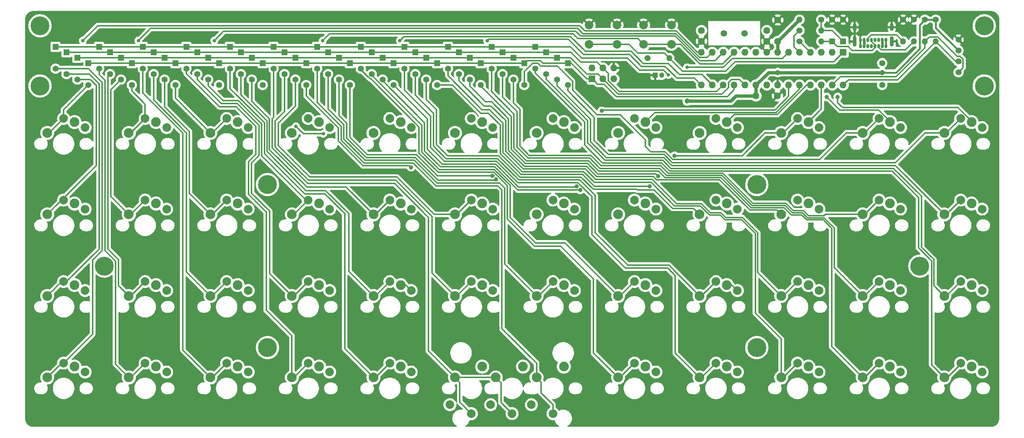
<source format=gbr>
%TF.GenerationSoftware,KiCad,Pcbnew,6.0.4-6f826c9f35~116~ubuntu22.04.1*%
%TF.CreationDate,2022-04-06T02:04:57+02:00*%
%TF.ProjectId,plaid,706c6169-642e-46b6-9963-61645f706362,rev?*%
%TF.SameCoordinates,Original*%
%TF.FileFunction,Copper,L2,Bot*%
%TF.FilePolarity,Positive*%
%FSLAX46Y46*%
G04 Gerber Fmt 4.6, Leading zero omitted, Abs format (unit mm)*
G04 Created by KiCad (PCBNEW 6.0.4-6f826c9f35~116~ubuntu22.04.1) date 2022-04-06 02:04:57*
%MOMM*%
%LPD*%
G01*
G04 APERTURE LIST*
%TA.AperFunction,ComponentPad*%
%ADD10C,2.000000*%
%TD*%
%TA.AperFunction,ComponentPad*%
%ADD11O,2.250000X2.250000*%
%TD*%
%TA.AperFunction,ComponentPad*%
%ADD12C,2.250000*%
%TD*%
%TA.AperFunction,ComponentPad*%
%ADD13C,1.400000*%
%TD*%
%TA.AperFunction,ComponentPad*%
%ADD14O,1.400000X1.400000*%
%TD*%
%TA.AperFunction,ComponentPad*%
%ADD15C,1.600000*%
%TD*%
%TA.AperFunction,ComponentPad*%
%ADD16C,1.500000*%
%TD*%
%TA.AperFunction,ComponentPad*%
%ADD17R,1.400000X1.400000*%
%TD*%
%TA.AperFunction,ComponentPad*%
%ADD18R,1.600000X1.600000*%
%TD*%
%TA.AperFunction,ComponentPad*%
%ADD19O,1.600000X1.600000*%
%TD*%
%TA.AperFunction,ComponentPad*%
%ADD20O,0.650000X1.000000*%
%TD*%
%TA.AperFunction,ComponentPad*%
%ADD21O,0.900000X1.700000*%
%TD*%
%TA.AperFunction,ComponentPad*%
%ADD22O,0.900000X2.400000*%
%TD*%
%TA.AperFunction,ComponentPad*%
%ADD23C,1.397000*%
%TD*%
%TA.AperFunction,ComponentPad*%
%ADD24C,4.400000*%
%TD*%
%TA.AperFunction,ComponentPad*%
%ADD25C,1.200000*%
%TD*%
%TA.AperFunction,ComponentPad*%
%ADD26R,1.200000X1.200000*%
%TD*%
%TA.AperFunction,ViaPad*%
%ADD27C,0.800000*%
%TD*%
%TA.AperFunction,ViaPad*%
%ADD28C,1.200000*%
%TD*%
%TA.AperFunction,ViaPad*%
%ADD29C,1.000000*%
%TD*%
%TA.AperFunction,Conductor*%
%ADD30C,0.800000*%
%TD*%
%TA.AperFunction,Conductor*%
%ADD31C,0.400000*%
%TD*%
%TA.AperFunction,Conductor*%
%ADD32C,0.300000*%
%TD*%
%TA.AperFunction,Conductor*%
%ADD33C,0.600000*%
%TD*%
%TA.AperFunction,Conductor*%
%ADD34C,0.250000*%
%TD*%
G04 APERTURE END LIST*
D10*
X155974000Y-147130500D03*
D11*
X152164000Y-138690500D03*
D10*
X150974000Y-145030500D03*
D12*
X158514000Y-136150500D03*
X142664000Y-138690500D03*
D10*
X146474000Y-147130500D03*
X141474000Y-145030500D03*
D12*
X149014000Y-136150500D03*
D10*
X136974000Y-147130500D03*
D11*
X133164000Y-138690500D03*
D10*
X131974000Y-145030500D03*
D12*
X139514000Y-136150500D03*
D13*
X237579000Y-55270500D03*
D14*
X237579000Y-60350500D03*
D13*
X213449000Y-60350500D03*
D14*
X218529000Y-60350500D03*
D13*
X218529000Y-55270500D03*
D14*
X213449000Y-55270500D03*
D15*
X205829000Y-57810500D03*
X205829000Y-60310500D03*
X190589000Y-57810500D03*
X190589000Y-60310500D03*
D10*
X177104000Y-61040500D03*
X183604000Y-61040500D03*
X183604000Y-56540500D03*
X177104000Y-56540500D03*
X164404000Y-61040500D03*
X170904000Y-61040500D03*
X164404000Y-56540500D03*
X170904000Y-56540500D03*
D16*
X200649000Y-58445500D03*
X195769000Y-58445500D03*
D17*
X151854000Y-61620500D03*
D13*
X151854000Y-66700500D03*
D17*
X141694000Y-61620500D03*
D13*
X141694000Y-66700500D03*
D17*
X131534000Y-61620500D03*
D13*
X131534000Y-66700500D03*
D17*
X121374000Y-61620500D03*
D13*
X121374000Y-66700500D03*
D11*
X76164000Y-138690500D03*
D10*
X79974000Y-135330500D03*
D12*
X82514000Y-136150500D03*
D10*
X84974000Y-137430500D03*
D11*
X57164000Y-138690500D03*
D10*
X60974000Y-135330500D03*
D12*
X63514000Y-136150500D03*
D10*
X65974000Y-137430500D03*
D17*
X159474000Y-65430500D03*
D13*
X159474000Y-70510500D03*
D17*
X149314000Y-65430500D03*
D13*
X149314000Y-70510500D03*
D17*
X139154000Y-65430500D03*
D13*
X139154000Y-70510500D03*
D17*
X128994000Y-65430500D03*
D13*
X128994000Y-70510500D03*
D17*
X118834000Y-65430500D03*
D13*
X118834000Y-70510500D03*
D15*
X203289000Y-73050500D03*
X208289000Y-73050500D03*
D11*
X247164000Y-138690500D03*
D10*
X250974000Y-135330500D03*
X255974000Y-137430500D03*
D12*
X253514000Y-136150500D03*
D10*
X231974000Y-135330500D03*
D11*
X228164000Y-138690500D03*
D10*
X236974000Y-137430500D03*
D12*
X234514000Y-136150500D03*
D17*
X108674000Y-65430500D03*
D13*
X108674000Y-70510500D03*
D17*
X98514000Y-65430500D03*
D13*
X98514000Y-70510500D03*
D17*
X88354000Y-65430500D03*
D13*
X88354000Y-70510500D03*
D17*
X78194000Y-65430500D03*
D13*
X78194000Y-70510500D03*
D17*
X68034000Y-65430500D03*
D13*
X68034000Y-70510500D03*
D17*
X57874000Y-65430500D03*
D13*
X57874000Y-70510500D03*
D17*
X42634000Y-62890500D03*
D13*
X42634000Y-67970500D03*
D17*
X156934000Y-64160500D03*
D13*
X156934000Y-69240500D03*
D17*
X146774000Y-64160500D03*
D13*
X146774000Y-69240500D03*
D17*
X136614000Y-64160500D03*
D13*
X136614000Y-69240500D03*
D17*
X126454000Y-64160500D03*
D13*
X126454000Y-69240500D03*
D17*
X116294000Y-64160500D03*
D13*
X116294000Y-69240500D03*
D17*
X106134000Y-64160500D03*
D13*
X106134000Y-69240500D03*
X232699000Y-70505500D03*
X232699000Y-65405500D03*
D18*
X223609000Y-62890500D03*
D19*
X221069000Y-62890500D03*
X218529000Y-62890500D03*
X215989000Y-62890500D03*
X213449000Y-62890500D03*
X210909000Y-62890500D03*
X208369000Y-62890500D03*
X205829000Y-62890500D03*
X203289000Y-62890500D03*
X200749000Y-62890500D03*
X198209000Y-62890500D03*
X195669000Y-62890500D03*
X193129000Y-62890500D03*
X190589000Y-62890500D03*
X190589000Y-70510500D03*
X193129000Y-70510500D03*
X195669000Y-70510500D03*
X198209000Y-70510500D03*
X200749000Y-70510500D03*
X203289000Y-70510500D03*
X205829000Y-70510500D03*
X208369000Y-70510500D03*
X210909000Y-70510500D03*
X213449000Y-70510500D03*
X215989000Y-70510500D03*
X218529000Y-70510500D03*
X221069000Y-70510500D03*
X223609000Y-70510500D03*
D18*
X165114000Y-69095500D03*
D19*
X165114000Y-66555500D03*
X167654000Y-69095500D03*
X167654000Y-66555500D03*
X170194000Y-69095500D03*
X170194000Y-66555500D03*
D17*
X47714000Y-65430500D03*
D13*
X47714000Y-70510500D03*
X223609000Y-55270500D03*
D17*
X223609000Y-60350500D03*
D13*
X221069000Y-55270500D03*
D17*
X221069000Y-60350500D03*
X134074000Y-62890500D03*
D13*
X134074000Y-67970500D03*
X178016000Y-64230500D03*
D14*
X183096000Y-64230500D03*
D13*
X245194400Y-55275100D03*
D14*
X245194400Y-60355100D03*
D10*
X174974000Y-135330500D03*
D11*
X171164000Y-138690500D03*
D10*
X179974000Y-137430500D03*
D12*
X177514000Y-136150500D03*
D20*
X233569000Y-61434000D03*
X232719000Y-61434000D03*
X231869000Y-61434000D03*
X231019000Y-61434000D03*
X230169000Y-61434000D03*
X229319000Y-61434000D03*
X228469000Y-61434000D03*
X227619000Y-61434000D03*
X227614000Y-59982000D03*
X228464000Y-59982000D03*
X229314000Y-59982000D03*
X230164000Y-59982000D03*
X231014000Y-59982000D03*
X231864000Y-59982000D03*
X232714000Y-59982000D03*
X233569000Y-59982000D03*
D21*
X226269000Y-57010500D03*
D22*
X234919000Y-60390500D03*
D21*
X234919000Y-57010500D03*
D22*
X226269000Y-60390500D03*
D11*
X114164000Y-138690500D03*
D10*
X117974000Y-135330500D03*
X122974000Y-137430500D03*
D12*
X120514000Y-136150500D03*
D11*
X190164000Y-119690500D03*
D10*
X193974000Y-116330500D03*
D12*
X196514000Y-117150500D03*
D10*
X198974000Y-118430500D03*
D11*
X171164000Y-119690500D03*
D10*
X174974000Y-116330500D03*
D12*
X177514000Y-117150500D03*
D10*
X179974000Y-118430500D03*
D11*
X38164000Y-119690500D03*
D10*
X41974000Y-116330500D03*
X46974000Y-118430500D03*
D12*
X44514000Y-117150500D03*
D17*
X95974000Y-64160500D03*
D13*
X95974000Y-69240500D03*
D17*
X85814000Y-64160500D03*
D13*
X85814000Y-69240500D03*
D17*
X75654000Y-64160500D03*
D13*
X75654000Y-69240500D03*
D17*
X65494000Y-64160500D03*
D13*
X65494000Y-69240500D03*
D17*
X55334000Y-64160500D03*
D13*
X55334000Y-69240500D03*
D17*
X45174000Y-64160500D03*
D13*
X45174000Y-69240500D03*
D15*
X208369000Y-55350500D03*
X208369000Y-60350500D03*
D10*
X155974000Y-97330500D03*
D11*
X152164000Y-100690500D03*
D10*
X160974000Y-99430500D03*
D12*
X158514000Y-98150500D03*
D10*
X41974000Y-135330500D03*
D11*
X38164000Y-138690500D03*
D10*
X46974000Y-137430500D03*
D12*
X44514000Y-136150500D03*
D10*
X250974000Y-116330500D03*
D11*
X247164000Y-119690500D03*
D12*
X253514000Y-117150500D03*
D10*
X255974000Y-118430500D03*
X193974000Y-135330500D03*
D11*
X190164000Y-138690500D03*
D12*
X196514000Y-136150500D03*
D10*
X198974000Y-137430500D03*
X155974000Y-78330500D03*
D11*
X152164000Y-81690500D03*
D12*
X158514000Y-79150500D03*
D10*
X160974000Y-80430500D03*
D13*
X213449000Y-57810500D03*
D14*
X218529000Y-57810500D03*
D10*
X250974000Y-97330500D03*
D11*
X247164000Y-100690500D03*
D12*
X253514000Y-98150500D03*
D10*
X255974000Y-99430500D03*
D11*
X228164000Y-81690500D03*
D10*
X231974000Y-78330500D03*
D12*
X234514000Y-79150500D03*
D10*
X236974000Y-80430500D03*
D11*
X57164000Y-100690500D03*
D10*
X60974000Y-97330500D03*
D12*
X63514000Y-98150500D03*
D10*
X65974000Y-99430500D03*
X117974000Y-97330500D03*
D11*
X114164000Y-100690500D03*
D10*
X122974000Y-99430500D03*
D12*
X120514000Y-98150500D03*
D11*
X114164000Y-81690500D03*
D10*
X117974000Y-78330500D03*
X122974000Y-80430500D03*
D12*
X120514000Y-79150500D03*
D10*
X79974000Y-78330500D03*
D11*
X76164000Y-81690500D03*
D12*
X82514000Y-79150500D03*
D10*
X84974000Y-80430500D03*
D11*
X247164000Y-81690500D03*
D10*
X250974000Y-78330500D03*
X255974000Y-80430500D03*
D12*
X253514000Y-79150500D03*
D11*
X95164000Y-81690500D03*
D10*
X98974000Y-78330500D03*
X103974000Y-80430500D03*
D12*
X101514000Y-79150500D03*
D10*
X136974000Y-78330500D03*
D11*
X133164000Y-81690500D03*
D10*
X141974000Y-80430500D03*
D12*
X139514000Y-79150500D03*
D11*
X190164000Y-100690500D03*
D10*
X193974000Y-97330500D03*
X198974000Y-99430500D03*
D12*
X196514000Y-98150500D03*
D10*
X41974000Y-97330500D03*
D11*
X38164000Y-100690500D03*
D10*
X46974000Y-99430500D03*
D12*
X44514000Y-98150500D03*
D10*
X212974000Y-97330500D03*
D11*
X209164000Y-100690500D03*
D10*
X217974000Y-99430500D03*
D12*
X215514000Y-98150500D03*
D17*
X123914000Y-62890500D03*
D13*
X123914000Y-67970500D03*
D17*
X113754000Y-62890500D03*
D13*
X113754000Y-67970500D03*
D17*
X103594000Y-62890500D03*
D13*
X103594000Y-67970500D03*
D17*
X93434000Y-62890500D03*
D13*
X93434000Y-67970500D03*
D17*
X83274000Y-62890500D03*
D13*
X83274000Y-67970500D03*
D17*
X73114000Y-62890500D03*
D13*
X73114000Y-67970500D03*
D17*
X62954000Y-62890500D03*
D13*
X62954000Y-67970500D03*
D17*
X52794000Y-62890500D03*
D13*
X52794000Y-67970500D03*
D23*
X250473400Y-67537100D03*
X250473400Y-64997100D03*
X250473400Y-62457100D03*
X250473400Y-59917100D03*
D24*
X241474000Y-112730500D03*
X203474000Y-131730500D03*
X203474000Y-93730500D03*
X89474000Y-131730500D03*
X89474000Y-93730500D03*
X51474000Y-112730500D03*
X256474000Y-70730500D03*
X256474000Y-56730500D03*
X36474000Y-70730500D03*
X36474000Y-56730500D03*
D10*
X117974000Y-116330500D03*
D11*
X114164000Y-119690500D03*
D12*
X120514000Y-117150500D03*
D10*
X122974000Y-118430500D03*
X79974000Y-116330500D03*
D11*
X76164000Y-119690500D03*
D12*
X82514000Y-117150500D03*
D10*
X84974000Y-118430500D03*
D11*
X228164000Y-100690500D03*
D10*
X231974000Y-97330500D03*
D12*
X234514000Y-98150500D03*
D10*
X236974000Y-99430500D03*
D11*
X76164000Y-100690500D03*
D10*
X79974000Y-97330500D03*
D12*
X82514000Y-98150500D03*
D10*
X84974000Y-99430500D03*
D11*
X209164000Y-138690500D03*
D10*
X212974000Y-135330500D03*
D12*
X215514000Y-136150500D03*
D10*
X217974000Y-137430500D03*
X60974000Y-116330500D03*
D11*
X57164000Y-119690500D03*
D10*
X65974000Y-118430500D03*
D12*
X63514000Y-117150500D03*
D11*
X171164000Y-100690500D03*
D10*
X174974000Y-97330500D03*
D12*
X177514000Y-98150500D03*
D10*
X179974000Y-99430500D03*
D11*
X95164000Y-100690500D03*
D10*
X98974000Y-97330500D03*
D12*
X101514000Y-98150500D03*
D10*
X103974000Y-99430500D03*
D11*
X133164000Y-100690500D03*
D10*
X136974000Y-97330500D03*
D12*
X139514000Y-98150500D03*
D10*
X141974000Y-99430500D03*
D17*
X111214000Y-61620500D03*
D13*
X111214000Y-66700500D03*
D17*
X101054000Y-61620500D03*
D13*
X101054000Y-66700500D03*
D17*
X90894000Y-61620500D03*
D13*
X90894000Y-66700500D03*
D17*
X80734000Y-61620500D03*
D13*
X80734000Y-66700500D03*
D17*
X70574000Y-61620500D03*
D13*
X70574000Y-66700500D03*
D17*
X60414000Y-61620500D03*
D13*
X60414000Y-66700500D03*
D17*
X50254000Y-61620500D03*
D13*
X50254000Y-66700500D03*
D17*
X40094000Y-61620500D03*
D13*
X40094000Y-66700500D03*
D17*
X154394000Y-62890500D03*
D13*
X154394000Y-67970500D03*
D17*
X144234000Y-62890500D03*
D13*
X144234000Y-67970500D03*
D11*
X95164000Y-119690500D03*
D10*
X98974000Y-116330500D03*
D12*
X101514000Y-117150500D03*
D10*
X103974000Y-118430500D03*
X98974000Y-135330500D03*
D11*
X95164000Y-138690500D03*
D12*
X101514000Y-136150500D03*
D10*
X103974000Y-137430500D03*
X212974000Y-78330500D03*
D11*
X209164000Y-81690500D03*
D12*
X215514000Y-79150500D03*
D10*
X217974000Y-80430500D03*
X231974000Y-116330500D03*
D11*
X228164000Y-119690500D03*
D10*
X236974000Y-118430500D03*
D12*
X234514000Y-117150500D03*
D10*
X212974000Y-116330500D03*
D11*
X209164000Y-119690500D03*
D10*
X217974000Y-118430500D03*
D12*
X215514000Y-117150500D03*
D11*
X152164000Y-119690500D03*
D10*
X155974000Y-116330500D03*
X160974000Y-118430500D03*
D12*
X158514000Y-117150500D03*
D11*
X133164000Y-119690500D03*
D10*
X136974000Y-116330500D03*
D12*
X139514000Y-117150500D03*
D10*
X141974000Y-118430500D03*
X60974000Y-78330500D03*
D11*
X57164000Y-81690500D03*
D12*
X63514000Y-79150500D03*
D10*
X65974000Y-80430500D03*
X41974000Y-78330500D03*
D11*
X38164000Y-81690500D03*
D12*
X44514000Y-79150500D03*
D10*
X46974000Y-80430500D03*
D11*
X190164000Y-81690500D03*
D10*
X193974000Y-78330500D03*
X198974000Y-80430500D03*
D12*
X196514000Y-79150500D03*
D11*
X171164000Y-81690500D03*
D10*
X174974000Y-78330500D03*
D12*
X177514000Y-79150500D03*
D10*
X179974000Y-80430500D03*
D25*
X181306000Y-68230500D03*
D26*
X179806000Y-68230500D03*
D13*
X242654400Y-55275100D03*
D14*
X242654400Y-60355100D03*
D13*
X240119000Y-55270500D03*
D14*
X240119000Y-60350500D03*
D27*
X78649000Y-68180500D03*
X137624000Y-67305500D03*
X117674000Y-67505500D03*
X128349000Y-60405500D03*
X97924000Y-59855500D03*
X83149000Y-59855500D03*
X102324000Y-60180500D03*
X96499000Y-77730500D03*
X96106523Y-80138023D03*
X102474000Y-81855500D03*
X77099000Y-60155500D03*
X59374000Y-60155500D03*
X120324000Y-60205500D03*
X140649000Y-60205500D03*
X243899000Y-57755500D03*
D28*
X232724000Y-67590500D03*
D27*
X186064000Y-64280500D03*
X182864000Y-68170500D03*
X187234000Y-66380500D03*
D28*
X187294000Y-74260000D03*
D27*
X46894000Y-114970500D03*
D29*
X188303000Y-54381500D03*
X190589000Y-54381500D03*
X205829000Y-54381500D03*
D27*
X132149000Y-76255500D03*
D29*
X258474000Y-93730500D03*
X258474000Y-112730500D03*
X258474000Y-131730500D03*
X258474000Y-148730500D03*
X241474000Y-148730500D03*
X222474000Y-148730500D03*
X203474000Y-148730500D03*
X184474000Y-148730500D03*
X165474000Y-148730500D03*
X146464000Y-148970500D03*
X127474000Y-148730500D03*
X108474000Y-148730500D03*
X89474000Y-148730500D03*
X70474000Y-148730500D03*
X51474000Y-148730500D03*
X34474000Y-148730500D03*
X34474000Y-131730500D03*
X34474000Y-93730500D03*
X34474000Y-112730500D03*
X34474000Y-74730500D03*
X258474000Y-74730500D03*
X258474000Y-62730500D03*
X34474000Y-62730500D03*
X202146000Y-54381500D03*
X194399000Y-54381500D03*
X198209000Y-54381500D03*
X188303000Y-57810500D03*
D27*
X114849000Y-127855500D03*
X94974000Y-109055500D03*
X77449000Y-90180500D03*
X106899000Y-96205500D03*
X211674000Y-127405500D03*
X226449000Y-72730500D03*
X113149000Y-76130500D03*
X193549000Y-68330500D03*
X104599000Y-87780500D03*
X249174000Y-128280500D03*
X114249000Y-96030500D03*
X58849000Y-90505500D03*
X171774000Y-129480500D03*
X154099000Y-129405500D03*
X53924000Y-59180500D03*
X143224000Y-127180500D03*
X228449000Y-109805500D03*
X215799000Y-74355500D03*
X77449000Y-109255500D03*
X105899000Y-60155500D03*
X61699000Y-71155500D03*
X166614000Y-73590500D03*
X69399000Y-59355500D03*
X204799000Y-85655500D03*
X191099000Y-129480500D03*
X222499000Y-95380500D03*
X59124000Y-109680500D03*
X73899000Y-75180500D03*
X204449000Y-66580500D03*
X152524000Y-97380500D03*
X220274000Y-76330500D03*
X133374000Y-127080500D03*
X227799000Y-128455500D03*
X88224000Y-68055500D03*
X230599000Y-55030500D03*
X59024000Y-128030500D03*
X98624000Y-127905500D03*
X77074000Y-127955500D03*
X241499000Y-78380500D03*
X184524000Y-80455500D03*
X131049000Y-97255500D03*
X188328400Y-95377100D03*
X152299000Y-74705500D03*
X117049000Y-60105500D03*
X133399000Y-109405500D03*
X223624000Y-65530500D03*
X168299000Y-79580500D03*
X245474000Y-89430500D03*
X152124000Y-111930500D03*
X171374000Y-96905500D03*
X223549000Y-85905500D03*
D29*
X122898000Y-89687500D03*
X141906714Y-91697786D03*
X161498312Y-94156188D03*
X178574000Y-94131000D03*
X184305688Y-87012188D03*
X180503812Y-91725688D03*
X142756714Y-92547786D03*
X162348312Y-95006188D03*
D27*
X46449000Y-60155500D03*
D29*
X167349000Y-76555500D03*
X219799000Y-73304500D03*
X222339000Y-73304500D03*
D28*
X208369000Y-67589500D03*
D30*
X232723000Y-67589500D02*
X208369000Y-67589500D01*
D31*
X232724000Y-67590500D02*
X235914000Y-67590500D01*
X235914000Y-67590500D02*
X241424000Y-62080500D01*
D30*
X232724000Y-67590500D02*
X232723000Y-67589500D01*
D31*
X241424000Y-62080500D02*
X241424000Y-56505500D01*
X241424000Y-56505500D02*
X242654400Y-55275100D01*
D32*
X179423511Y-93780011D02*
X184314611Y-98671111D01*
X179423511Y-93779120D02*
X179423511Y-93780011D01*
X178849891Y-93205500D02*
X179423511Y-93779120D01*
X184314611Y-98671111D02*
X190333389Y-98671111D01*
X190333389Y-98671111D02*
X192499357Y-100837079D01*
X165659000Y-93205500D02*
X178849891Y-93205500D01*
X163157000Y-90703500D02*
X165659000Y-93205500D01*
X194965389Y-100837079D02*
X196058810Y-101930500D01*
X144361000Y-79367500D02*
X144361000Y-86258500D01*
X141219000Y-76225500D02*
X144361000Y-79367500D01*
X139419000Y-76225500D02*
X141219000Y-76225500D01*
X192499357Y-100837079D02*
X194965389Y-100837079D01*
X131534000Y-68340500D02*
X139419000Y-76225500D01*
X148806000Y-90703500D02*
X163157000Y-90703500D01*
X144361000Y-86258500D02*
X148806000Y-90703500D01*
X131534000Y-66700500D02*
X131534000Y-68340500D01*
X203149000Y-105138409D02*
X203149000Y-123705500D01*
X196058810Y-101930500D02*
X199941091Y-101930500D01*
X209164000Y-129720500D02*
X209164000Y-138690500D01*
X199941091Y-101930500D02*
X203149000Y-105138409D01*
X203149000Y-123705500D02*
X209164000Y-129720500D01*
X95164000Y-138690500D02*
X95164000Y-128970500D01*
X89199000Y-123005500D02*
X89199000Y-100180500D01*
X78249000Y-75580500D02*
X70574000Y-67905500D01*
X95164000Y-128970500D02*
X89199000Y-123005500D01*
X89199000Y-100180500D02*
X85049000Y-96030500D01*
X85049000Y-96030500D02*
X85049000Y-88405500D01*
X82174000Y-75580500D02*
X78249000Y-75580500D01*
X85049000Y-88405500D02*
X86774000Y-86680500D01*
X86774000Y-80180500D02*
X82174000Y-75580500D01*
X86774000Y-86680500D02*
X86774000Y-80180500D01*
X70574000Y-67905500D02*
X70574000Y-66700500D01*
X95974000Y-69240500D02*
X95974000Y-75430500D01*
X95974000Y-75430500D02*
X91974000Y-79430500D01*
X99299000Y-91955500D02*
X119624000Y-91955500D01*
X91974000Y-79430500D02*
X91974000Y-84630500D01*
X128359000Y-100690500D02*
X133164000Y-100690500D01*
X91974000Y-84630500D02*
X99299000Y-91955500D01*
X119624000Y-91955500D02*
X128359000Y-100690500D01*
X93434000Y-67970500D02*
X93434000Y-76720500D01*
X93434000Y-76720500D02*
X91249000Y-78905500D01*
X91249000Y-78905500D02*
X91249000Y-84955500D01*
X91249000Y-84955500D02*
X98999000Y-92705500D01*
X98999000Y-92705500D02*
X119324000Y-92705500D01*
X119324000Y-92705500D02*
X127799000Y-101180500D01*
X127799000Y-101180500D02*
X127799000Y-114325500D01*
X127799000Y-114325500D02*
X133164000Y-119690500D01*
X90894000Y-66700500D02*
X90894000Y-78060500D01*
X90549000Y-78405500D02*
X90549000Y-85180500D01*
X90894000Y-78060500D02*
X90549000Y-78405500D01*
X90549000Y-85180500D02*
X98849000Y-93480500D01*
X98849000Y-93480500D02*
X119074000Y-93480500D01*
X119074000Y-93480500D02*
X126974000Y-101380500D01*
X126974000Y-101380500D02*
X126974000Y-132500500D01*
X126974000Y-132500500D02*
X133164000Y-138690500D01*
X103594000Y-67970500D02*
X103594000Y-76075500D01*
X103594000Y-76075500D02*
X107277000Y-79758500D01*
X107277000Y-79758500D02*
X107277000Y-83083500D01*
X107277000Y-83083500D02*
X112230000Y-88036500D01*
X112230000Y-88036500D02*
X123660000Y-88036500D01*
X123660000Y-88036500D02*
X129029000Y-93405500D01*
X129029000Y-93405500D02*
X143599000Y-93405500D01*
X143599000Y-93405500D02*
X144749000Y-94555500D01*
X144749000Y-94555500D02*
X144749000Y-112275500D01*
X144749000Y-112275500D02*
X152164000Y-119690500D01*
X142756714Y-92547786D02*
X142608489Y-92696011D01*
X107912000Y-82829500D02*
X107912000Y-79393500D01*
X142608489Y-92696011D02*
X129208511Y-92696011D01*
X123914000Y-87401500D02*
X112484000Y-87401500D01*
X129208511Y-92696011D02*
X123914000Y-87401500D01*
X112484000Y-87401500D02*
X107912000Y-82829500D01*
X107912000Y-79393500D02*
X106134000Y-77615500D01*
X106134000Y-77615500D02*
X106134000Y-69240500D01*
X152164000Y-138690500D02*
X152164000Y-135380500D01*
X152164000Y-135380500D02*
X144115480Y-127331980D01*
X144115480Y-127331980D02*
X144115480Y-94971980D01*
X144115480Y-94971980D02*
X143173031Y-94029531D01*
X143173031Y-94029531D02*
X128764031Y-94029531D01*
X106642000Y-80198500D02*
X101054000Y-74610500D01*
X128764031Y-94029531D02*
X123406000Y-88671500D01*
X111976000Y-88671500D02*
X106642000Y-83337500D01*
X106642000Y-83337500D02*
X106642000Y-80198500D01*
X123406000Y-88671500D02*
X111976000Y-88671500D01*
X101054000Y-74610500D02*
X101054000Y-66700500D01*
X141906714Y-91697786D02*
X141899000Y-91705500D01*
X141899000Y-91705500D02*
X129107000Y-91705500D01*
X129107000Y-91705500D02*
X124168000Y-86766500D01*
X124168000Y-86766500D02*
X112738000Y-86766500D01*
X112738000Y-86766500D02*
X108674000Y-82702500D01*
X108674000Y-82702500D02*
X108674000Y-70510500D01*
X162348312Y-95006188D02*
X147830736Y-95006188D01*
X142385048Y-89560500D02*
X129756000Y-89560500D01*
X147830736Y-95006188D02*
X142385048Y-89560500D01*
X129756000Y-89560500D02*
X126073000Y-85877500D01*
X126073000Y-85877500D02*
X126073000Y-79279500D01*
X126073000Y-79279500D02*
X116294000Y-69500500D01*
X116294000Y-69500500D02*
X116294000Y-69240500D01*
X147917000Y-94259500D02*
X147028000Y-93370500D01*
X161498312Y-94156188D02*
X161395000Y-94259500D01*
X161395000Y-94259500D02*
X147917000Y-94259500D01*
X127449000Y-85055500D02*
X127449000Y-77805500D01*
X130684000Y-88290500D02*
X127449000Y-85055500D01*
X147790000Y-93243500D02*
X142837000Y-88290500D01*
X142837000Y-88290500D02*
X130684000Y-88290500D01*
X172849000Y-113205500D02*
X165049000Y-105405500D01*
X127449000Y-77805500D02*
X121374000Y-71730500D01*
X161787000Y-93243500D02*
X147790000Y-93243500D01*
X182749000Y-113205500D02*
X172849000Y-113205500D01*
X165049000Y-105405500D02*
X165049000Y-96505500D01*
X184493000Y-114949500D02*
X182749000Y-113205500D01*
X184493000Y-133019500D02*
X184493000Y-114949500D01*
X165049000Y-96505500D02*
X161787000Y-93243500D01*
X190164000Y-138690500D02*
X184493000Y-133019500D01*
X121374000Y-71730500D02*
X121374000Y-66700500D01*
X123914000Y-67970500D02*
X123914000Y-72895500D01*
X162177000Y-92608500D02*
X165849000Y-96280500D01*
X123914000Y-72895500D02*
X128124000Y-77105500D01*
X165849000Y-96280500D02*
X165849000Y-104930500D01*
X165849000Y-104930500D02*
X173424000Y-112505500D01*
X128124000Y-77105500D02*
X128124000Y-84705500D01*
X128124000Y-84705500D02*
X131074000Y-87655500D01*
X131074000Y-87655500D02*
X143091000Y-87655500D01*
X143091000Y-87655500D02*
X148044000Y-92608500D01*
X148044000Y-92608500D02*
X162177000Y-92608500D01*
X173424000Y-112505500D02*
X182979000Y-112505500D01*
X182979000Y-112505500D02*
X190164000Y-119690500D01*
X131464000Y-87020500D02*
X128849000Y-84405500D01*
X175480609Y-94830500D02*
X165424000Y-94830500D01*
X162567000Y-91973500D02*
X148298000Y-91973500D01*
X165424000Y-94830500D02*
X162567000Y-91973500D01*
X176335880Y-94982011D02*
X175632120Y-94982011D01*
X175632120Y-94982011D02*
X175480609Y-94830500D01*
X128849000Y-76280500D02*
X126454000Y-73885500D01*
X148298000Y-91973500D02*
X143345000Y-87020500D01*
X176337391Y-94980500D02*
X176335880Y-94982011D01*
X179574000Y-94980500D02*
X176337391Y-94980500D01*
X183849000Y-99255500D02*
X179574000Y-94980500D01*
X188729000Y-99255500D02*
X183849000Y-99255500D01*
X143345000Y-87020500D02*
X131464000Y-87020500D01*
X190164000Y-100690500D02*
X188729000Y-99255500D01*
X128849000Y-84405500D02*
X128849000Y-76280500D01*
X126454000Y-73885500D02*
X126454000Y-69240500D01*
X140249000Y-74430500D02*
X136614000Y-70795500D01*
X141674000Y-74430500D02*
X140249000Y-74430500D01*
X145631000Y-78387500D02*
X141674000Y-74430500D01*
X163792000Y-89433500D02*
X149314000Y-89433500D01*
X149314000Y-89433500D02*
X145631000Y-85750500D01*
X145631000Y-85750500D02*
X145631000Y-78387500D01*
X179390000Y-91846500D02*
X166205000Y-91846500D01*
X180126600Y-92583100D02*
X179390000Y-91846500D01*
X194826600Y-92583100D02*
X180126600Y-92583100D01*
X166205000Y-91846500D02*
X163792000Y-89433500D01*
X201899000Y-99655500D02*
X194826600Y-92583100D01*
X208129000Y-99655500D02*
X201899000Y-99655500D01*
X209164000Y-100690500D02*
X208129000Y-99655500D01*
X136614000Y-70795500D02*
X136614000Y-69240500D01*
X140983000Y-77114500D02*
X139183000Y-77114500D01*
X143726000Y-79857500D02*
X140983000Y-77114500D01*
X143726000Y-86512500D02*
X143726000Y-79857500D01*
X148552000Y-91338500D02*
X143726000Y-86512500D01*
X165697000Y-94132500D02*
X162903000Y-91338500D01*
X139183000Y-77114500D02*
X132579000Y-70510500D01*
X162903000Y-91338500D02*
X148552000Y-91338500D01*
X132579000Y-70510500D02*
X128994000Y-70510500D01*
X178572500Y-94132500D02*
X165697000Y-94132500D01*
X178574000Y-94131000D02*
X178572500Y-94132500D01*
X192699206Y-100330500D02*
X195165238Y-100330500D01*
X179100000Y-92481500D02*
X184789600Y-98171100D01*
X165951000Y-92481500D02*
X179100000Y-92481500D01*
X184789600Y-98171100D02*
X190539806Y-98171100D01*
X190539806Y-98171100D02*
X192699206Y-100330500D01*
X163538000Y-90068500D02*
X165951000Y-92481500D01*
X149060000Y-90068500D02*
X163538000Y-90068500D01*
X195165238Y-100330500D02*
X196215238Y-101380500D01*
X144996000Y-86004500D02*
X149060000Y-90068500D01*
X144996000Y-78802500D02*
X144996000Y-86004500D01*
X141574000Y-75380500D02*
X144996000Y-78802500D01*
X139924000Y-75380500D02*
X141574000Y-75380500D01*
X134074000Y-69530500D02*
X139924000Y-75380500D01*
X196215238Y-101380500D02*
X200124000Y-101380500D01*
X134074000Y-67970500D02*
X134074000Y-69530500D01*
X200124000Y-101380500D02*
X203699000Y-104955500D01*
X203699000Y-104955500D02*
X203699000Y-114225500D01*
X203699000Y-114225500D02*
X209164000Y-119690500D01*
X179989624Y-91211500D02*
X166459000Y-91211500D01*
X180503812Y-91725688D02*
X179989624Y-91211500D01*
X166459000Y-91211500D02*
X164046000Y-88798500D01*
X139154000Y-70723000D02*
X139154000Y-70510500D01*
X164046000Y-88798500D02*
X149568000Y-88798500D01*
X149568000Y-88798500D02*
X146266000Y-85496500D01*
X146266000Y-85496500D02*
X146266000Y-77835000D01*
X146266000Y-77835000D02*
X139154000Y-70723000D01*
X184305688Y-87012188D02*
X184314000Y-87020500D01*
X200084000Y-87020500D02*
X205414000Y-81690500D01*
X184314000Y-87020500D02*
X200084000Y-87020500D01*
X205414000Y-81690500D02*
X209164000Y-81690500D01*
X221069000Y-60350500D02*
X222249000Y-61530500D01*
X230355029Y-62455500D02*
X231019000Y-61791529D01*
X222249000Y-61530500D02*
X224799000Y-61530500D01*
X224799000Y-61530500D02*
X225724000Y-62455500D01*
X225724000Y-62455500D02*
X230355029Y-62455500D01*
X231019000Y-61791529D02*
X231019000Y-61370500D01*
X157024000Y-66105500D02*
X153149000Y-66105500D01*
X171699000Y-77455500D02*
X166299000Y-77455500D01*
X177499000Y-83255500D02*
X171699000Y-77455500D01*
X166299000Y-77455500D02*
X160549000Y-71705500D01*
X224314000Y-81690500D02*
X218124000Y-87880500D01*
X177499000Y-84780500D02*
X177499000Y-83255500D01*
X178824000Y-86105500D02*
X177499000Y-84780500D01*
X160549000Y-69630500D02*
X157024000Y-66105500D01*
X183874000Y-87880500D02*
X182099000Y-86105500D01*
X218124000Y-87880500D02*
X183874000Y-87880500D01*
X160549000Y-71705500D02*
X160549000Y-69630500D01*
X182099000Y-86105500D02*
X178824000Y-86105500D01*
X228164000Y-81690500D02*
X224314000Y-81690500D01*
X153149000Y-66105500D02*
X152474000Y-65430500D01*
X152474000Y-65430500D02*
X151274000Y-65430500D01*
X151274000Y-65430500D02*
X149314000Y-67390500D01*
X149314000Y-67390500D02*
X149314000Y-70510500D01*
X247164000Y-81690500D02*
X242714000Y-81690500D01*
X168849000Y-86705500D02*
X165574000Y-83430500D01*
X242714000Y-81690500D02*
X235799000Y-88605500D01*
X235799000Y-88605500D02*
X183799000Y-88605500D01*
X183799000Y-88605500D02*
X181899000Y-86705500D01*
X181899000Y-86705500D02*
X168849000Y-86705500D01*
X165574000Y-83430500D02*
X165574000Y-78005500D01*
X165574000Y-78005500D02*
X159474000Y-71905500D01*
X159474000Y-71905500D02*
X159474000Y-70510500D01*
X247164000Y-138690500D02*
X247159000Y-138690500D01*
X247159000Y-138690500D02*
X244224479Y-135755979D01*
X244224479Y-135755979D02*
X244224479Y-111530979D01*
X244224479Y-111530979D02*
X241174000Y-108480500D01*
X241174000Y-108480500D02*
X241174000Y-96730500D01*
X241174000Y-96730500D02*
X235020000Y-90576500D01*
X235020000Y-90576500D02*
X183223000Y-90576500D01*
X183223000Y-90576500D02*
X181318000Y-88671500D01*
X181318000Y-88671500D02*
X167565000Y-88671500D01*
X167565000Y-88671500D02*
X163349000Y-84455500D01*
X163349000Y-84455500D02*
X163349000Y-79180500D01*
X163349000Y-79180500D02*
X151854000Y-67685500D01*
X151854000Y-67685500D02*
X151854000Y-66700500D01*
X154394000Y-67970500D02*
X154394000Y-69175500D01*
X154394000Y-69175500D02*
X164049000Y-78830500D01*
X164049000Y-78830500D02*
X164049000Y-84005500D01*
X241874000Y-108330500D02*
X244723999Y-111180499D01*
X244723999Y-117280499D02*
X247134000Y-119690500D01*
X164049000Y-84005500D02*
X168080000Y-88036500D01*
X168080000Y-88036500D02*
X181572000Y-88036500D01*
X181572000Y-88036500D02*
X183477000Y-89941500D01*
X183477000Y-89941500D02*
X235360000Y-89941500D01*
X235360000Y-89941500D02*
X241874000Y-96455500D01*
X241874000Y-96455500D02*
X241874000Y-108330500D01*
X244723999Y-111180499D02*
X244723999Y-117280499D01*
X247134000Y-119690500D02*
X247164000Y-119690500D01*
X83274000Y-67970500D02*
X83274000Y-72830500D01*
X83274000Y-72830500D02*
X89370000Y-78926500D01*
X89370000Y-78926500D02*
X89370000Y-86001500D01*
X89370000Y-86001500D02*
X98474000Y-95105500D01*
X98474000Y-95105500D02*
X103024000Y-95105500D01*
X103024000Y-95105500D02*
X108420000Y-100501500D01*
X108420000Y-100501500D02*
X108420000Y-113946500D01*
X108420000Y-113946500D02*
X114164000Y-119690500D01*
X85814000Y-69240500D02*
X85814000Y-74295500D01*
X85814000Y-74295500D02*
X89924000Y-78405500D01*
X107779000Y-94305500D02*
X114164000Y-100690500D01*
X89924000Y-78405500D02*
X89924000Y-85555500D01*
X89924000Y-85555500D02*
X98674000Y-94305500D01*
X98674000Y-94305500D02*
X107779000Y-94305500D01*
X80734000Y-66700500D02*
X80734000Y-71315500D01*
X80734000Y-71315500D02*
X88774000Y-79355500D01*
X98174000Y-95880500D02*
X102874000Y-95880500D01*
X88774000Y-79355500D02*
X88774000Y-86480500D01*
X88774000Y-86480500D02*
X98174000Y-95880500D01*
X102874000Y-95880500D02*
X107474000Y-100480500D01*
X107474000Y-100480500D02*
X107474000Y-132000500D01*
X107474000Y-132000500D02*
X114164000Y-138690500D01*
X95164000Y-119690500D02*
X89949000Y-114475500D01*
X78679000Y-74805500D02*
X73114000Y-69240500D01*
X73114000Y-69240500D02*
X73114000Y-67970500D01*
X89949000Y-114475500D02*
X89949000Y-99905500D01*
X89949000Y-99905500D02*
X85774000Y-95730500D01*
X85774000Y-88680500D02*
X87499000Y-86955500D01*
X85774000Y-95730500D02*
X85774000Y-88680500D01*
X82424000Y-74805500D02*
X78679000Y-74805500D01*
X87499000Y-86955500D02*
X87499000Y-79880500D01*
X87499000Y-79880500D02*
X82424000Y-74805500D01*
X75654000Y-69240500D02*
X75654000Y-70637500D01*
X82674000Y-74130500D02*
X88099000Y-79555500D01*
X75654000Y-70637500D02*
X79147000Y-74130500D01*
X79147000Y-74130500D02*
X82674000Y-74130500D01*
X88099000Y-79555500D02*
X88099000Y-86980500D01*
X88099000Y-86980500D02*
X98449000Y-97330500D01*
X98449000Y-97330500D02*
X98974000Y-97330500D01*
X98974000Y-97330500D02*
X95614000Y-100690500D01*
X95614000Y-100690500D02*
X95164000Y-100690500D01*
X45174000Y-69240500D02*
X48184000Y-69240500D01*
X48184000Y-69240500D02*
X49549000Y-70605500D01*
X49549000Y-70605500D02*
X49549000Y-89305500D01*
X49549000Y-89305500D02*
X38164000Y-100690500D01*
X50254000Y-66700500D02*
X50254000Y-68060500D01*
X54064000Y-135590500D02*
X57164000Y-138690500D01*
X50254000Y-68060500D02*
X51614000Y-69420500D01*
X51614000Y-69420500D02*
X51614000Y-109090500D01*
X51614000Y-109090500D02*
X54064000Y-111540500D01*
X54064000Y-111540500D02*
X54064000Y-135590500D01*
X97805579Y-81837079D02*
X96106523Y-80138023D01*
X102455579Y-81837079D02*
X97805579Y-81837079D01*
X102474000Y-81855500D02*
X102455579Y-81837079D01*
X160676000Y-58572500D02*
X104407000Y-58572500D01*
X102324000Y-60180500D02*
X103932000Y-58572500D01*
X103932000Y-58572500D02*
X104407000Y-58572500D01*
X120324000Y-60205500D02*
X121322000Y-59207500D01*
X121322000Y-59207500D02*
X160061000Y-59207500D01*
X160061000Y-59207500D02*
X163524000Y-62670500D01*
X163524000Y-62670500D02*
X174234000Y-62670500D01*
X190709000Y-68090500D02*
X193129000Y-70510500D01*
X174234000Y-62670500D02*
X177044000Y-65480500D01*
X177044000Y-65480500D02*
X182861766Y-65480500D01*
X182861766Y-65480500D02*
X185471766Y-68090500D01*
X185471766Y-68090500D02*
X190709000Y-68090500D01*
X122898000Y-89687500D02*
X122541000Y-89330500D01*
X122541000Y-89330500D02*
X111746000Y-89330500D01*
X111746000Y-89330500D02*
X105974000Y-83558500D01*
X105974000Y-83558500D02*
X105974000Y-80522002D01*
X98499000Y-70525500D02*
X98514000Y-70510500D01*
X105974000Y-80522002D02*
X98499000Y-73047002D01*
X98499000Y-73047002D02*
X98499000Y-70525500D01*
X163124000Y-63400500D02*
X173844000Y-63400500D01*
X176604000Y-66160500D02*
X182114000Y-66160500D01*
X140649000Y-60205500D02*
X141012000Y-59842500D01*
X141012000Y-59842500D02*
X159566000Y-59842500D01*
X173844000Y-63400500D02*
X176604000Y-66160500D01*
X188979000Y-68900500D02*
X190589000Y-70510500D01*
X159566000Y-59842500D02*
X163124000Y-63400500D01*
X182114000Y-66160500D02*
X184854000Y-68900500D01*
X184854000Y-68900500D02*
X188979000Y-68900500D01*
X46449000Y-60155500D02*
X49937000Y-56667500D01*
X49937000Y-56667500D02*
X162201000Y-56667500D01*
X162201000Y-56667500D02*
X163444000Y-57910500D01*
X163444000Y-57910500D02*
X184680428Y-57910500D01*
X184680428Y-57910500D02*
X189660428Y-62890500D01*
X189660428Y-62890500D02*
X190589000Y-62890500D01*
X59374000Y-60155500D02*
X62227000Y-57302500D01*
X184594000Y-58530500D02*
X190164000Y-64100500D01*
X62227000Y-57302500D02*
X161756000Y-57302500D01*
X161756000Y-57302500D02*
X162984000Y-58530500D01*
X162984000Y-58530500D02*
X184594000Y-58530500D01*
X190164000Y-64100500D02*
X191919000Y-64100500D01*
X191919000Y-64100500D02*
X193129000Y-62890500D01*
X161251000Y-57937500D02*
X79256000Y-57937500D01*
X77099000Y-60155500D02*
X79256000Y-57998500D01*
X79256000Y-57998500D02*
X79256000Y-57937500D01*
X253514000Y-79150500D02*
X253514000Y-78962002D01*
X253514000Y-78962002D02*
X250332498Y-75780500D01*
X250332498Y-75780500D02*
X223499000Y-75780500D01*
X223499000Y-75780500D02*
X222339000Y-74620500D01*
X222339000Y-74620500D02*
X222339000Y-73304500D01*
X242654400Y-60355100D02*
X243703911Y-59305589D01*
X243703911Y-59305589D02*
X245674089Y-59305589D01*
X245674089Y-59305589D02*
X250149000Y-63780500D01*
X250149000Y-63780500D02*
X250824000Y-63780500D01*
X250824000Y-63780500D02*
X251534000Y-64490500D01*
X251534000Y-64490500D02*
X251534000Y-66476500D01*
X251534000Y-66476500D02*
X250473400Y-67537100D01*
D31*
X245194400Y-55275100D02*
X245194400Y-57178100D01*
X245194400Y-57178100D02*
X250473400Y-62457100D01*
D32*
X245194400Y-60355100D02*
X249836400Y-64997100D01*
X249836400Y-64997100D02*
X250473400Y-64997100D01*
X221069000Y-70510500D02*
X222989000Y-68590500D01*
X222989000Y-68590500D02*
X235944000Y-68590500D01*
X235944000Y-68590500D02*
X242654400Y-61880100D01*
X242654400Y-61880100D02*
X242654400Y-60355100D01*
X223609000Y-70510500D02*
X224809000Y-69310500D01*
X245194400Y-60400100D02*
X245194400Y-60355100D01*
X224809000Y-69310500D02*
X236284000Y-69310500D01*
X236284000Y-69310500D02*
X245194400Y-60400100D01*
D31*
X245194400Y-55275100D02*
X242654400Y-55275100D01*
D32*
X231869000Y-61370500D02*
X231869000Y-61712915D01*
X231869000Y-61712915D02*
X232446585Y-62290500D01*
X232446585Y-62290500D02*
X238179000Y-62290500D01*
X238179000Y-62290500D02*
X240119000Y-60350500D01*
X229314000Y-60045500D02*
X229314000Y-59703085D01*
X229314000Y-59703085D02*
X230186585Y-58830500D01*
X230186585Y-58830500D02*
X236059000Y-58830500D01*
X236059000Y-58830500D02*
X237579000Y-60350500D01*
X213449000Y-70510500D02*
X213449000Y-71425500D01*
X213449000Y-71425500D02*
X207968520Y-76905980D01*
X207968520Y-76905980D02*
X179758520Y-76905980D01*
X179758520Y-76905980D02*
X177514000Y-79150500D01*
X215989000Y-70510500D02*
X215134000Y-70510500D01*
X208239000Y-77405500D02*
X198259000Y-77405500D01*
X215134000Y-70510500D02*
X208239000Y-77405500D01*
X198259000Y-77405500D02*
X196514000Y-79150500D01*
X167349000Y-76555500D02*
X167524000Y-76380500D01*
X167524000Y-76380500D02*
X207704000Y-76380500D01*
X207704000Y-76380500D02*
X210909000Y-73175500D01*
X210909000Y-73175500D02*
X210909000Y-70510500D01*
X159474000Y-65430500D02*
X160214000Y-65430500D01*
X160214000Y-65430500D02*
X163879000Y-69095500D01*
X163879000Y-69095500D02*
X165114000Y-69095500D01*
X167654000Y-66555500D02*
X166299000Y-65200500D01*
X162464000Y-65200500D02*
X160154000Y-62890500D01*
X166299000Y-65200500D02*
X162464000Y-65200500D01*
X160154000Y-62890500D02*
X154394000Y-62890500D01*
X151854000Y-61620500D02*
X160094000Y-61620500D01*
X160094000Y-61620500D02*
X162734000Y-64260500D01*
X176184000Y-67070500D02*
X181764000Y-67070500D01*
X162734000Y-64260500D02*
X173374000Y-64260500D01*
X173374000Y-64260500D02*
X176184000Y-67070500D01*
X181764000Y-67070500D02*
X182864000Y-68170500D01*
X177104000Y-61040500D02*
X175733520Y-59670020D01*
X175733520Y-59670020D02*
X161773520Y-59670020D01*
X161773520Y-59670020D02*
X160676000Y-58572500D01*
X195669000Y-62890500D02*
X193739000Y-64820500D01*
X193739000Y-64820500D02*
X190177572Y-64820500D01*
X190177572Y-64820500D02*
X184457572Y-59100500D01*
X184457572Y-59100500D02*
X162414000Y-59100500D01*
X162414000Y-59100500D02*
X161251000Y-57937500D01*
X170904000Y-61040500D02*
X173724000Y-61040500D01*
X173724000Y-61040500D02*
X175744000Y-63060500D01*
X175744000Y-63060500D02*
X181924000Y-63060500D01*
X181924000Y-63060500D02*
X183094000Y-64230500D01*
X183604000Y-61040500D02*
X185691144Y-61040500D01*
X185691144Y-61040500D02*
X190208144Y-65557500D01*
X190208144Y-65557500D02*
X195542000Y-65557500D01*
X195542000Y-65557500D02*
X198209000Y-62890500D01*
X197774000Y-64350500D02*
X195744000Y-66380500D01*
X197964000Y-64350500D02*
X197774000Y-64350500D01*
X195744000Y-66380500D02*
X187234000Y-66380500D01*
X183096000Y-64230500D02*
X183096000Y-64232500D01*
X183096000Y-64232500D02*
X186124000Y-67260500D01*
X186124000Y-67260500D02*
X196252000Y-67260500D01*
X196252000Y-67260500D02*
X198452000Y-65060500D01*
X198452000Y-65060500D02*
X221439000Y-65060500D01*
X221439000Y-65060500D02*
X223609000Y-62890500D01*
X198414000Y-64350500D02*
X197964000Y-64350500D01*
X210909000Y-62890500D02*
X209449000Y-64350500D01*
X209449000Y-64350500D02*
X198414000Y-64350500D01*
D30*
X187294000Y-74260000D02*
X187304500Y-74270500D01*
X197409000Y-74270500D02*
X198629000Y-73050500D01*
X187304500Y-74270500D02*
X197409000Y-74270500D01*
X198629000Y-73050500D02*
X203289000Y-73050500D01*
D32*
X156934000Y-64160500D02*
X160114000Y-64160500D01*
X163899489Y-67945989D02*
X166504489Y-67945989D01*
X160114000Y-64160500D02*
X163899489Y-67945989D01*
X166504489Y-67945989D02*
X167654000Y-69095500D01*
X200749000Y-70510500D02*
X199479000Y-69240500D01*
X199479000Y-69240500D02*
X197574000Y-69240500D01*
X197574000Y-69240500D02*
X196939000Y-69875500D01*
X195424000Y-72630500D02*
X171189000Y-72630500D01*
X196939000Y-69875500D02*
X196939000Y-71115500D01*
X196939000Y-71115500D02*
X195424000Y-72630500D01*
X171189000Y-72630500D02*
X167654000Y-69095500D01*
X198209000Y-70510500D02*
X198209000Y-71625500D01*
X198209000Y-71625500D02*
X196624000Y-73210500D01*
X196624000Y-73210500D02*
X170724000Y-73210500D01*
X167854000Y-70340500D02*
X166364000Y-70340500D01*
X170724000Y-73210500D02*
X167854000Y-70340500D01*
X165119000Y-69095500D02*
X165114000Y-69095500D01*
X166364000Y-70340500D02*
X165119000Y-69095500D01*
X195669000Y-70510500D02*
X194145000Y-72034500D01*
X194145000Y-72034500D02*
X171458000Y-72034500D01*
X171458000Y-72034500D02*
X168899000Y-69475500D01*
X168899000Y-67800500D02*
X167654000Y-66555500D01*
X168899000Y-69475500D02*
X168899000Y-67800500D01*
X98514000Y-65430500D02*
X88354000Y-65430500D01*
X78194000Y-65430500D02*
X88354000Y-65430500D01*
X158494000Y-136170500D02*
X158514000Y-136150500D01*
X52794000Y-67970500D02*
X52324000Y-68440500D01*
X52324000Y-68440500D02*
X52324000Y-108800500D01*
X52324000Y-108800500D02*
X54754000Y-111230500D01*
X54754000Y-111230500D02*
X54754000Y-117285500D01*
X54754000Y-117285500D02*
X57159000Y-119690500D01*
X57159000Y-119690500D02*
X57164000Y-119690500D01*
X41974000Y-116330500D02*
X42684000Y-116330500D01*
X50249000Y-70251500D02*
X47968000Y-67970500D01*
X42684000Y-116330500D02*
X50249000Y-108765500D01*
X50249000Y-108765500D02*
X50249000Y-70251500D01*
X47968000Y-67970500D02*
X42634000Y-67970500D01*
X41974000Y-135330500D02*
X48723521Y-128580979D01*
X48723521Y-128580979D02*
X48723521Y-111300979D01*
X48723521Y-111300979D02*
X50924000Y-109100500D01*
X50924000Y-109100500D02*
X50924000Y-69910500D01*
X50924000Y-69910500D02*
X47714000Y-66700500D01*
X47714000Y-66700500D02*
X40094000Y-66700500D01*
X152164000Y-138690500D02*
X153204000Y-139730500D01*
X153204000Y-139730500D02*
X153204000Y-142270500D01*
X153204000Y-142270500D02*
X155974000Y-145040500D01*
X155974000Y-145040500D02*
X155974000Y-147130500D01*
X146474000Y-147130500D02*
X143874000Y-144530500D01*
X143874000Y-144530500D02*
X143874000Y-139900500D01*
X143874000Y-139900500D02*
X142664000Y-138690500D01*
X133164000Y-138690500D02*
X134289000Y-139815500D01*
X134289000Y-139815500D02*
X134289000Y-144445500D01*
X134289000Y-144445500D02*
X136974000Y-147130500D01*
X133164000Y-138690500D02*
X142664000Y-138690500D01*
X227614000Y-60045500D02*
X227614000Y-61365500D01*
X227614000Y-61365500D02*
X227619000Y-61370500D01*
X233569000Y-60045500D02*
X233569000Y-61370500D01*
D31*
X206628999Y-62090501D02*
X207099000Y-61620500D01*
X205829000Y-62890500D02*
X206628999Y-62090501D01*
X205829000Y-62890500D02*
X204474000Y-61535500D01*
X204474000Y-61535500D02*
X204474000Y-61530500D01*
D32*
X128994000Y-65430500D02*
X118834000Y-65430500D01*
X128994000Y-65430500D02*
X139154000Y-65430500D01*
X108674000Y-65430500D02*
X118834000Y-65430500D01*
X98514000Y-65430500D02*
X108674000Y-65430500D01*
X68034000Y-65430500D02*
X78194000Y-65430500D01*
X57874000Y-65430500D02*
X68034000Y-65430500D01*
X149314000Y-65430500D02*
X139154000Y-65430500D01*
X47714000Y-65430500D02*
X57874000Y-65430500D01*
X153024000Y-64805500D02*
X153649000Y-65430500D01*
X153649000Y-65430500D02*
X159474000Y-65430500D01*
X149314000Y-65430500D02*
X149939000Y-64805500D01*
X149939000Y-64805500D02*
X153024000Y-64805500D01*
X68034000Y-70510500D02*
X68034000Y-73560500D01*
X68034000Y-73560500D02*
X76164000Y-81690500D01*
X79974000Y-78330500D02*
X76614000Y-81690500D01*
X76614000Y-81690500D02*
X76164000Y-81690500D01*
X147028000Y-93370500D02*
X147282000Y-93624500D01*
X118854000Y-70510500D02*
X126749000Y-78405500D01*
X126749000Y-78405500D02*
X126749000Y-85480500D01*
X130228990Y-88960490D02*
X142617990Y-88960490D01*
X142617990Y-88960490D02*
X147028000Y-93370500D01*
X118834000Y-70510500D02*
X118854000Y-70510500D01*
X126749000Y-85480500D02*
X130228990Y-88960490D01*
X209614000Y-81690500D02*
X209164000Y-81690500D01*
X212974000Y-78330500D02*
X209614000Y-81690500D01*
X231974000Y-78330500D02*
X228614000Y-81690500D01*
X250974000Y-78330500D02*
X247614000Y-81690500D01*
X247614000Y-81690500D02*
X247164000Y-81690500D01*
X65494000Y-64160500D02*
X55334000Y-64160500D01*
X75654000Y-64160500D02*
X65494000Y-64160500D01*
X126454000Y-64160500D02*
X136614000Y-64160500D01*
X106134000Y-64160500D02*
X116294000Y-64160500D01*
X95974000Y-64160500D02*
X106134000Y-64160500D01*
X85814000Y-64160500D02*
X75654000Y-64160500D01*
X116294000Y-64160500D02*
X126454000Y-64160500D01*
X136614000Y-64160500D02*
X146774000Y-64160500D01*
X146774000Y-64160500D02*
X156934000Y-64160500D01*
X55334000Y-64160500D02*
X45174000Y-64160500D01*
X85814000Y-64160500D02*
X95974000Y-64160500D01*
X57614000Y-100690500D02*
X57164000Y-100690500D01*
X52999000Y-71575500D02*
X52999000Y-96525500D01*
X52999000Y-96525500D02*
X57164000Y-100690500D01*
X60974000Y-97330500D02*
X57614000Y-100690500D01*
X55334000Y-69240500D02*
X52999000Y-71575500D01*
X71249000Y-81330500D02*
X71249000Y-95775500D01*
X71249000Y-95775500D02*
X76164000Y-100690500D01*
X76614000Y-100690500D02*
X76164000Y-100690500D01*
X65494000Y-69240500D02*
X65494000Y-75575500D01*
X79974000Y-97330500D02*
X76614000Y-100690500D01*
X65494000Y-75575500D02*
X71249000Y-81330500D01*
X114614000Y-100690500D02*
X114164000Y-100690500D01*
X117974000Y-97330500D02*
X114614000Y-100690500D01*
X133614000Y-100690500D02*
X133164000Y-100690500D01*
X136974000Y-97330500D02*
X133614000Y-100690500D01*
X202604817Y-98131461D02*
X210287817Y-98131461D01*
X181064000Y-89306500D02*
X182840568Y-91083068D01*
X164808000Y-86893500D02*
X167221000Y-89306500D01*
X219439000Y-100690500D02*
X228164000Y-100690500D01*
X146774000Y-69240500D02*
X146774000Y-74630500D01*
X148298000Y-76154500D02*
X148298000Y-84734500D01*
X211986856Y-99830500D02*
X214371666Y-99830500D01*
X167221000Y-89306500D02*
X181064000Y-89306500D01*
X231974000Y-97330500D02*
X228614000Y-100690500D01*
X214371666Y-99830500D02*
X215498105Y-100956939D01*
X228164000Y-100690500D02*
X228074489Y-100780011D01*
X210287817Y-98131461D02*
X211986856Y-99830500D01*
X215498105Y-100956939D02*
X219172561Y-100956939D01*
X146774000Y-74630500D02*
X148298000Y-76154500D01*
X182840568Y-91083068D02*
X195556424Y-91083068D01*
X228614000Y-100690500D02*
X228164000Y-100690500D01*
X148298000Y-84734500D02*
X150457000Y-86893500D01*
X219172561Y-100956939D02*
X219439000Y-100690500D01*
X195556424Y-91083068D02*
X202604817Y-98131461D01*
X150457000Y-86893500D02*
X164808000Y-86893500D01*
X164699000Y-83755500D02*
X164699000Y-78455500D01*
X183731000Y-89306500D02*
X181826000Y-87401500D01*
X168345000Y-87401500D02*
X164699000Y-83755500D01*
X250974000Y-97330500D02*
X247614000Y-100690500D01*
X247614000Y-100690500D02*
X247164000Y-100690500D01*
X247164000Y-100690500D02*
X235780000Y-89306500D01*
X164699000Y-78455500D02*
X156934000Y-70690500D01*
X181826000Y-87401500D02*
X168345000Y-87401500D01*
X156934000Y-70690500D02*
X156934000Y-69240500D01*
X235780000Y-89306500D02*
X183731000Y-89306500D01*
X38164000Y-119690500D02*
X38589000Y-119690500D01*
X38164000Y-119690500D02*
X41524000Y-116330500D01*
X41524000Y-116330500D02*
X41974000Y-116330500D01*
X103594000Y-62890500D02*
X93434000Y-62890500D01*
X113754000Y-62890500D02*
X103594000Y-62890500D01*
X134074000Y-62890500D02*
X123914000Y-62890500D01*
X62954000Y-62890500D02*
X73114000Y-62890500D01*
X52794000Y-62890500D02*
X62954000Y-62890500D01*
X73114000Y-62890500D02*
X83274000Y-62890500D01*
X123914000Y-62890500D02*
X113754000Y-62890500D01*
X144234000Y-62890500D02*
X134074000Y-62890500D01*
X154394000Y-62890500D02*
X144234000Y-62890500D01*
X83274000Y-62890500D02*
X93434000Y-62890500D01*
X42634000Y-62890500D02*
X52794000Y-62890500D01*
X57614000Y-119690500D02*
X57164000Y-119690500D01*
X60974000Y-116330500D02*
X57614000Y-119690500D01*
X76614000Y-119690500D02*
X76164000Y-119690500D01*
X70599000Y-81655500D02*
X70599000Y-114125500D01*
X79974000Y-116330500D02*
X76614000Y-119690500D01*
X62954000Y-74010500D02*
X70599000Y-81655500D01*
X70599000Y-114125500D02*
X76164000Y-119690500D01*
X62954000Y-67970500D02*
X62954000Y-74010500D01*
X98974000Y-116330500D02*
X95614000Y-119690500D01*
X95614000Y-119690500D02*
X95164000Y-119690500D01*
X114614000Y-119690500D02*
X114164000Y-119690500D01*
X117974000Y-116330500D02*
X114614000Y-119690500D01*
X136974000Y-116330500D02*
X133614000Y-119690500D01*
X133614000Y-119690500D02*
X133164000Y-119690500D01*
X152614000Y-119690500D02*
X152164000Y-119690500D01*
X155974000Y-116330500D02*
X152614000Y-119690500D01*
X171614000Y-119690500D02*
X171164000Y-119690500D01*
X151949000Y-107330500D02*
X158804000Y-107330500D01*
X129502000Y-90195500D02*
X142312926Y-90195500D01*
X146012000Y-101393500D02*
X151949000Y-107330500D01*
X142312926Y-90195500D02*
X146012000Y-93894574D01*
X113754000Y-68185500D02*
X125438000Y-79869500D01*
X158804000Y-107330500D02*
X171164000Y-119690500D01*
X125438000Y-79869500D02*
X125438000Y-86131500D01*
X174974000Y-116330500D02*
X171614000Y-119690500D01*
X125438000Y-86131500D02*
X129502000Y-90195500D01*
X113754000Y-67970500D02*
X113754000Y-68185500D01*
X146012000Y-93894574D02*
X146012000Y-101393500D01*
X190614000Y-119690500D02*
X190164000Y-119690500D01*
X193974000Y-116330500D02*
X190614000Y-119690500D01*
X209614000Y-119690500D02*
X209164000Y-119690500D01*
X212974000Y-116330500D02*
X209614000Y-119690500D01*
X202397909Y-98630981D02*
X210080907Y-98630980D01*
X182451578Y-91583078D02*
X195350006Y-91583078D01*
X144234000Y-67970500D02*
X144234000Y-73290500D01*
X221549000Y-113075500D02*
X228164000Y-119690500D01*
X228614000Y-119690500D02*
X228164000Y-119690500D01*
X215291197Y-101456459D02*
X219173477Y-101456459D01*
X147663000Y-84988500D02*
X150203000Y-87528500D01*
X166967000Y-89941500D02*
X180810000Y-89941500D01*
X210080907Y-98630980D02*
X211787487Y-100337559D01*
X219173477Y-101456459D02*
X221549000Y-103831982D01*
X150203000Y-87528500D02*
X164554000Y-87528500D01*
X144234000Y-73290500D02*
X147663000Y-76719500D01*
X221549000Y-103831982D02*
X221549000Y-113075500D01*
X180810000Y-89941500D02*
X182451578Y-91583078D01*
X214172298Y-100337560D02*
X215291197Y-101456459D01*
X195350006Y-91583078D02*
X202397909Y-98630981D01*
X211787487Y-100337559D02*
X214172298Y-100337560D01*
X164554000Y-87528500D02*
X166967000Y-89941500D01*
X231974000Y-116330500D02*
X228614000Y-119690500D01*
X147663000Y-76719500D02*
X147663000Y-84988500D01*
X247614000Y-119690500D02*
X247164000Y-119690500D01*
X250974000Y-116330500D02*
X247614000Y-119690500D01*
X41524000Y-135330500D02*
X41974000Y-135330500D01*
X38164000Y-138690500D02*
X41524000Y-135330500D01*
X60974000Y-135330500D02*
X57614000Y-138690500D01*
X57614000Y-138690500D02*
X57164000Y-138690500D01*
X76614000Y-138690500D02*
X76164000Y-138690500D01*
X69749000Y-132275500D02*
X76164000Y-138690500D01*
X69749000Y-81719047D02*
X69749000Y-132275500D01*
X79974000Y-135330500D02*
X76614000Y-138690500D01*
X60414000Y-66700500D02*
X60414000Y-72384047D01*
X60414000Y-72384047D02*
X69749000Y-81719047D01*
X98974000Y-135330500D02*
X95614000Y-138690500D01*
X95614000Y-138690500D02*
X95164000Y-138690500D01*
X114614000Y-138690500D02*
X114164000Y-138690500D01*
X117974000Y-135330500D02*
X114614000Y-138690500D01*
X143114000Y-138690500D02*
X142664000Y-138690500D01*
X145377000Y-101783500D02*
X151674000Y-108080500D01*
X111214000Y-66700500D02*
X111214000Y-66914734D01*
X151674000Y-108080500D02*
X157801000Y-108080500D01*
X111214000Y-66914734D02*
X113319277Y-69020011D01*
X124803000Y-80351002D02*
X124803000Y-86385500D01*
X165443000Y-115722500D02*
X165443000Y-132969500D01*
X174974000Y-135330500D02*
X171614000Y-138690500D01*
X142240804Y-90830500D02*
X145377000Y-93966696D01*
X113472009Y-69020011D02*
X124803000Y-80351002D01*
X157801000Y-108080500D02*
X165443000Y-115722500D01*
X124803000Y-86385500D02*
X129248000Y-90830500D01*
X165443000Y-132969500D02*
X171164000Y-138690500D01*
X145377000Y-93966696D02*
X145377000Y-101783500D01*
X171614000Y-138690500D02*
X171164000Y-138690500D01*
X113319277Y-69020011D02*
X113472009Y-69020011D01*
X129248000Y-90830500D02*
X142240804Y-90830500D01*
X190614000Y-138690500D02*
X190164000Y-138690500D01*
X193974000Y-135330500D02*
X190614000Y-138690500D01*
X212974000Y-135330500D02*
X209614000Y-138690500D01*
X209614000Y-138690500D02*
X209164000Y-138690500D01*
X146901000Y-77257500D02*
X146901000Y-85242500D01*
X141694000Y-72050500D02*
X146901000Y-77257500D01*
X213965389Y-100837079D02*
X215084289Y-101955979D01*
X195143589Y-92083089D02*
X202191000Y-99130500D01*
X164300000Y-88163500D02*
X166713000Y-90576500D01*
X220942000Y-131468500D02*
X228164000Y-138690500D01*
X211580579Y-100837079D02*
X213965389Y-100837079D01*
X180556000Y-90576500D02*
X182062589Y-92083089D01*
X202191000Y-99130500D02*
X209874000Y-99130500D01*
X231974000Y-135330500D02*
X228614000Y-138690500D01*
X166713000Y-90576500D02*
X180556000Y-90576500D01*
X228614000Y-138690500D02*
X228164000Y-138690500D01*
X215084289Y-101955979D02*
X218966570Y-101955979D01*
X141694000Y-66700500D02*
X141694000Y-72050500D01*
X182062589Y-92083089D02*
X195143589Y-92083089D01*
X149822000Y-88163500D02*
X164300000Y-88163500D01*
X220942000Y-103931409D02*
X220942000Y-131468500D01*
X146901000Y-85242500D02*
X149822000Y-88163500D01*
X209874000Y-99130500D02*
X211580579Y-100837079D01*
X218966570Y-101955979D02*
X220942000Y-103931409D01*
X250974000Y-135330500D02*
X250974000Y-135586927D01*
X250974000Y-135586927D02*
X247517213Y-139043714D01*
X213449000Y-60350500D02*
X215989000Y-62890500D01*
X212179000Y-61620500D02*
X212179000Y-59080500D01*
X213449000Y-62890500D02*
X212179000Y-61620500D01*
X212179000Y-59080500D02*
X213449000Y-57810500D01*
X170904000Y-61040500D02*
X164404000Y-61040500D01*
X183604000Y-61040500D02*
X177104000Y-61040500D01*
X121694000Y-117150500D02*
X122974000Y-118430500D01*
X120514000Y-117150500D02*
X121694000Y-117150500D01*
X155974000Y-147130500D02*
X156024000Y-147130500D01*
X197694000Y-117150500D02*
X198974000Y-118430500D01*
X196514000Y-117150500D02*
X197694000Y-117150500D01*
X218529000Y-70510500D02*
X218529000Y-76135500D01*
X218529000Y-76135500D02*
X215514000Y-79150500D01*
X219799000Y-73304500D02*
X222850000Y-76355500D01*
X231907498Y-76355500D02*
X234514000Y-78962002D01*
X222850000Y-76355500D02*
X231907498Y-76355500D01*
X234514000Y-78962002D02*
X234514000Y-79150500D01*
D30*
X208369000Y-67589500D02*
X206210000Y-67589500D01*
X206210000Y-67589500D02*
X203289000Y-70510500D01*
X203289000Y-70510500D02*
X203289000Y-73050500D01*
X208369000Y-60350500D02*
X213449000Y-55270500D01*
X208369000Y-60350500D02*
X208369000Y-62890500D01*
D33*
X232714000Y-60045500D02*
X232714000Y-61365500D01*
D31*
X232714000Y-61365500D02*
X232719000Y-61370500D01*
D33*
X228464000Y-60045500D02*
X228464000Y-61365500D01*
D31*
X228464000Y-61365500D02*
X228469000Y-61370500D01*
D32*
X38614000Y-81690500D02*
X41974000Y-78330500D01*
X38164000Y-81690500D02*
X38614000Y-81690500D01*
X41974000Y-76255500D02*
X47714000Y-70515500D01*
X41974000Y-78330500D02*
X41974000Y-76255500D01*
X47714000Y-70515500D02*
X47714000Y-70510500D01*
X57874000Y-71880500D02*
X60974000Y-74980500D01*
X57614000Y-81690500D02*
X57164000Y-81690500D01*
X57874000Y-70510500D02*
X57874000Y-71880500D01*
X60974000Y-78330500D02*
X57614000Y-81690500D01*
X60974000Y-74980500D02*
X60974000Y-78330500D01*
D34*
X230164000Y-60334748D02*
X230164000Y-60045500D01*
X231019000Y-61189748D02*
X230164000Y-60334748D01*
X231019000Y-61370500D02*
X231019000Y-61189748D01*
D32*
X221069000Y-60350500D02*
X218529000Y-60350500D01*
X218529000Y-55270500D02*
X218529000Y-57810500D01*
X218529000Y-57810500D02*
X221069000Y-57810500D01*
X221069000Y-57810500D02*
X223609000Y-60350500D01*
X60414000Y-61620500D02*
X50254000Y-61620500D01*
X70574000Y-61620500D02*
X60414000Y-61620500D01*
X101054000Y-61620500D02*
X90894000Y-61620500D01*
X111214000Y-61620500D02*
X101054000Y-61620500D01*
X131534000Y-61620500D02*
X121374000Y-61620500D01*
X90894000Y-61620500D02*
X80734000Y-61620500D01*
X50254000Y-61620500D02*
X40094000Y-61620500D01*
X80734000Y-61620500D02*
X70574000Y-61620500D01*
X121374000Y-61620500D02*
X111214000Y-61620500D01*
X141694000Y-61620500D02*
X131534000Y-61620500D01*
X141694000Y-61620500D02*
X151854000Y-61620500D01*
%TA.AperFunction,Conductor*%
G36*
X257944018Y-53240500D02*
G01*
X257958851Y-53242810D01*
X257958855Y-53242810D01*
X257967724Y-53244191D01*
X257984012Y-53242061D01*
X258008589Y-53241267D01*
X258035441Y-53243027D01*
X258225701Y-53255498D01*
X258242041Y-53257649D01*
X258361690Y-53281448D01*
X258481343Y-53305249D01*
X258497257Y-53309513D01*
X258612776Y-53348726D01*
X258728292Y-53387939D01*
X258743519Y-53394246D01*
X258962342Y-53502157D01*
X258976616Y-53510398D01*
X259179478Y-53645947D01*
X259192553Y-53655980D01*
X259375993Y-53816852D01*
X259387648Y-53828507D01*
X259548520Y-54011947D01*
X259558553Y-54025022D01*
X259694102Y-54227884D01*
X259702343Y-54242158D01*
X259810254Y-54460981D01*
X259816561Y-54476208D01*
X259829007Y-54512872D01*
X259883541Y-54673523D01*
X259894986Y-54707240D01*
X259899252Y-54723160D01*
X259946851Y-54962459D01*
X259949002Y-54978799D01*
X259962763Y-55188736D01*
X259961733Y-55211850D01*
X259961690Y-55215354D01*
X259960309Y-55224224D01*
X259961473Y-55233126D01*
X259961473Y-55233128D01*
X259964436Y-55255783D01*
X259965500Y-55272121D01*
X259965500Y-148181133D01*
X259964000Y-148200518D01*
X259961690Y-148215351D01*
X259961690Y-148215355D01*
X259960309Y-148224224D01*
X259962136Y-148238194D01*
X259962439Y-148240510D01*
X259963233Y-148265090D01*
X259949002Y-148482201D01*
X259946851Y-148498541D01*
X259905107Y-148708407D01*
X259899252Y-148737840D01*
X259894986Y-148753760D01*
X259816561Y-148984792D01*
X259810254Y-149000019D01*
X259702343Y-149218842D01*
X259694102Y-149233116D01*
X259558553Y-149435978D01*
X259548520Y-149449053D01*
X259387648Y-149632493D01*
X259375993Y-149644148D01*
X259192553Y-149805020D01*
X259179478Y-149815053D01*
X258976616Y-149950602D01*
X258962342Y-149958843D01*
X258743519Y-150066754D01*
X258728292Y-150073061D01*
X258713542Y-150078068D01*
X258497257Y-150151487D01*
X258481343Y-150155751D01*
X258389424Y-150174035D01*
X258242041Y-150203351D01*
X258225701Y-150205502D01*
X258084437Y-150214762D01*
X258015763Y-150219263D01*
X257992650Y-150218233D01*
X257989146Y-150218190D01*
X257980276Y-150216809D01*
X257971374Y-150217973D01*
X257971372Y-150217973D01*
X257957915Y-150219733D01*
X257948714Y-150220936D01*
X257932379Y-150222000D01*
X159441266Y-150222000D01*
X159373145Y-150201998D01*
X159326652Y-150148342D01*
X159316548Y-150078068D01*
X159346042Y-150013488D01*
X159382111Y-149984750D01*
X159459941Y-149943367D01*
X159463501Y-149940781D01*
X159463505Y-149940778D01*
X159686343Y-149778876D01*
X159686346Y-149778874D01*
X159689906Y-149776287D01*
X159785517Y-149683957D01*
X159891218Y-149581883D01*
X159891221Y-149581879D01*
X159894380Y-149578829D01*
X160069383Y-149354835D01*
X160211510Y-149108665D01*
X160213160Y-149104581D01*
X160213163Y-149104575D01*
X160316343Y-148849193D01*
X160316344Y-148849190D01*
X160317992Y-148845111D01*
X160386759Y-148569302D01*
X160394197Y-148498541D01*
X160416013Y-148290975D01*
X160416013Y-148290972D01*
X160416472Y-148286606D01*
X160416319Y-148282212D01*
X160406706Y-148006924D01*
X160406705Y-148006917D01*
X160406552Y-148002527D01*
X160357192Y-147722593D01*
X160355837Y-147718422D01*
X160355835Y-147718415D01*
X160270714Y-147456442D01*
X160269353Y-147452253D01*
X160144745Y-147196769D01*
X160142290Y-147193130D01*
X160142287Y-147193124D01*
X159988253Y-146964759D01*
X159988248Y-146964752D01*
X159985793Y-146961113D01*
X159884952Y-146849117D01*
X159798539Y-146753146D01*
X159798538Y-146753145D01*
X159795591Y-146749872D01*
X159577841Y-146567158D01*
X159336781Y-146416527D01*
X159077103Y-146300911D01*
X158883190Y-146245307D01*
X158808089Y-146223772D01*
X158808088Y-146223772D01*
X158803862Y-146222560D01*
X158799512Y-146221949D01*
X158799509Y-146221948D01*
X158695033Y-146207265D01*
X158522376Y-146183000D01*
X158309274Y-146183000D01*
X158307089Y-146183153D01*
X158307083Y-146183153D01*
X158101075Y-146197558D01*
X158101070Y-146197559D01*
X158096690Y-146197865D01*
X157818649Y-146256965D01*
X157814518Y-146258469D01*
X157814513Y-146258470D01*
X157701238Y-146299699D01*
X157551539Y-146354185D01*
X157441946Y-146412456D01*
X157372410Y-146426775D01*
X157306170Y-146401227D01*
X157275363Y-146367039D01*
X157200765Y-146245307D01*
X157200758Y-146245297D01*
X157198176Y-146241084D01*
X157043969Y-146060531D01*
X156863416Y-145906324D01*
X156859201Y-145903741D01*
X156859193Y-145903735D01*
X156692665Y-145801686D01*
X156645034Y-145749039D01*
X156632500Y-145694254D01*
X156632500Y-145122560D01*
X156633059Y-145110703D01*
X156634789Y-145102963D01*
X156632562Y-145032099D01*
X156632500Y-145028141D01*
X156632500Y-144999068D01*
X156631947Y-144994689D01*
X156631014Y-144982846D01*
X156629812Y-144944589D01*
X156629812Y-144944588D01*
X156629563Y-144936669D01*
X156623579Y-144916071D01*
X156619571Y-144896718D01*
X156618422Y-144887626D01*
X156616882Y-144875436D01*
X156613729Y-144867471D01*
X156599875Y-144832482D01*
X156596029Y-144821247D01*
X156585358Y-144784516D01*
X156585357Y-144784513D01*
X156583145Y-144776900D01*
X156572225Y-144758435D01*
X156563534Y-144740695D01*
X156555635Y-144720744D01*
X156528482Y-144683371D01*
X156521967Y-144673452D01*
X156502493Y-144640523D01*
X156502490Y-144640519D01*
X156498453Y-144633693D01*
X156483289Y-144618529D01*
X156470448Y-144603495D01*
X156462501Y-144592557D01*
X156457841Y-144586143D01*
X156422247Y-144556697D01*
X156413468Y-144548708D01*
X155812755Y-143947995D01*
X155778729Y-143885683D01*
X155783794Y-143814868D01*
X155826341Y-143758032D01*
X155892861Y-143733221D01*
X155901850Y-143732900D01*
X156052647Y-143732900D01*
X156054626Y-143732776D01*
X156054642Y-143732775D01*
X156194700Y-143723963D01*
X156288254Y-143718077D01*
X156597552Y-143659075D01*
X156897016Y-143561773D01*
X156900602Y-143560086D01*
X156900606Y-143560084D01*
X157178338Y-143429394D01*
X157178345Y-143429390D01*
X157181924Y-143427706D01*
X157447782Y-143258987D01*
X157690398Y-143058278D01*
X157905945Y-142828744D01*
X158091024Y-142574004D01*
X158106961Y-142545016D01*
X158240813Y-142301539D01*
X158240814Y-142301536D01*
X158242716Y-142298077D01*
X158358630Y-142005313D01*
X158436936Y-141700330D01*
X158476400Y-141387938D01*
X158476400Y-141165093D01*
X159667039Y-141165093D01*
X159675848Y-141399716D01*
X159676943Y-141404934D01*
X159722155Y-141620411D01*
X159724062Y-141629501D01*
X159810302Y-141847877D01*
X159813071Y-141852440D01*
X159871640Y-141948958D01*
X159932104Y-142048600D01*
X160085985Y-142225932D01*
X160090117Y-142229320D01*
X160263416Y-142371417D01*
X160263422Y-142371421D01*
X160267544Y-142374801D01*
X160272180Y-142377440D01*
X160272183Y-142377442D01*
X160388642Y-142443734D01*
X160471590Y-142490951D01*
X160692289Y-142571061D01*
X160697538Y-142572010D01*
X160697541Y-142572011D01*
X160759684Y-142583248D01*
X160923330Y-142612840D01*
X160927469Y-142613035D01*
X160927476Y-142613036D01*
X160946440Y-142613930D01*
X160946449Y-142613930D01*
X160947929Y-142614000D01*
X161112950Y-142614000D01*
X161194299Y-142607097D01*
X161282637Y-142599602D01*
X161282641Y-142599601D01*
X161287948Y-142599151D01*
X161293109Y-142597812D01*
X161293112Y-142597811D01*
X161315140Y-142592094D01*
X161352728Y-142588193D01*
X161368354Y-142588930D01*
X161368365Y-142588930D01*
X161369844Y-142589000D01*
X161531890Y-142589000D01*
X161606161Y-142582698D01*
X161698409Y-142574871D01*
X161698413Y-142574870D01*
X161703720Y-142574420D01*
X161708875Y-142573082D01*
X161708881Y-142573081D01*
X161921703Y-142517843D01*
X161921707Y-142517842D01*
X161926872Y-142516501D01*
X161931738Y-142514309D01*
X161931741Y-142514308D01*
X162095023Y-142440755D01*
X162137075Y-142421812D01*
X162328319Y-142293059D01*
X162495135Y-142133924D01*
X162632754Y-141948958D01*
X162737240Y-141743449D01*
X162773321Y-141627252D01*
X162804024Y-141528371D01*
X162805607Y-141523273D01*
X162806308Y-141517984D01*
X162835198Y-141300011D01*
X162835198Y-141300006D01*
X162835898Y-141294726D01*
X162827249Y-141064342D01*
X162779907Y-140838709D01*
X162775097Y-140826529D01*
X162697185Y-140629244D01*
X162697184Y-140629242D01*
X162695224Y-140624279D01*
X162688455Y-140613123D01*
X162578390Y-140431743D01*
X162575623Y-140427183D01*
X162488755Y-140327076D01*
X162428023Y-140257088D01*
X162428021Y-140257086D01*
X162424523Y-140253055D01*
X162382970Y-140218984D01*
X162250373Y-140110260D01*
X162250367Y-140110256D01*
X162246245Y-140106876D01*
X162241609Y-140104237D01*
X162241606Y-140104235D01*
X162050529Y-139995468D01*
X162045886Y-139992825D01*
X161829175Y-139914163D01*
X161823926Y-139913214D01*
X161823923Y-139913213D01*
X161606392Y-139873877D01*
X161606385Y-139873876D01*
X161602308Y-139873139D01*
X161584586Y-139872303D01*
X161579644Y-139872070D01*
X161579637Y-139872070D01*
X161578156Y-139872000D01*
X161416110Y-139872000D01*
X161406599Y-139872807D01*
X161364956Y-139876340D01*
X161331883Y-139874780D01*
X161299398Y-139868906D01*
X161184670Y-139848160D01*
X161180531Y-139847965D01*
X161180524Y-139847964D01*
X161161560Y-139847070D01*
X161161551Y-139847070D01*
X161160071Y-139847000D01*
X160995050Y-139847000D01*
X160913701Y-139853903D01*
X160825363Y-139861398D01*
X160825359Y-139861399D01*
X160820052Y-139861849D01*
X160814897Y-139863187D01*
X160814891Y-139863188D01*
X160637177Y-139909314D01*
X160592794Y-139920833D01*
X160587928Y-139923025D01*
X160587925Y-139923026D01*
X160383583Y-140015076D01*
X160383580Y-140015077D01*
X160378722Y-140017266D01*
X160183959Y-140148388D01*
X160180102Y-140152067D01*
X160180100Y-140152069D01*
X160172351Y-140159461D01*
X160014073Y-140310451D01*
X159873922Y-140498821D01*
X159871506Y-140503572D01*
X159871504Y-140503576D01*
X159769931Y-140703356D01*
X159767513Y-140708112D01*
X159697889Y-140932340D01*
X159697188Y-140937629D01*
X159680092Y-141066616D01*
X159667039Y-141165093D01*
X158476400Y-141165093D01*
X158476400Y-141073062D01*
X158436936Y-140760670D01*
X158358630Y-140455687D01*
X158242716Y-140162923D01*
X158236749Y-140152069D01*
X158092933Y-139890468D01*
X158092931Y-139890465D01*
X158091024Y-139886996D01*
X157941763Y-139681555D01*
X157908273Y-139635460D01*
X157908272Y-139635458D01*
X157905945Y-139632256D01*
X157690398Y-139402722D01*
X157447782Y-139202013D01*
X157181924Y-139033294D01*
X157178345Y-139031610D01*
X157178338Y-139031606D01*
X156900606Y-138900916D01*
X156900602Y-138900914D01*
X156897016Y-138899227D01*
X156597552Y-138801925D01*
X156288254Y-138742923D01*
X156194700Y-138737037D01*
X156054642Y-138728225D01*
X156054626Y-138728224D01*
X156052647Y-138728100D01*
X155895353Y-138728100D01*
X155893374Y-138728224D01*
X155893358Y-138728225D01*
X155753300Y-138737037D01*
X155659746Y-138742923D01*
X155350448Y-138801925D01*
X155050984Y-138899227D01*
X155047398Y-138900914D01*
X155047394Y-138900916D01*
X154769662Y-139031606D01*
X154769655Y-139031610D01*
X154766076Y-139033294D01*
X154500218Y-139202013D01*
X154257602Y-139402722D01*
X154104803Y-139565437D01*
X154058349Y-139614905D01*
X153997136Y-139650870D01*
X153926196Y-139648033D01*
X153868052Y-139607292D01*
X153847127Y-139565340D01*
X153846883Y-139565437D01*
X153845757Y-139562594D01*
X153845756Y-139562592D01*
X153843965Y-139558070D01*
X153843964Y-139558064D01*
X153829874Y-139522479D01*
X153826035Y-139511269D01*
X153813145Y-139466900D01*
X153802225Y-139448435D01*
X153793534Y-139430695D01*
X153785635Y-139410744D01*
X153758482Y-139373371D01*
X153751967Y-139363452D01*
X153728453Y-139323692D01*
X153730419Y-139322529D01*
X153708698Y-139267222D01*
X153717795Y-139207850D01*
X153720459Y-139201419D01*
X153720462Y-139201410D01*
X153722355Y-139196840D01*
X153782378Y-138946826D01*
X153802551Y-138690500D01*
X153782378Y-138434174D01*
X153776793Y-138410907D01*
X153723510Y-138188972D01*
X153722355Y-138184160D01*
X153718723Y-138175392D01*
X153625855Y-137951187D01*
X153625853Y-137951183D01*
X153623960Y-137946613D01*
X153489616Y-137727384D01*
X153322631Y-137531869D01*
X153127116Y-137364884D01*
X152907887Y-137230540D01*
X152903317Y-137228647D01*
X152903309Y-137228643D01*
X152900283Y-137227390D01*
X152899310Y-137226606D01*
X152898904Y-137226399D01*
X152898947Y-137226314D01*
X152845002Y-137182843D01*
X152822500Y-137110981D01*
X152822500Y-135462556D01*
X152823059Y-135450700D01*
X152823059Y-135450697D01*
X152824788Y-135442963D01*
X152822562Y-135372131D01*
X152822500Y-135368173D01*
X152822500Y-135339068D01*
X152821944Y-135334668D01*
X152821012Y-135322830D01*
X152819811Y-135284594D01*
X152819562Y-135276669D01*
X152813580Y-135256079D01*
X152809570Y-135236716D01*
X152807875Y-135223296D01*
X152807875Y-135223295D01*
X152806882Y-135215436D01*
X152803966Y-135208071D01*
X152803965Y-135208067D01*
X152789874Y-135172479D01*
X152786035Y-135161269D01*
X152773145Y-135116900D01*
X152762225Y-135098435D01*
X152753534Y-135080695D01*
X152745635Y-135060744D01*
X152718482Y-135023371D01*
X152711967Y-135013452D01*
X152692493Y-134980523D01*
X152692490Y-134980519D01*
X152688453Y-134973693D01*
X152673289Y-134958529D01*
X152660448Y-134943495D01*
X152652501Y-134932557D01*
X152647841Y-134926143D01*
X152612247Y-134896697D01*
X152603468Y-134888708D01*
X150847698Y-133132938D01*
X155877850Y-133132938D01*
X155917314Y-133445330D01*
X155995620Y-133750313D01*
X156111534Y-134043077D01*
X156113436Y-134046536D01*
X156113437Y-134046539D01*
X156244311Y-134284597D01*
X156263226Y-134319004D01*
X156335228Y-134418106D01*
X156410643Y-134521906D01*
X156448305Y-134573744D01*
X156663852Y-134803278D01*
X156906468Y-135003987D01*
X156929441Y-135018566D01*
X157085636Y-135117691D01*
X157132435Y-135171080D01*
X157142940Y-135241295D01*
X157125555Y-135289911D01*
X157100682Y-135330500D01*
X157054040Y-135406613D01*
X157052147Y-135411183D01*
X157052145Y-135411187D01*
X156960710Y-135631932D01*
X156955645Y-135644160D01*
X156948500Y-135673923D01*
X156900812Y-135872558D01*
X156895622Y-135894174D01*
X156875449Y-136150500D01*
X156895622Y-136406826D01*
X156896776Y-136411633D01*
X156896777Y-136411639D01*
X156926952Y-136537325D01*
X156955645Y-136656840D01*
X156957538Y-136661411D01*
X156957539Y-136661413D01*
X157040005Y-136860503D01*
X157054040Y-136894387D01*
X157188384Y-137113616D01*
X157355369Y-137309131D01*
X157550884Y-137476116D01*
X157770113Y-137610460D01*
X157774683Y-137612353D01*
X157774687Y-137612355D01*
X158003087Y-137706961D01*
X158007660Y-137708855D01*
X158069157Y-137723619D01*
X158252861Y-137767723D01*
X158252867Y-137767724D01*
X158257674Y-137768878D01*
X158514000Y-137789051D01*
X158770326Y-137768878D01*
X158775133Y-137767724D01*
X158775139Y-137767723D01*
X158958843Y-137723619D01*
X159020340Y-137708855D01*
X159024913Y-137706961D01*
X159253313Y-137612355D01*
X159253317Y-137612353D01*
X159257887Y-137610460D01*
X159477116Y-137476116D01*
X159672631Y-137309131D01*
X159839616Y-137113616D01*
X159973960Y-136894387D01*
X159987996Y-136860503D01*
X160070461Y-136661413D01*
X160070462Y-136661411D01*
X160072355Y-136656840D01*
X160101048Y-136537325D01*
X160131223Y-136411639D01*
X160131224Y-136411633D01*
X160132378Y-136406826D01*
X160152551Y-136150500D01*
X160132378Y-135894174D01*
X160127189Y-135872558D01*
X160079500Y-135673923D01*
X160072355Y-135644160D01*
X160067290Y-135631932D01*
X159975855Y-135411187D01*
X159975853Y-135411183D01*
X159973960Y-135406613D01*
X159839616Y-135187384D01*
X159836400Y-135183619D01*
X159833494Y-135179619D01*
X159834492Y-135178894D01*
X159807809Y-135119350D01*
X159818412Y-135049150D01*
X159854824Y-135004945D01*
X159854032Y-135003987D01*
X160093597Y-134805802D01*
X160096648Y-134803278D01*
X160312195Y-134573744D01*
X160349858Y-134521906D01*
X160425272Y-134418106D01*
X160497274Y-134319004D01*
X160516190Y-134284597D01*
X160647063Y-134046539D01*
X160647064Y-134046536D01*
X160648966Y-134043077D01*
X160764880Y-133750313D01*
X160843186Y-133445330D01*
X160882650Y-133132938D01*
X160882650Y-132818062D01*
X160843186Y-132505670D01*
X160764880Y-132200687D01*
X160648966Y-131907923D01*
X160631035Y-131875307D01*
X160499183Y-131635468D01*
X160499181Y-131635465D01*
X160497274Y-131631996D01*
X160325669Y-131395801D01*
X160314523Y-131380460D01*
X160314522Y-131380458D01*
X160312195Y-131377256D01*
X160096648Y-131147722D01*
X159854032Y-130947013D01*
X159588174Y-130778294D01*
X159584595Y-130776610D01*
X159584588Y-130776606D01*
X159306856Y-130645916D01*
X159306852Y-130645914D01*
X159303266Y-130644227D01*
X159003802Y-130546925D01*
X158694504Y-130487923D01*
X158600950Y-130482037D01*
X158460892Y-130473225D01*
X158460876Y-130473224D01*
X158458897Y-130473100D01*
X158301603Y-130473100D01*
X158299624Y-130473224D01*
X158299608Y-130473225D01*
X158159550Y-130482037D01*
X158065996Y-130487923D01*
X157756698Y-130546925D01*
X157457234Y-130644227D01*
X157453648Y-130645914D01*
X157453644Y-130645916D01*
X157175912Y-130776606D01*
X157175905Y-130776610D01*
X157172326Y-130778294D01*
X156906468Y-130947013D01*
X156663852Y-131147722D01*
X156448305Y-131377256D01*
X156445978Y-131380458D01*
X156445977Y-131380460D01*
X156434831Y-131395801D01*
X156263226Y-131631996D01*
X156261319Y-131635465D01*
X156261317Y-131635468D01*
X156129465Y-131875307D01*
X156111534Y-131907923D01*
X155995620Y-132200687D01*
X155917314Y-132505670D01*
X155877850Y-132818062D01*
X155877850Y-133132938D01*
X150847698Y-133132938D01*
X144810885Y-127096125D01*
X144776859Y-127033813D01*
X144773980Y-127007030D01*
X144773980Y-113535930D01*
X144793982Y-113467809D01*
X144847638Y-113421316D01*
X144917912Y-113411212D01*
X144982492Y-113440706D01*
X144989075Y-113446835D01*
X150581481Y-119039241D01*
X150615507Y-119101553D01*
X150608951Y-119174841D01*
X150609069Y-119174879D01*
X150608901Y-119175396D01*
X150608798Y-119176547D01*
X150605645Y-119184160D01*
X150604490Y-119188972D01*
X150551208Y-119410907D01*
X150545622Y-119434174D01*
X150525449Y-119690500D01*
X150545622Y-119946826D01*
X150605645Y-120196840D01*
X150607538Y-120201411D01*
X150607539Y-120201413D01*
X150692120Y-120405609D01*
X150704040Y-120434387D01*
X150838384Y-120653616D01*
X150839919Y-120655414D01*
X150863541Y-120721598D01*
X150847467Y-120790751D01*
X150796558Y-120840236D01*
X150748401Y-120854352D01*
X150665363Y-120861398D01*
X150665359Y-120861399D01*
X150660052Y-120861849D01*
X150654891Y-120863188D01*
X150654888Y-120863189D01*
X150632860Y-120868906D01*
X150595272Y-120872807D01*
X150579646Y-120872070D01*
X150579635Y-120872070D01*
X150578156Y-120872000D01*
X150416110Y-120872000D01*
X150364962Y-120876340D01*
X150249591Y-120886129D01*
X150249587Y-120886130D01*
X150244280Y-120886580D01*
X150239125Y-120887918D01*
X150239119Y-120887919D01*
X150026297Y-120943157D01*
X150026293Y-120943158D01*
X150021128Y-120944499D01*
X150016262Y-120946691D01*
X150016259Y-120946692D01*
X149878626Y-121008691D01*
X149810925Y-121039188D01*
X149619681Y-121167941D01*
X149452865Y-121327076D01*
X149315246Y-121512042D01*
X149210760Y-121717551D01*
X149209178Y-121722645D01*
X149209177Y-121722648D01*
X149147115Y-121922520D01*
X149142393Y-121937727D01*
X149141692Y-121943016D01*
X149112959Y-122159810D01*
X149112102Y-122166274D01*
X149120751Y-122396658D01*
X149168093Y-122622291D01*
X149170051Y-122627250D01*
X149170052Y-122627252D01*
X149219669Y-122752888D01*
X149252776Y-122836721D01*
X149255543Y-122841280D01*
X149255544Y-122841283D01*
X149328906Y-122962179D01*
X149372377Y-123033817D01*
X149375874Y-123037847D01*
X149491040Y-123170564D01*
X149523477Y-123207945D01*
X149537011Y-123219042D01*
X149697627Y-123350740D01*
X149697633Y-123350744D01*
X149701755Y-123354124D01*
X149706391Y-123356763D01*
X149706394Y-123356765D01*
X149842929Y-123434485D01*
X149902114Y-123468175D01*
X150118825Y-123546837D01*
X150124074Y-123547786D01*
X150124077Y-123547787D01*
X150341608Y-123587123D01*
X150341615Y-123587124D01*
X150345692Y-123587861D01*
X150363414Y-123588697D01*
X150368356Y-123588930D01*
X150368363Y-123588930D01*
X150369844Y-123589000D01*
X150531890Y-123589000D01*
X150545314Y-123587861D01*
X150583044Y-123584660D01*
X150616117Y-123586220D01*
X150630247Y-123588775D01*
X150763330Y-123612840D01*
X150767469Y-123613035D01*
X150767476Y-123613036D01*
X150786440Y-123613930D01*
X150786449Y-123613930D01*
X150787929Y-123614000D01*
X150952950Y-123614000D01*
X151034299Y-123607097D01*
X151122637Y-123599602D01*
X151122641Y-123599601D01*
X151127948Y-123599151D01*
X151133103Y-123597813D01*
X151133109Y-123597812D01*
X151350035Y-123541509D01*
X151350034Y-123541509D01*
X151355206Y-123540167D01*
X151360072Y-123537975D01*
X151360075Y-123537974D01*
X151564417Y-123445924D01*
X151564420Y-123445923D01*
X151569278Y-123443734D01*
X151764041Y-123312612D01*
X151781358Y-123296093D01*
X151912946Y-123170564D01*
X151933927Y-123150549D01*
X152074078Y-122962179D01*
X152083218Y-122944203D01*
X152178069Y-122757644D01*
X152178069Y-122757643D01*
X152180487Y-122752888D01*
X152250111Y-122528660D01*
X152267607Y-122396658D01*
X152268763Y-122387938D01*
X153471600Y-122387938D01*
X153511064Y-122700330D01*
X153589370Y-123005313D01*
X153705284Y-123298077D01*
X153707186Y-123301536D01*
X153707187Y-123301539D01*
X153851513Y-123564066D01*
X153856976Y-123574004D01*
X153912887Y-123650959D01*
X154033483Y-123816945D01*
X154042055Y-123828744D01*
X154257602Y-124058278D01*
X154500218Y-124258987D01*
X154766076Y-124427706D01*
X154769655Y-124429390D01*
X154769662Y-124429394D01*
X155047394Y-124560084D01*
X155047398Y-124560086D01*
X155050984Y-124561773D01*
X155350448Y-124659075D01*
X155659746Y-124718077D01*
X155753300Y-124723963D01*
X155893358Y-124732775D01*
X155893374Y-124732776D01*
X155895353Y-124732900D01*
X156052647Y-124732900D01*
X156054626Y-124732776D01*
X156054642Y-124732775D01*
X156194700Y-124723963D01*
X156288254Y-124718077D01*
X156597552Y-124659075D01*
X156897016Y-124561773D01*
X156900602Y-124560086D01*
X156900606Y-124560084D01*
X157178338Y-124429394D01*
X157178345Y-124429390D01*
X157181924Y-124427706D01*
X157447782Y-124258987D01*
X157690398Y-124058278D01*
X157905945Y-123828744D01*
X157914518Y-123816945D01*
X158035113Y-123650959D01*
X158091024Y-123574004D01*
X158096488Y-123564066D01*
X158240813Y-123301539D01*
X158240814Y-123301536D01*
X158242716Y-123298077D01*
X158358630Y-123005313D01*
X158436936Y-122700330D01*
X158476400Y-122387938D01*
X158476400Y-122165093D01*
X159667039Y-122165093D01*
X159675848Y-122399716D01*
X159676943Y-122404934D01*
X159701794Y-122523371D01*
X159724062Y-122629501D01*
X159810302Y-122847877D01*
X159813071Y-122852440D01*
X159911029Y-123013869D01*
X159932104Y-123048600D01*
X160085985Y-123225932D01*
X160090117Y-123229320D01*
X160263416Y-123371417D01*
X160263422Y-123371421D01*
X160267544Y-123374801D01*
X160272180Y-123377440D01*
X160272183Y-123377442D01*
X160383408Y-123440755D01*
X160471590Y-123490951D01*
X160692289Y-123571061D01*
X160697538Y-123572010D01*
X160697541Y-123572011D01*
X160751151Y-123581705D01*
X160923330Y-123612840D01*
X160927469Y-123613035D01*
X160927476Y-123613036D01*
X160946440Y-123613930D01*
X160946449Y-123613930D01*
X160947929Y-123614000D01*
X161112950Y-123614000D01*
X161194299Y-123607097D01*
X161282637Y-123599602D01*
X161282641Y-123599601D01*
X161287948Y-123599151D01*
X161293109Y-123597812D01*
X161293112Y-123597811D01*
X161315140Y-123592094D01*
X161352728Y-123588193D01*
X161368354Y-123588930D01*
X161368365Y-123588930D01*
X161369844Y-123589000D01*
X161531890Y-123589000D01*
X161599679Y-123583248D01*
X161698409Y-123574871D01*
X161698413Y-123574870D01*
X161703720Y-123574420D01*
X161708875Y-123573082D01*
X161708881Y-123573081D01*
X161921703Y-123517843D01*
X161921707Y-123517842D01*
X161926872Y-123516501D01*
X161931738Y-123514309D01*
X161931741Y-123514308D01*
X162108942Y-123434485D01*
X162137075Y-123421812D01*
X162328319Y-123293059D01*
X162346288Y-123275918D01*
X162473851Y-123154228D01*
X162495135Y-123133924D01*
X162632754Y-122948958D01*
X162635765Y-122943037D01*
X162734822Y-122748204D01*
X162737240Y-122743449D01*
X162740566Y-122732740D01*
X162804024Y-122528371D01*
X162805607Y-122523273D01*
X162806308Y-122517984D01*
X162835198Y-122300011D01*
X162835198Y-122300006D01*
X162835898Y-122294726D01*
X162827249Y-122064342D01*
X162779907Y-121838709D01*
X162730181Y-121712796D01*
X162697185Y-121629244D01*
X162697184Y-121629242D01*
X162695224Y-121624279D01*
X162688455Y-121613123D01*
X162578390Y-121431743D01*
X162575623Y-121427183D01*
X162488755Y-121327076D01*
X162428023Y-121257088D01*
X162428021Y-121257086D01*
X162424523Y-121253055D01*
X162382970Y-121218984D01*
X162250373Y-121110260D01*
X162250367Y-121110256D01*
X162246245Y-121106876D01*
X162241609Y-121104237D01*
X162241606Y-121104235D01*
X162070314Y-121006730D01*
X162045886Y-120992825D01*
X161829175Y-120914163D01*
X161823926Y-120913214D01*
X161823923Y-120913213D01*
X161606392Y-120873877D01*
X161606385Y-120873876D01*
X161602308Y-120873139D01*
X161584586Y-120872303D01*
X161579644Y-120872070D01*
X161579637Y-120872070D01*
X161578156Y-120872000D01*
X161416110Y-120872000D01*
X161406599Y-120872807D01*
X161364956Y-120876340D01*
X161331883Y-120874780D01*
X161299398Y-120868906D01*
X161184670Y-120848160D01*
X161180531Y-120847965D01*
X161180524Y-120847964D01*
X161161560Y-120847070D01*
X161161551Y-120847070D01*
X161160071Y-120847000D01*
X160995050Y-120847000D01*
X160913701Y-120853903D01*
X160825363Y-120861398D01*
X160825359Y-120861399D01*
X160820052Y-120861849D01*
X160814897Y-120863187D01*
X160814891Y-120863188D01*
X160637177Y-120909314D01*
X160592794Y-120920833D01*
X160587928Y-120923025D01*
X160587925Y-120923026D01*
X160383583Y-121015076D01*
X160383580Y-121015077D01*
X160378722Y-121017266D01*
X160183959Y-121148388D01*
X160180102Y-121152067D01*
X160180100Y-121152069D01*
X160172351Y-121159461D01*
X160014073Y-121310451D01*
X159873922Y-121498821D01*
X159871506Y-121503572D01*
X159871504Y-121503576D01*
X159769931Y-121703356D01*
X159767513Y-121708112D01*
X159697889Y-121932340D01*
X159697188Y-121937629D01*
X159680092Y-122066616D01*
X159667039Y-122165093D01*
X158476400Y-122165093D01*
X158476400Y-122073062D01*
X158436936Y-121760670D01*
X158358630Y-121455687D01*
X158242716Y-121162923D01*
X158236749Y-121152069D01*
X158092933Y-120890468D01*
X158092931Y-120890465D01*
X158091024Y-120886996D01*
X157905945Y-120632256D01*
X157690398Y-120402722D01*
X157447782Y-120202013D01*
X157181924Y-120033294D01*
X157178345Y-120031610D01*
X157178338Y-120031606D01*
X156900606Y-119900916D01*
X156900602Y-119900914D01*
X156897016Y-119899227D01*
X156597552Y-119801925D01*
X156288254Y-119742923D01*
X156194700Y-119737037D01*
X156054642Y-119728225D01*
X156054626Y-119728224D01*
X156052647Y-119728100D01*
X155895353Y-119728100D01*
X155893374Y-119728224D01*
X155893358Y-119728225D01*
X155753300Y-119737037D01*
X155659746Y-119742923D01*
X155350448Y-119801925D01*
X155050984Y-119899227D01*
X155047398Y-119900914D01*
X155047394Y-119900916D01*
X154769662Y-120031606D01*
X154769655Y-120031610D01*
X154766076Y-120033294D01*
X154500218Y-120202013D01*
X154257602Y-120402722D01*
X154042055Y-120632256D01*
X153856976Y-120886996D01*
X153855069Y-120890465D01*
X153855067Y-120890468D01*
X153711251Y-121152069D01*
X153705284Y-121162923D01*
X153589370Y-121455687D01*
X153511064Y-121760670D01*
X153471600Y-122073062D01*
X153471600Y-122387938D01*
X152268763Y-122387938D01*
X152280261Y-122301190D01*
X152280261Y-122301187D01*
X152280961Y-122295907D01*
X152272152Y-122061284D01*
X152246227Y-121937727D01*
X152225035Y-121836726D01*
X152225034Y-121836723D01*
X152223938Y-121831499D01*
X152137698Y-121613123D01*
X152134928Y-121608559D01*
X152134926Y-121608554D01*
X152080522Y-121518898D01*
X152062283Y-121450284D01*
X152084035Y-121382702D01*
X152138871Y-121337608D01*
X152178353Y-121327921D01*
X152420326Y-121308878D01*
X152425133Y-121307724D01*
X152425139Y-121307723D01*
X152583498Y-121269704D01*
X152670340Y-121248855D01*
X152674913Y-121246961D01*
X152903313Y-121152355D01*
X152903317Y-121152353D01*
X152907887Y-121150460D01*
X153127116Y-121016116D01*
X153322631Y-120849131D01*
X153489616Y-120653616D01*
X153623960Y-120434387D01*
X153635881Y-120405609D01*
X153720461Y-120201413D01*
X153720462Y-120201411D01*
X153722355Y-120196840D01*
X153782378Y-119946826D01*
X153802551Y-119690500D01*
X153788336Y-119509887D01*
X153802932Y-119440408D01*
X153824853Y-119410907D01*
X155424051Y-117811709D01*
X155486363Y-117777683D01*
X155542560Y-117778285D01*
X155732476Y-117823880D01*
X155732482Y-117823881D01*
X155737289Y-117825035D01*
X155974000Y-117843665D01*
X156210711Y-117825035D01*
X156215518Y-117823881D01*
X156215524Y-117823880D01*
X156405439Y-117778285D01*
X156441594Y-117769605D01*
X156446167Y-117767711D01*
X156656389Y-117680635D01*
X156656393Y-117680633D01*
X156660963Y-117678740D01*
X156696700Y-117656840D01*
X156777436Y-117607365D01*
X156845970Y-117588827D01*
X156913646Y-117610283D01*
X156959679Y-117666579D01*
X156989808Y-117739317D01*
X157032870Y-117843277D01*
X157054040Y-117894387D01*
X157188384Y-118113616D01*
X157355369Y-118309131D01*
X157550884Y-118476116D01*
X157770113Y-118610460D01*
X157774683Y-118612353D01*
X157774687Y-118612355D01*
X157925755Y-118674929D01*
X158007660Y-118708855D01*
X158069157Y-118723619D01*
X158252861Y-118767723D01*
X158252867Y-118767724D01*
X158257674Y-118768878D01*
X158514000Y-118789051D01*
X158770326Y-118768878D01*
X158775133Y-118767724D01*
X158775139Y-118767723D01*
X158958843Y-118723619D01*
X159020340Y-118708855D01*
X159102245Y-118674929D01*
X159253313Y-118612355D01*
X159253317Y-118612353D01*
X159257887Y-118610460D01*
X159263847Y-118606808D01*
X159291301Y-118589984D01*
X159359835Y-118571446D01*
X159427512Y-118592903D01*
X159472845Y-118647542D01*
X159479655Y-118668003D01*
X159534895Y-118898094D01*
X159536788Y-118902665D01*
X159536789Y-118902667D01*
X159620635Y-119105089D01*
X159625760Y-119117463D01*
X159628346Y-119121683D01*
X159747241Y-119315702D01*
X159747245Y-119315708D01*
X159749824Y-119319916D01*
X159904031Y-119500469D01*
X160084584Y-119654676D01*
X160088792Y-119657255D01*
X160088798Y-119657259D01*
X160204400Y-119728100D01*
X160287037Y-119778740D01*
X160291607Y-119780633D01*
X160291611Y-119780635D01*
X160501833Y-119867711D01*
X160506406Y-119869605D01*
X160586609Y-119888860D01*
X160732476Y-119923880D01*
X160732482Y-119923881D01*
X160737289Y-119925035D01*
X160974000Y-119943665D01*
X161210711Y-119925035D01*
X161215518Y-119923881D01*
X161215524Y-119923880D01*
X161361391Y-119888860D01*
X161441594Y-119869605D01*
X161446167Y-119867711D01*
X161656389Y-119780635D01*
X161656393Y-119780633D01*
X161660963Y-119778740D01*
X161743600Y-119728100D01*
X161859202Y-119657259D01*
X161859208Y-119657255D01*
X161863416Y-119654676D01*
X162043969Y-119500469D01*
X162198176Y-119319916D01*
X162200755Y-119315708D01*
X162200759Y-119315702D01*
X162319654Y-119121683D01*
X162322240Y-119117463D01*
X162327366Y-119105089D01*
X162411211Y-118902667D01*
X162411212Y-118902665D01*
X162413105Y-118898094D01*
X162444404Y-118767723D01*
X162467380Y-118672024D01*
X162467381Y-118672018D01*
X162468535Y-118667211D01*
X162487165Y-118430500D01*
X162468535Y-118193789D01*
X162466488Y-118185260D01*
X162414260Y-117967718D01*
X162413105Y-117962906D01*
X162363714Y-117843665D01*
X162324135Y-117748111D01*
X162324133Y-117748107D01*
X162322240Y-117743537D01*
X162319654Y-117739317D01*
X162200759Y-117545298D01*
X162200755Y-117545292D01*
X162198176Y-117541084D01*
X162043969Y-117360531D01*
X161863416Y-117206324D01*
X161859208Y-117203745D01*
X161859202Y-117203741D01*
X161665183Y-117084846D01*
X161660963Y-117082260D01*
X161656393Y-117080367D01*
X161656389Y-117080365D01*
X161446167Y-116993289D01*
X161446165Y-116993288D01*
X161441594Y-116991395D01*
X161333613Y-116965471D01*
X161215524Y-116937120D01*
X161215518Y-116937119D01*
X161210711Y-116935965D01*
X160974000Y-116917335D01*
X160737289Y-116935965D01*
X160732482Y-116937119D01*
X160732476Y-116937120D01*
X160614387Y-116965471D01*
X160506406Y-116991395D01*
X160501835Y-116993288D01*
X160501833Y-116993289D01*
X160311819Y-117071995D01*
X160241229Y-117079584D01*
X160177742Y-117047804D01*
X160141515Y-116986746D01*
X160137989Y-116965471D01*
X160134231Y-116917723D01*
X160132378Y-116894174D01*
X160116145Y-116826556D01*
X160074512Y-116653144D01*
X160072355Y-116644160D01*
X160070461Y-116639587D01*
X159975855Y-116411187D01*
X159975853Y-116411183D01*
X159973960Y-116406613D01*
X159839616Y-116187384D01*
X159672631Y-115991869D01*
X159477116Y-115824884D01*
X159257887Y-115690540D01*
X159253317Y-115688647D01*
X159253313Y-115688645D01*
X159024913Y-115594039D01*
X159024911Y-115594038D01*
X159020340Y-115592145D01*
X158933498Y-115571296D01*
X158775139Y-115533277D01*
X158775133Y-115533276D01*
X158770326Y-115532122D01*
X158514000Y-115511949D01*
X158257674Y-115532122D01*
X158252867Y-115533276D01*
X158252861Y-115533277D01*
X158094502Y-115571296D01*
X158007660Y-115592145D01*
X158003089Y-115594038D01*
X158003087Y-115594039D01*
X157774687Y-115688645D01*
X157774683Y-115688647D01*
X157770113Y-115690540D01*
X157765893Y-115693126D01*
X157554224Y-115822837D01*
X157485690Y-115841375D01*
X157418014Y-115819919D01*
X157371980Y-115763621D01*
X157324137Y-115648115D01*
X157324133Y-115648107D01*
X157322240Y-115643537D01*
X157301235Y-115609260D01*
X157200759Y-115445298D01*
X157200755Y-115445292D01*
X157198176Y-115441084D01*
X157043969Y-115260531D01*
X156863416Y-115106324D01*
X156859208Y-115103745D01*
X156859202Y-115103741D01*
X156665183Y-114984846D01*
X156660963Y-114982260D01*
X156656393Y-114980367D01*
X156656389Y-114980365D01*
X156446167Y-114893289D01*
X156446165Y-114893288D01*
X156441594Y-114891395D01*
X156332734Y-114865260D01*
X156215524Y-114837120D01*
X156215518Y-114837119D01*
X156210711Y-114835965D01*
X155974000Y-114817335D01*
X155737289Y-114835965D01*
X155732482Y-114837119D01*
X155732476Y-114837120D01*
X155615266Y-114865260D01*
X155506406Y-114891395D01*
X155501835Y-114893288D01*
X155501833Y-114893289D01*
X155291611Y-114980365D01*
X155291607Y-114980367D01*
X155287037Y-114982260D01*
X155282817Y-114984846D01*
X155088798Y-115103741D01*
X155088792Y-115103745D01*
X155084584Y-115106324D01*
X154904031Y-115260531D01*
X154749824Y-115441084D01*
X154747245Y-115445292D01*
X154747241Y-115445298D01*
X154646765Y-115609260D01*
X154625760Y-115643537D01*
X154623867Y-115648107D01*
X154623865Y-115648111D01*
X154536789Y-115858333D01*
X154534895Y-115862906D01*
X154519026Y-115929005D01*
X154503031Y-115995631D01*
X154479465Y-116093789D01*
X154460835Y-116330500D01*
X154479465Y-116567211D01*
X154480619Y-116572018D01*
X154480620Y-116572024D01*
X154526215Y-116761940D01*
X154522668Y-116832848D01*
X154492791Y-116880449D01*
X153123717Y-118249523D01*
X153061405Y-118283549D01*
X152990590Y-118278484D01*
X152968787Y-118267860D01*
X152912110Y-118233128D01*
X152907887Y-118230540D01*
X152903317Y-118228647D01*
X152903315Y-118228646D01*
X152674913Y-118134039D01*
X152674911Y-118134038D01*
X152670340Y-118132145D01*
X152569690Y-118107981D01*
X152425139Y-118073277D01*
X152425133Y-118073276D01*
X152420326Y-118072122D01*
X152164000Y-118051949D01*
X151907674Y-118072122D01*
X151902867Y-118073276D01*
X151902861Y-118073277D01*
X151758310Y-118107981D01*
X151657660Y-118132145D01*
X151653089Y-118134038D01*
X151653084Y-118134040D01*
X151650047Y-118135298D01*
X151648801Y-118135432D01*
X151648379Y-118135569D01*
X151648350Y-118135480D01*
X151579457Y-118142883D01*
X151512741Y-118107981D01*
X145444405Y-112039645D01*
X145410379Y-111977333D01*
X145407500Y-111950550D01*
X145407500Y-103049450D01*
X145427502Y-102981329D01*
X145481158Y-102934836D01*
X145551432Y-102924732D01*
X145616012Y-102954226D01*
X145622595Y-102960355D01*
X151150345Y-108488105D01*
X151158335Y-108496885D01*
X151162584Y-108503580D01*
X151168362Y-108509006D01*
X151168363Y-108509007D01*
X151214257Y-108552104D01*
X151217099Y-108554859D01*
X151237667Y-108575427D01*
X151241170Y-108578144D01*
X151250195Y-108585852D01*
X151283867Y-108617472D01*
X151290818Y-108621293D01*
X151290819Y-108621294D01*
X151302658Y-108627803D01*
X151319182Y-108638657D01*
X151329271Y-108646482D01*
X151336132Y-108651804D01*
X151343404Y-108654951D01*
X151343406Y-108654952D01*
X151378535Y-108670154D01*
X151389196Y-108675376D01*
X151429663Y-108697624D01*
X151450441Y-108702959D01*
X151469131Y-108709358D01*
X151488824Y-108717880D01*
X151532596Y-108724813D01*
X151534448Y-108725106D01*
X151546071Y-108727513D01*
X151574072Y-108734702D01*
X151590812Y-108739000D01*
X151612259Y-108739000D01*
X151631969Y-108740551D01*
X151653152Y-108743906D01*
X151699141Y-108739559D01*
X151710996Y-108739000D01*
X157476050Y-108739000D01*
X157544171Y-108759002D01*
X157565145Y-108775905D01*
X164747595Y-115958355D01*
X164781621Y-116020667D01*
X164784500Y-116047450D01*
X164784500Y-132887444D01*
X164783941Y-132899300D01*
X164782212Y-132907037D01*
X164783462Y-132946801D01*
X164784438Y-132977869D01*
X164784500Y-132981827D01*
X164784500Y-133010932D01*
X164785056Y-133015332D01*
X164785988Y-133027164D01*
X164787438Y-133073331D01*
X164789650Y-133080944D01*
X164789650Y-133080945D01*
X164793419Y-133093916D01*
X164797430Y-133113282D01*
X164800118Y-133134564D01*
X164803034Y-133141929D01*
X164803035Y-133141933D01*
X164817126Y-133177521D01*
X164820965Y-133188731D01*
X164833855Y-133233100D01*
X164844775Y-133251565D01*
X164853466Y-133269305D01*
X164861365Y-133289256D01*
X164870303Y-133301558D01*
X164888516Y-133326626D01*
X164895033Y-133336548D01*
X164914507Y-133369477D01*
X164914510Y-133369481D01*
X164918547Y-133376307D01*
X164933711Y-133391471D01*
X164946551Y-133406504D01*
X164959159Y-133423857D01*
X164988929Y-133448485D01*
X164994752Y-133453302D01*
X165003532Y-133461292D01*
X169581481Y-138039241D01*
X169615507Y-138101553D01*
X169608951Y-138174841D01*
X169609069Y-138174879D01*
X169608901Y-138175396D01*
X169608798Y-138176547D01*
X169605645Y-138184160D01*
X169604490Y-138188972D01*
X169551208Y-138410907D01*
X169545622Y-138434174D01*
X169525449Y-138690500D01*
X169545622Y-138946826D01*
X169605645Y-139196840D01*
X169607538Y-139201410D01*
X169607539Y-139201413D01*
X169702144Y-139429809D01*
X169704040Y-139434387D01*
X169838384Y-139653616D01*
X169839919Y-139655414D01*
X169863541Y-139721598D01*
X169847467Y-139790751D01*
X169796558Y-139840236D01*
X169748401Y-139854352D01*
X169665363Y-139861398D01*
X169665359Y-139861399D01*
X169660052Y-139861849D01*
X169654891Y-139863188D01*
X169654888Y-139863189D01*
X169632860Y-139868906D01*
X169595272Y-139872807D01*
X169579646Y-139872070D01*
X169579635Y-139872070D01*
X169578156Y-139872000D01*
X169416110Y-139872000D01*
X169364962Y-139876340D01*
X169249591Y-139886129D01*
X169249587Y-139886130D01*
X169244280Y-139886580D01*
X169239125Y-139887918D01*
X169239119Y-139887919D01*
X169026297Y-139943157D01*
X169026293Y-139943158D01*
X169021128Y-139944499D01*
X169016262Y-139946691D01*
X169016259Y-139946692D01*
X168907980Y-139995468D01*
X168810925Y-140039188D01*
X168619681Y-140167941D01*
X168452865Y-140327076D01*
X168315246Y-140512042D01*
X168210760Y-140717551D01*
X168209178Y-140722645D01*
X168209177Y-140722648D01*
X168166344Y-140860593D01*
X168142393Y-140937727D01*
X168141692Y-140943016D01*
X168112959Y-141159810D01*
X168112102Y-141166274D01*
X168120751Y-141396658D01*
X168168093Y-141622291D01*
X168170051Y-141627250D01*
X168170052Y-141627252D01*
X168219669Y-141752888D01*
X168252776Y-141836721D01*
X168255543Y-141841280D01*
X168255544Y-141841283D01*
X168328906Y-141962179D01*
X168372377Y-142033817D01*
X168375874Y-142037847D01*
X168514675Y-142197801D01*
X168523477Y-142207945D01*
X168527608Y-142211332D01*
X168697627Y-142350740D01*
X168697633Y-142350744D01*
X168701755Y-142354124D01*
X168706391Y-142356763D01*
X168706394Y-142356765D01*
X168844825Y-142435564D01*
X168902114Y-142468175D01*
X169118825Y-142546837D01*
X169124074Y-142547786D01*
X169124077Y-142547787D01*
X169341608Y-142587123D01*
X169341615Y-142587124D01*
X169345692Y-142587861D01*
X169363414Y-142588697D01*
X169368356Y-142588930D01*
X169368363Y-142588930D01*
X169369844Y-142589000D01*
X169531890Y-142589000D01*
X169545314Y-142587861D01*
X169583044Y-142584660D01*
X169616117Y-142586220D01*
X169630247Y-142588775D01*
X169763330Y-142612840D01*
X169767469Y-142613035D01*
X169767476Y-142613036D01*
X169786440Y-142613930D01*
X169786449Y-142613930D01*
X169787929Y-142614000D01*
X169952950Y-142614000D01*
X170034299Y-142607097D01*
X170122637Y-142599602D01*
X170122641Y-142599601D01*
X170127948Y-142599151D01*
X170133103Y-142597813D01*
X170133109Y-142597812D01*
X170329507Y-142546837D01*
X170355206Y-142540167D01*
X170360072Y-142537975D01*
X170360075Y-142537974D01*
X170564417Y-142445924D01*
X170564420Y-142445923D01*
X170569278Y-142443734D01*
X170598139Y-142424304D01*
X170672366Y-142374331D01*
X170764041Y-142312612D01*
X170933927Y-142150549D01*
X171074078Y-141962179D01*
X171083218Y-141944203D01*
X171178069Y-141757644D01*
X171178069Y-141757643D01*
X171180487Y-141752888D01*
X171250111Y-141528660D01*
X171267607Y-141396658D01*
X171268763Y-141387938D01*
X172471600Y-141387938D01*
X172511064Y-141700330D01*
X172589370Y-142005313D01*
X172705284Y-142298077D01*
X172707186Y-142301536D01*
X172707187Y-142301539D01*
X172841040Y-142545016D01*
X172856976Y-142574004D01*
X173042055Y-142828744D01*
X173257602Y-143058278D01*
X173500218Y-143258987D01*
X173766076Y-143427706D01*
X173769655Y-143429390D01*
X173769662Y-143429394D01*
X174047394Y-143560084D01*
X174047398Y-143560086D01*
X174050984Y-143561773D01*
X174350448Y-143659075D01*
X174659746Y-143718077D01*
X174753300Y-143723963D01*
X174893358Y-143732775D01*
X174893374Y-143732776D01*
X174895353Y-143732900D01*
X175052647Y-143732900D01*
X175054626Y-143732776D01*
X175054642Y-143732775D01*
X175194700Y-143723963D01*
X175288254Y-143718077D01*
X175597552Y-143659075D01*
X175897016Y-143561773D01*
X175900602Y-143560086D01*
X175900606Y-143560084D01*
X176178338Y-143429394D01*
X176178345Y-143429390D01*
X176181924Y-143427706D01*
X176447782Y-143258987D01*
X176690398Y-143058278D01*
X176905945Y-142828744D01*
X177091024Y-142574004D01*
X177106961Y-142545016D01*
X177240813Y-142301539D01*
X177240814Y-142301536D01*
X177242716Y-142298077D01*
X177358630Y-142005313D01*
X177436936Y-141700330D01*
X177476400Y-141387938D01*
X177476400Y-141165093D01*
X178667039Y-141165093D01*
X178675848Y-141399716D01*
X178676943Y-141404934D01*
X178722155Y-141620411D01*
X178724062Y-141629501D01*
X178810302Y-141847877D01*
X178813071Y-141852440D01*
X178871640Y-141948958D01*
X178932104Y-142048600D01*
X179085985Y-142225932D01*
X179090117Y-142229320D01*
X179263416Y-142371417D01*
X179263422Y-142371421D01*
X179267544Y-142374801D01*
X179272180Y-142377440D01*
X179272183Y-142377442D01*
X179388642Y-142443734D01*
X179471590Y-142490951D01*
X179692289Y-142571061D01*
X179697538Y-142572010D01*
X179697541Y-142572011D01*
X179759684Y-142583248D01*
X179923330Y-142612840D01*
X179927469Y-142613035D01*
X179927476Y-142613036D01*
X179946440Y-142613930D01*
X179946449Y-142613930D01*
X179947929Y-142614000D01*
X180112950Y-142614000D01*
X180194299Y-142607097D01*
X180282637Y-142599602D01*
X180282641Y-142599601D01*
X180287948Y-142599151D01*
X180293109Y-142597812D01*
X180293112Y-142597811D01*
X180315140Y-142592094D01*
X180352728Y-142588193D01*
X180368354Y-142588930D01*
X180368365Y-142588930D01*
X180369844Y-142589000D01*
X180531890Y-142589000D01*
X180606161Y-142582698D01*
X180698409Y-142574871D01*
X180698413Y-142574870D01*
X180703720Y-142574420D01*
X180708875Y-142573082D01*
X180708881Y-142573081D01*
X180921703Y-142517843D01*
X180921707Y-142517842D01*
X180926872Y-142516501D01*
X180931738Y-142514309D01*
X180931741Y-142514308D01*
X181095023Y-142440755D01*
X181137075Y-142421812D01*
X181328319Y-142293059D01*
X181495135Y-142133924D01*
X181632754Y-141948958D01*
X181737240Y-141743449D01*
X181773321Y-141627252D01*
X181804024Y-141528371D01*
X181805607Y-141523273D01*
X181806308Y-141517984D01*
X181835198Y-141300011D01*
X181835198Y-141300006D01*
X181835898Y-141294726D01*
X181827249Y-141064342D01*
X181779907Y-140838709D01*
X181775097Y-140826529D01*
X181697185Y-140629244D01*
X181697184Y-140629242D01*
X181695224Y-140624279D01*
X181688455Y-140613123D01*
X181578390Y-140431743D01*
X181575623Y-140427183D01*
X181488755Y-140327076D01*
X181428023Y-140257088D01*
X181428021Y-140257086D01*
X181424523Y-140253055D01*
X181382970Y-140218984D01*
X181250373Y-140110260D01*
X181250367Y-140110256D01*
X181246245Y-140106876D01*
X181241609Y-140104237D01*
X181241606Y-140104235D01*
X181050529Y-139995468D01*
X181045886Y-139992825D01*
X180829175Y-139914163D01*
X180823926Y-139913214D01*
X180823923Y-139913213D01*
X180606392Y-139873877D01*
X180606385Y-139873876D01*
X180602308Y-139873139D01*
X180584586Y-139872303D01*
X180579644Y-139872070D01*
X180579637Y-139872070D01*
X180578156Y-139872000D01*
X180416110Y-139872000D01*
X180406599Y-139872807D01*
X180364956Y-139876340D01*
X180331883Y-139874780D01*
X180299398Y-139868906D01*
X180184670Y-139848160D01*
X180180531Y-139847965D01*
X180180524Y-139847964D01*
X180161560Y-139847070D01*
X180161551Y-139847070D01*
X180160071Y-139847000D01*
X179995050Y-139847000D01*
X179913701Y-139853903D01*
X179825363Y-139861398D01*
X179825359Y-139861399D01*
X179820052Y-139861849D01*
X179814897Y-139863187D01*
X179814891Y-139863188D01*
X179637177Y-139909314D01*
X179592794Y-139920833D01*
X179587928Y-139923025D01*
X179587925Y-139923026D01*
X179383583Y-140015076D01*
X179383580Y-140015077D01*
X179378722Y-140017266D01*
X179183959Y-140148388D01*
X179180102Y-140152067D01*
X179180100Y-140152069D01*
X179172351Y-140159461D01*
X179014073Y-140310451D01*
X178873922Y-140498821D01*
X178871506Y-140503572D01*
X178871504Y-140503576D01*
X178769931Y-140703356D01*
X178767513Y-140708112D01*
X178697889Y-140932340D01*
X178697188Y-140937629D01*
X178680092Y-141066616D01*
X178667039Y-141165093D01*
X177476400Y-141165093D01*
X177476400Y-141073062D01*
X177436936Y-140760670D01*
X177358630Y-140455687D01*
X177242716Y-140162923D01*
X177236749Y-140152069D01*
X177092933Y-139890468D01*
X177092931Y-139890465D01*
X177091024Y-139886996D01*
X176941763Y-139681555D01*
X176908273Y-139635460D01*
X176908272Y-139635458D01*
X176905945Y-139632256D01*
X176690398Y-139402722D01*
X176447782Y-139202013D01*
X176181924Y-139033294D01*
X176178345Y-139031610D01*
X176178338Y-139031606D01*
X175900606Y-138900916D01*
X175900602Y-138900914D01*
X175897016Y-138899227D01*
X175597552Y-138801925D01*
X175288254Y-138742923D01*
X175194700Y-138737037D01*
X175054642Y-138728225D01*
X175054626Y-138728224D01*
X175052647Y-138728100D01*
X174895353Y-138728100D01*
X174893374Y-138728224D01*
X174893358Y-138728225D01*
X174753300Y-138737037D01*
X174659746Y-138742923D01*
X174350448Y-138801925D01*
X174050984Y-138899227D01*
X174047398Y-138900914D01*
X174047394Y-138900916D01*
X173769662Y-139031606D01*
X173769655Y-139031610D01*
X173766076Y-139033294D01*
X173500218Y-139202013D01*
X173257602Y-139402722D01*
X173042055Y-139632256D01*
X173039728Y-139635458D01*
X173039727Y-139635460D01*
X173006237Y-139681555D01*
X172856976Y-139886996D01*
X172855069Y-139890465D01*
X172855067Y-139890468D01*
X172711251Y-140152069D01*
X172705284Y-140162923D01*
X172589370Y-140455687D01*
X172511064Y-140760670D01*
X172471600Y-141073062D01*
X172471600Y-141387938D01*
X171268763Y-141387938D01*
X171280261Y-141301190D01*
X171280261Y-141301187D01*
X171280961Y-141295907D01*
X171272152Y-141061284D01*
X171246227Y-140937727D01*
X171225035Y-140836726D01*
X171225034Y-140836723D01*
X171223938Y-140831499D01*
X171137698Y-140613123D01*
X171134928Y-140608559D01*
X171134926Y-140608554D01*
X171080522Y-140518898D01*
X171062283Y-140450284D01*
X171084035Y-140382702D01*
X171138871Y-140337608D01*
X171178353Y-140327921D01*
X171420326Y-140308878D01*
X171425133Y-140307724D01*
X171425139Y-140307723D01*
X171583498Y-140269704D01*
X171670340Y-140248855D01*
X171674913Y-140246961D01*
X171903313Y-140152355D01*
X171903317Y-140152353D01*
X171907887Y-140150460D01*
X172127116Y-140016116D01*
X172322631Y-139849131D01*
X172489616Y-139653616D01*
X172623960Y-139434387D01*
X172625857Y-139429809D01*
X172720461Y-139201413D01*
X172720462Y-139201410D01*
X172722355Y-139196840D01*
X172782378Y-138946826D01*
X172802551Y-138690500D01*
X172788336Y-138509887D01*
X172802932Y-138440408D01*
X172824853Y-138410907D01*
X174424051Y-136811709D01*
X174486363Y-136777683D01*
X174542560Y-136778285D01*
X174732476Y-136823880D01*
X174732482Y-136823881D01*
X174737289Y-136825035D01*
X174974000Y-136843665D01*
X175210711Y-136825035D01*
X175215518Y-136823881D01*
X175215524Y-136823880D01*
X175405439Y-136778285D01*
X175441594Y-136769605D01*
X175446167Y-136767711D01*
X175656389Y-136680635D01*
X175656393Y-136680633D01*
X175660963Y-136678740D01*
X175704553Y-136652028D01*
X175777436Y-136607365D01*
X175845970Y-136588827D01*
X175913646Y-136610283D01*
X175959679Y-136666579D01*
X175989808Y-136739317D01*
X176032870Y-136843277D01*
X176054040Y-136894387D01*
X176188384Y-137113616D01*
X176355369Y-137309131D01*
X176550884Y-137476116D01*
X176770113Y-137610460D01*
X176774683Y-137612353D01*
X176774687Y-137612355D01*
X177003087Y-137706961D01*
X177007660Y-137708855D01*
X177069157Y-137723619D01*
X177252861Y-137767723D01*
X177252867Y-137767724D01*
X177257674Y-137768878D01*
X177514000Y-137789051D01*
X177770326Y-137768878D01*
X177775133Y-137767724D01*
X177775139Y-137767723D01*
X177958843Y-137723619D01*
X178020340Y-137708855D01*
X178024913Y-137706961D01*
X178253313Y-137612355D01*
X178253317Y-137612353D01*
X178257887Y-137610460D01*
X178262107Y-137607874D01*
X178291301Y-137589984D01*
X178359835Y-137571446D01*
X178427512Y-137592903D01*
X178472845Y-137647542D01*
X178479655Y-137668003D01*
X178534895Y-137898094D01*
X178536788Y-137902665D01*
X178536789Y-137902667D01*
X178619483Y-138102308D01*
X178625760Y-138117463D01*
X178628346Y-138121683D01*
X178747241Y-138315702D01*
X178747245Y-138315708D01*
X178749824Y-138319916D01*
X178904031Y-138500469D01*
X179084584Y-138654676D01*
X179088792Y-138657255D01*
X179088798Y-138657259D01*
X179204400Y-138728100D01*
X179287037Y-138778740D01*
X179291607Y-138780633D01*
X179291611Y-138780635D01*
X179501833Y-138867711D01*
X179506406Y-138869605D01*
X179586609Y-138888860D01*
X179732476Y-138923880D01*
X179732482Y-138923881D01*
X179737289Y-138925035D01*
X179974000Y-138943665D01*
X180210711Y-138925035D01*
X180215518Y-138923881D01*
X180215524Y-138923880D01*
X180361391Y-138888860D01*
X180441594Y-138869605D01*
X180446167Y-138867711D01*
X180656389Y-138780635D01*
X180656393Y-138780633D01*
X180660963Y-138778740D01*
X180743600Y-138728100D01*
X180859202Y-138657259D01*
X180859208Y-138657255D01*
X180863416Y-138654676D01*
X181043969Y-138500469D01*
X181198176Y-138319916D01*
X181200755Y-138315708D01*
X181200759Y-138315702D01*
X181319654Y-138121683D01*
X181322240Y-138117463D01*
X181328518Y-138102308D01*
X181411211Y-137902667D01*
X181411212Y-137902665D01*
X181413105Y-137898094D01*
X181439377Y-137788663D01*
X181467380Y-137672024D01*
X181467381Y-137672018D01*
X181468535Y-137667211D01*
X181487165Y-137430500D01*
X181468535Y-137193789D01*
X181465908Y-137182843D01*
X181414260Y-136967718D01*
X181413105Y-136962906D01*
X181363714Y-136843665D01*
X181324135Y-136748111D01*
X181324133Y-136748107D01*
X181322240Y-136743537D01*
X181319654Y-136739317D01*
X181200759Y-136545298D01*
X181200755Y-136545292D01*
X181198176Y-136541084D01*
X181043969Y-136360531D01*
X180863416Y-136206324D01*
X180859208Y-136203745D01*
X180859202Y-136203741D01*
X180665183Y-136084846D01*
X180660963Y-136082260D01*
X180656393Y-136080367D01*
X180656389Y-136080365D01*
X180446167Y-135993289D01*
X180446165Y-135993288D01*
X180441594Y-135991395D01*
X180333613Y-135965471D01*
X180215524Y-135937120D01*
X180215518Y-135937119D01*
X180210711Y-135935965D01*
X179974000Y-135917335D01*
X179737289Y-135935965D01*
X179732482Y-135937119D01*
X179732476Y-135937120D01*
X179614387Y-135965471D01*
X179506406Y-135991395D01*
X179501835Y-135993288D01*
X179501833Y-135993289D01*
X179311819Y-136071995D01*
X179241229Y-136079584D01*
X179177742Y-136047804D01*
X179141515Y-135986746D01*
X179137989Y-135965471D01*
X179137873Y-135964000D01*
X179132378Y-135894174D01*
X179127189Y-135872558D01*
X179079500Y-135673923D01*
X179072355Y-135644160D01*
X179067290Y-135631932D01*
X178975855Y-135411187D01*
X178975853Y-135411183D01*
X178973960Y-135406613D01*
X178839616Y-135187384D01*
X178672631Y-134991869D01*
X178477116Y-134824884D01*
X178257887Y-134690540D01*
X178253317Y-134688647D01*
X178253313Y-134688645D01*
X178024913Y-134594039D01*
X178024911Y-134594038D01*
X178020340Y-134592145D01*
X177930349Y-134570540D01*
X177775139Y-134533277D01*
X177775133Y-134533276D01*
X177770326Y-134532122D01*
X177514000Y-134511949D01*
X177257674Y-134532122D01*
X177252867Y-134533276D01*
X177252861Y-134533277D01*
X177097651Y-134570540D01*
X177007660Y-134592145D01*
X177003089Y-134594038D01*
X177003087Y-134594039D01*
X176774687Y-134688645D01*
X176774683Y-134688647D01*
X176770113Y-134690540D01*
X176765893Y-134693126D01*
X176554224Y-134822837D01*
X176485690Y-134841375D01*
X176418014Y-134819919D01*
X176371980Y-134763621D01*
X176324137Y-134648115D01*
X176324133Y-134648107D01*
X176322240Y-134643537D01*
X176291909Y-134594041D01*
X176200759Y-134445298D01*
X176200755Y-134445292D01*
X176198176Y-134441084D01*
X176043969Y-134260531D01*
X175863416Y-134106324D01*
X175859208Y-134103745D01*
X175859202Y-134103741D01*
X175665183Y-133984846D01*
X175660963Y-133982260D01*
X175656393Y-133980367D01*
X175656389Y-133980365D01*
X175446167Y-133893289D01*
X175446165Y-133893288D01*
X175441594Y-133891395D01*
X175361391Y-133872140D01*
X175215524Y-133837120D01*
X175215518Y-133837119D01*
X175210711Y-133835965D01*
X174974000Y-133817335D01*
X174737289Y-133835965D01*
X174732482Y-133837119D01*
X174732476Y-133837120D01*
X174586609Y-133872140D01*
X174506406Y-133891395D01*
X174501835Y-133893288D01*
X174501833Y-133893289D01*
X174291611Y-133980365D01*
X174291607Y-133980367D01*
X174287037Y-133982260D01*
X174282817Y-133984846D01*
X174088798Y-134103741D01*
X174088792Y-134103745D01*
X174084584Y-134106324D01*
X173904031Y-134260531D01*
X173749824Y-134441084D01*
X173747245Y-134445292D01*
X173747241Y-134445298D01*
X173656091Y-134594041D01*
X173625760Y-134643537D01*
X173623867Y-134648107D01*
X173623865Y-134648111D01*
X173551714Y-134822300D01*
X173534895Y-134862906D01*
X173527691Y-134892914D01*
X173484124Y-135074384D01*
X173479465Y-135093789D01*
X173460835Y-135330500D01*
X173479465Y-135567211D01*
X173480619Y-135572018D01*
X173480620Y-135572024D01*
X173526215Y-135761940D01*
X173522668Y-135832848D01*
X173492791Y-135880449D01*
X172123717Y-137249523D01*
X172061405Y-137283549D01*
X171990590Y-137278484D01*
X171968787Y-137267860D01*
X171912110Y-137233128D01*
X171907887Y-137230540D01*
X171903317Y-137228647D01*
X171903315Y-137228646D01*
X171674913Y-137134039D01*
X171674911Y-137134038D01*
X171670340Y-137132145D01*
X171569690Y-137107981D01*
X171425139Y-137073277D01*
X171425133Y-137073276D01*
X171420326Y-137072122D01*
X171164000Y-137051949D01*
X170907674Y-137072122D01*
X170902867Y-137073276D01*
X170902861Y-137073277D01*
X170758310Y-137107981D01*
X170657660Y-137132145D01*
X170653089Y-137134038D01*
X170653084Y-137134040D01*
X170650047Y-137135298D01*
X170648801Y-137135432D01*
X170648379Y-137135569D01*
X170648350Y-137135480D01*
X170579457Y-137142883D01*
X170512741Y-137107981D01*
X166138405Y-132733645D01*
X166104379Y-132671333D01*
X166101500Y-132644550D01*
X166101500Y-115863450D01*
X166121502Y-115795329D01*
X166175158Y-115748836D01*
X166245432Y-115738732D01*
X166310012Y-115768226D01*
X166316595Y-115774355D01*
X169581481Y-119039241D01*
X169615507Y-119101553D01*
X169608951Y-119174841D01*
X169609069Y-119174879D01*
X169608901Y-119175396D01*
X169608798Y-119176547D01*
X169605645Y-119184160D01*
X169604490Y-119188972D01*
X169551208Y-119410907D01*
X169545622Y-119434174D01*
X169525449Y-119690500D01*
X169545622Y-119946826D01*
X169605645Y-120196840D01*
X169607538Y-120201411D01*
X169607539Y-120201413D01*
X169692120Y-120405609D01*
X169704040Y-120434387D01*
X169838384Y-120653616D01*
X169839919Y-120655414D01*
X169863541Y-120721598D01*
X169847467Y-120790751D01*
X169796558Y-120840236D01*
X169748401Y-120854352D01*
X169665363Y-120861398D01*
X169665359Y-120861399D01*
X169660052Y-120861849D01*
X169654891Y-120863188D01*
X169654888Y-120863189D01*
X169632860Y-120868906D01*
X169595272Y-120872807D01*
X169579646Y-120872070D01*
X169579635Y-120872070D01*
X169578156Y-120872000D01*
X169416110Y-120872000D01*
X169364962Y-120876340D01*
X169249591Y-120886129D01*
X169249587Y-120886130D01*
X169244280Y-120886580D01*
X169239125Y-120887918D01*
X169239119Y-120887919D01*
X169026297Y-120943157D01*
X169026293Y-120943158D01*
X169021128Y-120944499D01*
X169016262Y-120946691D01*
X169016259Y-120946692D01*
X168878626Y-121008691D01*
X168810925Y-121039188D01*
X168619681Y-121167941D01*
X168452865Y-121327076D01*
X168315246Y-121512042D01*
X168210760Y-121717551D01*
X168209178Y-121722645D01*
X168209177Y-121722648D01*
X168147115Y-121922520D01*
X168142393Y-121937727D01*
X168141692Y-121943016D01*
X168112959Y-122159810D01*
X168112102Y-122166274D01*
X168120751Y-122396658D01*
X168168093Y-122622291D01*
X168170051Y-122627250D01*
X168170052Y-122627252D01*
X168219669Y-122752888D01*
X168252776Y-122836721D01*
X168255543Y-122841280D01*
X168255544Y-122841283D01*
X168328906Y-122962179D01*
X168372377Y-123033817D01*
X168375874Y-123037847D01*
X168491040Y-123170564D01*
X168523477Y-123207945D01*
X168537011Y-123219042D01*
X168697627Y-123350740D01*
X168697633Y-123350744D01*
X168701755Y-123354124D01*
X168706391Y-123356763D01*
X168706394Y-123356765D01*
X168842929Y-123434485D01*
X168902114Y-123468175D01*
X169118825Y-123546837D01*
X169124074Y-123547786D01*
X169124077Y-123547787D01*
X169341608Y-123587123D01*
X169341615Y-123587124D01*
X169345692Y-123587861D01*
X169363414Y-123588697D01*
X169368356Y-123588930D01*
X169368363Y-123588930D01*
X169369844Y-123589000D01*
X169531890Y-123589000D01*
X169545314Y-123587861D01*
X169583044Y-123584660D01*
X169616117Y-123586220D01*
X169630247Y-123588775D01*
X169763330Y-123612840D01*
X169767469Y-123613035D01*
X169767476Y-123613036D01*
X169786440Y-123613930D01*
X169786449Y-123613930D01*
X169787929Y-123614000D01*
X169952950Y-123614000D01*
X170034299Y-123607097D01*
X170122637Y-123599602D01*
X170122641Y-123599601D01*
X170127948Y-123599151D01*
X170133103Y-123597813D01*
X170133109Y-123597812D01*
X170350035Y-123541509D01*
X170350034Y-123541509D01*
X170355206Y-123540167D01*
X170360072Y-123537975D01*
X170360075Y-123537974D01*
X170564417Y-123445924D01*
X170564420Y-123445923D01*
X170569278Y-123443734D01*
X170764041Y-123312612D01*
X170781358Y-123296093D01*
X170912946Y-123170564D01*
X170933927Y-123150549D01*
X171074078Y-122962179D01*
X171083218Y-122944203D01*
X171178069Y-122757644D01*
X171178069Y-122757643D01*
X171180487Y-122752888D01*
X171250111Y-122528660D01*
X171267607Y-122396658D01*
X171268763Y-122387938D01*
X172471600Y-122387938D01*
X172511064Y-122700330D01*
X172589370Y-123005313D01*
X172705284Y-123298077D01*
X172707186Y-123301536D01*
X172707187Y-123301539D01*
X172851513Y-123564066D01*
X172856976Y-123574004D01*
X172912887Y-123650959D01*
X173033483Y-123816945D01*
X173042055Y-123828744D01*
X173257602Y-124058278D01*
X173500218Y-124258987D01*
X173766076Y-124427706D01*
X173769655Y-124429390D01*
X173769662Y-124429394D01*
X174047394Y-124560084D01*
X174047398Y-124560086D01*
X174050984Y-124561773D01*
X174350448Y-124659075D01*
X174659746Y-124718077D01*
X174753300Y-124723963D01*
X174893358Y-124732775D01*
X174893374Y-124732776D01*
X174895353Y-124732900D01*
X175052647Y-124732900D01*
X175054626Y-124732776D01*
X175054642Y-124732775D01*
X175194700Y-124723963D01*
X175288254Y-124718077D01*
X175597552Y-124659075D01*
X175897016Y-124561773D01*
X175900602Y-124560086D01*
X175900606Y-124560084D01*
X176178338Y-124429394D01*
X176178345Y-124429390D01*
X176181924Y-124427706D01*
X176447782Y-124258987D01*
X176690398Y-124058278D01*
X176905945Y-123828744D01*
X176914518Y-123816945D01*
X177035113Y-123650959D01*
X177091024Y-123574004D01*
X177096488Y-123564066D01*
X177240813Y-123301539D01*
X177240814Y-123301536D01*
X177242716Y-123298077D01*
X177358630Y-123005313D01*
X177436936Y-122700330D01*
X177476400Y-122387938D01*
X177476400Y-122165093D01*
X178667039Y-122165093D01*
X178675848Y-122399716D01*
X178676943Y-122404934D01*
X178701794Y-122523371D01*
X178724062Y-122629501D01*
X178810302Y-122847877D01*
X178813071Y-122852440D01*
X178911029Y-123013869D01*
X178932104Y-123048600D01*
X179085985Y-123225932D01*
X179090117Y-123229320D01*
X179263416Y-123371417D01*
X179263422Y-123371421D01*
X179267544Y-123374801D01*
X179272180Y-123377440D01*
X179272183Y-123377442D01*
X179383408Y-123440755D01*
X179471590Y-123490951D01*
X179692289Y-123571061D01*
X179697538Y-123572010D01*
X179697541Y-123572011D01*
X179751151Y-123581705D01*
X179923330Y-123612840D01*
X179927469Y-123613035D01*
X179927476Y-123613036D01*
X179946440Y-123613930D01*
X179946449Y-123613930D01*
X179947929Y-123614000D01*
X180112950Y-123614000D01*
X180194299Y-123607097D01*
X180282637Y-123599602D01*
X180282641Y-123599601D01*
X180287948Y-123599151D01*
X180293109Y-123597812D01*
X180293112Y-123597811D01*
X180315140Y-123592094D01*
X180352728Y-123588193D01*
X180368354Y-123588930D01*
X180368365Y-123588930D01*
X180369844Y-123589000D01*
X180531890Y-123589000D01*
X180599679Y-123583248D01*
X180698409Y-123574871D01*
X180698413Y-123574870D01*
X180703720Y-123574420D01*
X180708875Y-123573082D01*
X180708881Y-123573081D01*
X180921703Y-123517843D01*
X180921707Y-123517842D01*
X180926872Y-123516501D01*
X180931738Y-123514309D01*
X180931741Y-123514308D01*
X181108942Y-123434485D01*
X181137075Y-123421812D01*
X181328319Y-123293059D01*
X181346288Y-123275918D01*
X181473851Y-123154228D01*
X181495135Y-123133924D01*
X181632754Y-122948958D01*
X181635765Y-122943037D01*
X181734822Y-122748204D01*
X181737240Y-122743449D01*
X181740566Y-122732740D01*
X181804024Y-122528371D01*
X181805607Y-122523273D01*
X181806308Y-122517984D01*
X181835198Y-122300011D01*
X181835198Y-122300006D01*
X181835898Y-122294726D01*
X181827249Y-122064342D01*
X181779907Y-121838709D01*
X181730181Y-121712796D01*
X181697185Y-121629244D01*
X181697184Y-121629242D01*
X181695224Y-121624279D01*
X181688455Y-121613123D01*
X181578390Y-121431743D01*
X181575623Y-121427183D01*
X181488755Y-121327076D01*
X181428023Y-121257088D01*
X181428021Y-121257086D01*
X181424523Y-121253055D01*
X181382970Y-121218984D01*
X181250373Y-121110260D01*
X181250367Y-121110256D01*
X181246245Y-121106876D01*
X181241609Y-121104237D01*
X181241606Y-121104235D01*
X181070314Y-121006730D01*
X181045886Y-120992825D01*
X180829175Y-120914163D01*
X180823926Y-120913214D01*
X180823923Y-120913213D01*
X180606392Y-120873877D01*
X180606385Y-120873876D01*
X180602308Y-120873139D01*
X180584586Y-120872303D01*
X180579644Y-120872070D01*
X180579637Y-120872070D01*
X180578156Y-120872000D01*
X180416110Y-120872000D01*
X180406599Y-120872807D01*
X180364956Y-120876340D01*
X180331883Y-120874780D01*
X180299398Y-120868906D01*
X180184670Y-120848160D01*
X180180531Y-120847965D01*
X180180524Y-120847964D01*
X180161560Y-120847070D01*
X180161551Y-120847070D01*
X180160071Y-120847000D01*
X179995050Y-120847000D01*
X179913701Y-120853903D01*
X179825363Y-120861398D01*
X179825359Y-120861399D01*
X179820052Y-120861849D01*
X179814897Y-120863187D01*
X179814891Y-120863188D01*
X179637177Y-120909314D01*
X179592794Y-120920833D01*
X179587928Y-120923025D01*
X179587925Y-120923026D01*
X179383583Y-121015076D01*
X179383580Y-121015077D01*
X179378722Y-121017266D01*
X179183959Y-121148388D01*
X179180102Y-121152067D01*
X179180100Y-121152069D01*
X179172351Y-121159461D01*
X179014073Y-121310451D01*
X178873922Y-121498821D01*
X178871506Y-121503572D01*
X178871504Y-121503576D01*
X178769931Y-121703356D01*
X178767513Y-121708112D01*
X178697889Y-121932340D01*
X178697188Y-121937629D01*
X178680092Y-122066616D01*
X178667039Y-122165093D01*
X177476400Y-122165093D01*
X177476400Y-122073062D01*
X177436936Y-121760670D01*
X177358630Y-121455687D01*
X177242716Y-121162923D01*
X177236749Y-121152069D01*
X177092933Y-120890468D01*
X177092931Y-120890465D01*
X177091024Y-120886996D01*
X176905945Y-120632256D01*
X176690398Y-120402722D01*
X176447782Y-120202013D01*
X176181924Y-120033294D01*
X176178345Y-120031610D01*
X176178338Y-120031606D01*
X175900606Y-119900916D01*
X175900602Y-119900914D01*
X175897016Y-119899227D01*
X175597552Y-119801925D01*
X175288254Y-119742923D01*
X175194700Y-119737037D01*
X175054642Y-119728225D01*
X175054626Y-119728224D01*
X175052647Y-119728100D01*
X174895353Y-119728100D01*
X174893374Y-119728224D01*
X174893358Y-119728225D01*
X174753300Y-119737037D01*
X174659746Y-119742923D01*
X174350448Y-119801925D01*
X174050984Y-119899227D01*
X174047398Y-119900914D01*
X174047394Y-119900916D01*
X173769662Y-120031606D01*
X173769655Y-120031610D01*
X173766076Y-120033294D01*
X173500218Y-120202013D01*
X173257602Y-120402722D01*
X173042055Y-120632256D01*
X172856976Y-120886996D01*
X172855069Y-120890465D01*
X172855067Y-120890468D01*
X172711251Y-121152069D01*
X172705284Y-121162923D01*
X172589370Y-121455687D01*
X172511064Y-121760670D01*
X172471600Y-122073062D01*
X172471600Y-122387938D01*
X171268763Y-122387938D01*
X171280261Y-122301190D01*
X171280261Y-122301187D01*
X171280961Y-122295907D01*
X171272152Y-122061284D01*
X171246227Y-121937727D01*
X171225035Y-121836726D01*
X171225034Y-121836723D01*
X171223938Y-121831499D01*
X171137698Y-121613123D01*
X171134928Y-121608559D01*
X171134926Y-121608554D01*
X171080522Y-121518898D01*
X171062283Y-121450284D01*
X171084035Y-121382702D01*
X171138871Y-121337608D01*
X171178353Y-121327921D01*
X171420326Y-121308878D01*
X171425133Y-121307724D01*
X171425139Y-121307723D01*
X171583498Y-121269704D01*
X171670340Y-121248855D01*
X171674913Y-121246961D01*
X171903313Y-121152355D01*
X171903317Y-121152353D01*
X171907887Y-121150460D01*
X172127116Y-121016116D01*
X172322631Y-120849131D01*
X172489616Y-120653616D01*
X172623960Y-120434387D01*
X172635881Y-120405609D01*
X172720461Y-120201413D01*
X172720462Y-120201411D01*
X172722355Y-120196840D01*
X172782378Y-119946826D01*
X172802551Y-119690500D01*
X172788336Y-119509887D01*
X172802932Y-119440408D01*
X172824853Y-119410907D01*
X174424051Y-117811709D01*
X174486363Y-117777683D01*
X174542560Y-117778285D01*
X174732476Y-117823880D01*
X174732482Y-117823881D01*
X174737289Y-117825035D01*
X174974000Y-117843665D01*
X175210711Y-117825035D01*
X175215518Y-117823881D01*
X175215524Y-117823880D01*
X175405439Y-117778285D01*
X175441594Y-117769605D01*
X175446167Y-117767711D01*
X175656389Y-117680635D01*
X175656393Y-117680633D01*
X175660963Y-117678740D01*
X175696700Y-117656840D01*
X175777436Y-117607365D01*
X175845970Y-117588827D01*
X175913646Y-117610283D01*
X175959679Y-117666579D01*
X175989808Y-117739317D01*
X176032870Y-117843277D01*
X176054040Y-117894387D01*
X176188384Y-118113616D01*
X176355369Y-118309131D01*
X176550884Y-118476116D01*
X176770113Y-118610460D01*
X176774683Y-118612353D01*
X176774687Y-118612355D01*
X176925755Y-118674929D01*
X177007660Y-118708855D01*
X177069157Y-118723619D01*
X177252861Y-118767723D01*
X177252867Y-118767724D01*
X177257674Y-118768878D01*
X177514000Y-118789051D01*
X177770326Y-118768878D01*
X177775133Y-118767724D01*
X177775139Y-118767723D01*
X177958843Y-118723619D01*
X178020340Y-118708855D01*
X178102245Y-118674929D01*
X178253313Y-118612355D01*
X178253317Y-118612353D01*
X178257887Y-118610460D01*
X178263847Y-118606808D01*
X178291301Y-118589984D01*
X178359835Y-118571446D01*
X178427512Y-118592903D01*
X178472845Y-118647542D01*
X178479655Y-118668003D01*
X178534895Y-118898094D01*
X178536788Y-118902665D01*
X178536789Y-118902667D01*
X178620635Y-119105089D01*
X178625760Y-119117463D01*
X178628346Y-119121683D01*
X178747241Y-119315702D01*
X178747245Y-119315708D01*
X178749824Y-119319916D01*
X178904031Y-119500469D01*
X179084584Y-119654676D01*
X179088792Y-119657255D01*
X179088798Y-119657259D01*
X179204400Y-119728100D01*
X179287037Y-119778740D01*
X179291607Y-119780633D01*
X179291611Y-119780635D01*
X179501833Y-119867711D01*
X179506406Y-119869605D01*
X179586609Y-119888860D01*
X179732476Y-119923880D01*
X179732482Y-119923881D01*
X179737289Y-119925035D01*
X179974000Y-119943665D01*
X180210711Y-119925035D01*
X180215518Y-119923881D01*
X180215524Y-119923880D01*
X180361391Y-119888860D01*
X180441594Y-119869605D01*
X180446167Y-119867711D01*
X180656389Y-119780635D01*
X180656393Y-119780633D01*
X180660963Y-119778740D01*
X180743600Y-119728100D01*
X180859202Y-119657259D01*
X180859208Y-119657255D01*
X180863416Y-119654676D01*
X181043969Y-119500469D01*
X181198176Y-119319916D01*
X181200755Y-119315708D01*
X181200759Y-119315702D01*
X181319654Y-119121683D01*
X181322240Y-119117463D01*
X181327366Y-119105089D01*
X181411211Y-118902667D01*
X181411212Y-118902665D01*
X181413105Y-118898094D01*
X181444404Y-118767723D01*
X181467380Y-118672024D01*
X181467381Y-118672018D01*
X181468535Y-118667211D01*
X181487165Y-118430500D01*
X181468535Y-118193789D01*
X181466488Y-118185260D01*
X181414260Y-117967718D01*
X181413105Y-117962906D01*
X181363714Y-117843665D01*
X181324135Y-117748111D01*
X181324133Y-117748107D01*
X181322240Y-117743537D01*
X181319654Y-117739317D01*
X181200759Y-117545298D01*
X181200755Y-117545292D01*
X181198176Y-117541084D01*
X181043969Y-117360531D01*
X180863416Y-117206324D01*
X180859208Y-117203745D01*
X180859202Y-117203741D01*
X180665183Y-117084846D01*
X180660963Y-117082260D01*
X180656393Y-117080367D01*
X180656389Y-117080365D01*
X180446167Y-116993289D01*
X180446165Y-116993288D01*
X180441594Y-116991395D01*
X180333613Y-116965471D01*
X180215524Y-116937120D01*
X180215518Y-116937119D01*
X180210711Y-116935965D01*
X179974000Y-116917335D01*
X179737289Y-116935965D01*
X179732482Y-116937119D01*
X179732476Y-116937120D01*
X179614387Y-116965471D01*
X179506406Y-116991395D01*
X179501835Y-116993288D01*
X179501833Y-116993289D01*
X179311819Y-117071995D01*
X179241229Y-117079584D01*
X179177742Y-117047804D01*
X179141515Y-116986746D01*
X179137989Y-116965471D01*
X179134231Y-116917723D01*
X179132378Y-116894174D01*
X179116145Y-116826556D01*
X179074512Y-116653144D01*
X179072355Y-116644160D01*
X179070461Y-116639587D01*
X178975855Y-116411187D01*
X178975853Y-116411183D01*
X178973960Y-116406613D01*
X178839616Y-116187384D01*
X178672631Y-115991869D01*
X178477116Y-115824884D01*
X178257887Y-115690540D01*
X178253317Y-115688647D01*
X178253313Y-115688645D01*
X178024913Y-115594039D01*
X178024911Y-115594038D01*
X178020340Y-115592145D01*
X177933498Y-115571296D01*
X177775139Y-115533277D01*
X177775133Y-115533276D01*
X177770326Y-115532122D01*
X177514000Y-115511949D01*
X177257674Y-115532122D01*
X177252867Y-115533276D01*
X177252861Y-115533277D01*
X177094502Y-115571296D01*
X177007660Y-115592145D01*
X177003089Y-115594038D01*
X177003087Y-115594039D01*
X176774687Y-115688645D01*
X176774683Y-115688647D01*
X176770113Y-115690540D01*
X176765893Y-115693126D01*
X176554224Y-115822837D01*
X176485690Y-115841375D01*
X176418014Y-115819919D01*
X176371980Y-115763621D01*
X176324137Y-115648115D01*
X176324133Y-115648107D01*
X176322240Y-115643537D01*
X176301235Y-115609260D01*
X176200759Y-115445298D01*
X176200755Y-115445292D01*
X176198176Y-115441084D01*
X176043969Y-115260531D01*
X175863416Y-115106324D01*
X175859208Y-115103745D01*
X175859202Y-115103741D01*
X175665183Y-114984846D01*
X175660963Y-114982260D01*
X175656393Y-114980367D01*
X175656389Y-114980365D01*
X175446167Y-114893289D01*
X175446165Y-114893288D01*
X175441594Y-114891395D01*
X175332734Y-114865260D01*
X175215524Y-114837120D01*
X175215518Y-114837119D01*
X175210711Y-114835965D01*
X174974000Y-114817335D01*
X174737289Y-114835965D01*
X174732482Y-114837119D01*
X174732476Y-114837120D01*
X174615266Y-114865260D01*
X174506406Y-114891395D01*
X174501835Y-114893288D01*
X174501833Y-114893289D01*
X174291611Y-114980365D01*
X174291607Y-114980367D01*
X174287037Y-114982260D01*
X174282817Y-114984846D01*
X174088798Y-115103741D01*
X174088792Y-115103745D01*
X174084584Y-115106324D01*
X173904031Y-115260531D01*
X173749824Y-115441084D01*
X173747245Y-115445292D01*
X173747241Y-115445298D01*
X173646765Y-115609260D01*
X173625760Y-115643537D01*
X173623867Y-115648107D01*
X173623865Y-115648111D01*
X173536789Y-115858333D01*
X173534895Y-115862906D01*
X173519026Y-115929005D01*
X173503031Y-115995631D01*
X173479465Y-116093789D01*
X173460835Y-116330500D01*
X173479465Y-116567211D01*
X173480619Y-116572018D01*
X173480620Y-116572024D01*
X173526215Y-116761940D01*
X173522668Y-116832848D01*
X173492791Y-116880449D01*
X172123717Y-118249523D01*
X172061405Y-118283549D01*
X171990590Y-118278484D01*
X171968787Y-118267860D01*
X171912110Y-118233128D01*
X171907887Y-118230540D01*
X171903317Y-118228647D01*
X171903315Y-118228646D01*
X171674913Y-118134039D01*
X171674911Y-118134038D01*
X171670340Y-118132145D01*
X171569690Y-118107981D01*
X171425139Y-118073277D01*
X171425133Y-118073276D01*
X171420326Y-118072122D01*
X171164000Y-118051949D01*
X170907674Y-118072122D01*
X170902867Y-118073276D01*
X170902861Y-118073277D01*
X170758310Y-118107981D01*
X170657660Y-118132145D01*
X170653089Y-118134038D01*
X170653084Y-118134040D01*
X170650047Y-118135298D01*
X170648801Y-118135432D01*
X170648379Y-118135569D01*
X170648350Y-118135480D01*
X170579457Y-118142883D01*
X170512741Y-118107981D01*
X159327655Y-106922895D01*
X159319665Y-106914115D01*
X159319663Y-106914113D01*
X159315416Y-106907420D01*
X159263742Y-106858895D01*
X159260901Y-106856141D01*
X159240333Y-106835573D01*
X159236826Y-106832853D01*
X159227804Y-106825147D01*
X159199913Y-106798956D01*
X159194133Y-106793528D01*
X159187181Y-106789706D01*
X159175342Y-106783197D01*
X159158818Y-106772343D01*
X159148132Y-106764055D01*
X159141868Y-106759196D01*
X159134596Y-106756049D01*
X159134594Y-106756048D01*
X159099465Y-106740846D01*
X159088805Y-106735624D01*
X159055284Y-106717195D01*
X159055282Y-106717194D01*
X159048337Y-106713376D01*
X159027559Y-106708041D01*
X159008869Y-106701642D01*
X158989176Y-106693120D01*
X158943552Y-106685894D01*
X158931929Y-106683487D01*
X158903928Y-106676298D01*
X158887188Y-106672000D01*
X158865741Y-106672000D01*
X158846031Y-106670449D01*
X158832677Y-106668334D01*
X158824848Y-106667094D01*
X158778859Y-106671441D01*
X158767004Y-106672000D01*
X152273950Y-106672000D01*
X152205829Y-106651998D01*
X152184855Y-106635095D01*
X150353855Y-104804095D01*
X150319829Y-104741783D01*
X150324894Y-104670968D01*
X150367441Y-104614132D01*
X150433961Y-104589321D01*
X150442950Y-104589000D01*
X150531890Y-104589000D01*
X150545314Y-104587861D01*
X150583044Y-104584660D01*
X150616117Y-104586220D01*
X150641060Y-104590730D01*
X150763330Y-104612840D01*
X150767469Y-104613035D01*
X150767476Y-104613036D01*
X150786440Y-104613930D01*
X150786449Y-104613930D01*
X150787929Y-104614000D01*
X150952950Y-104614000D01*
X151034299Y-104607097D01*
X151122637Y-104599602D01*
X151122641Y-104599601D01*
X151127948Y-104599151D01*
X151133103Y-104597813D01*
X151133109Y-104597812D01*
X151336523Y-104545016D01*
X151355206Y-104540167D01*
X151360072Y-104537975D01*
X151360075Y-104537974D01*
X151564417Y-104445924D01*
X151564420Y-104445923D01*
X151569278Y-104443734D01*
X151764041Y-104312612D01*
X151933927Y-104150549D01*
X152074078Y-103962179D01*
X152083218Y-103944203D01*
X152178069Y-103757644D01*
X152178069Y-103757643D01*
X152180487Y-103752888D01*
X152250111Y-103528660D01*
X152257880Y-103470048D01*
X152268763Y-103387938D01*
X153471600Y-103387938D01*
X153511064Y-103700330D01*
X153589370Y-104005313D01*
X153705284Y-104298077D01*
X153707186Y-104301536D01*
X153707187Y-104301539D01*
X153841040Y-104545016D01*
X153856976Y-104574004D01*
X154042055Y-104828744D01*
X154257602Y-105058278D01*
X154500218Y-105258987D01*
X154766076Y-105427706D01*
X154769655Y-105429390D01*
X154769662Y-105429394D01*
X155047394Y-105560084D01*
X155047398Y-105560086D01*
X155050984Y-105561773D01*
X155350448Y-105659075D01*
X155659746Y-105718077D01*
X155753300Y-105723963D01*
X155893358Y-105732775D01*
X155893374Y-105732776D01*
X155895353Y-105732900D01*
X156052647Y-105732900D01*
X156054626Y-105732776D01*
X156054642Y-105732775D01*
X156194700Y-105723963D01*
X156288254Y-105718077D01*
X156597552Y-105659075D01*
X156897016Y-105561773D01*
X156900602Y-105560086D01*
X156900606Y-105560084D01*
X157178338Y-105429394D01*
X157178345Y-105429390D01*
X157181924Y-105427706D01*
X157447782Y-105258987D01*
X157690398Y-105058278D01*
X157905945Y-104828744D01*
X158091024Y-104574004D01*
X158106961Y-104545016D01*
X158240813Y-104301539D01*
X158240814Y-104301536D01*
X158242716Y-104298077D01*
X158358630Y-104005313D01*
X158436936Y-103700330D01*
X158476400Y-103387938D01*
X158476400Y-103165093D01*
X159667039Y-103165093D01*
X159675848Y-103399716D01*
X159676943Y-103404934D01*
X159722900Y-103623961D01*
X159724062Y-103629501D01*
X159810302Y-103847877D01*
X159813071Y-103852440D01*
X159871640Y-103948958D01*
X159932104Y-104048600D01*
X160085985Y-104225932D01*
X160090117Y-104229320D01*
X160263416Y-104371417D01*
X160263422Y-104371421D01*
X160267544Y-104374801D01*
X160272180Y-104377440D01*
X160272183Y-104377442D01*
X160344886Y-104418827D01*
X160471590Y-104490951D01*
X160692289Y-104571061D01*
X160697538Y-104572010D01*
X160697541Y-104572011D01*
X160759684Y-104583248D01*
X160923330Y-104612840D01*
X160927469Y-104613035D01*
X160927476Y-104613036D01*
X160946440Y-104613930D01*
X160946449Y-104613930D01*
X160947929Y-104614000D01*
X161112950Y-104614000D01*
X161194299Y-104607097D01*
X161282637Y-104599602D01*
X161282641Y-104599601D01*
X161287948Y-104599151D01*
X161293109Y-104597812D01*
X161293112Y-104597811D01*
X161315140Y-104592094D01*
X161352728Y-104588193D01*
X161368354Y-104588930D01*
X161368365Y-104588930D01*
X161369844Y-104589000D01*
X161531890Y-104589000D01*
X161599679Y-104583248D01*
X161698409Y-104574871D01*
X161698413Y-104574870D01*
X161703720Y-104574420D01*
X161708875Y-104573082D01*
X161708881Y-104573081D01*
X161921703Y-104517843D01*
X161921707Y-104517842D01*
X161926872Y-104516501D01*
X161931738Y-104514309D01*
X161931741Y-104514308D01*
X162132202Y-104424007D01*
X162137075Y-104421812D01*
X162328319Y-104293059D01*
X162366791Y-104256359D01*
X162456980Y-104170322D01*
X162495135Y-104133924D01*
X162632754Y-103948958D01*
X162737240Y-103743449D01*
X162739530Y-103736076D01*
X162804024Y-103528371D01*
X162805607Y-103523273D01*
X162807071Y-103512226D01*
X162835198Y-103300011D01*
X162835198Y-103300006D01*
X162835898Y-103294726D01*
X162827249Y-103064342D01*
X162779907Y-102838709D01*
X162750642Y-102764606D01*
X162697185Y-102629244D01*
X162697184Y-102629242D01*
X162695224Y-102624279D01*
X162688455Y-102613123D01*
X162578390Y-102431743D01*
X162575623Y-102427183D01*
X162488755Y-102327076D01*
X162428023Y-102257088D01*
X162428021Y-102257086D01*
X162424523Y-102253055D01*
X162382970Y-102218984D01*
X162250373Y-102110260D01*
X162250367Y-102110256D01*
X162246245Y-102106876D01*
X162241609Y-102104237D01*
X162241606Y-102104235D01*
X162050529Y-101995468D01*
X162045886Y-101992825D01*
X161829175Y-101914163D01*
X161823926Y-101913214D01*
X161823923Y-101913213D01*
X161606392Y-101873877D01*
X161606385Y-101873876D01*
X161602308Y-101873139D01*
X161584586Y-101872303D01*
X161579644Y-101872070D01*
X161579637Y-101872070D01*
X161578156Y-101872000D01*
X161416110Y-101872000D01*
X161406599Y-101872807D01*
X161364956Y-101876340D01*
X161331883Y-101874780D01*
X161299398Y-101868906D01*
X161184670Y-101848160D01*
X161180531Y-101847965D01*
X161180524Y-101847964D01*
X161161560Y-101847070D01*
X161161551Y-101847070D01*
X161160071Y-101847000D01*
X160995050Y-101847000D01*
X160913701Y-101853903D01*
X160825363Y-101861398D01*
X160825359Y-101861399D01*
X160820052Y-101861849D01*
X160814897Y-101863187D01*
X160814891Y-101863188D01*
X160637177Y-101909314D01*
X160592794Y-101920833D01*
X160587928Y-101923025D01*
X160587925Y-101923026D01*
X160383583Y-102015076D01*
X160383580Y-102015077D01*
X160378722Y-102017266D01*
X160183959Y-102148388D01*
X160180102Y-102152067D01*
X160180100Y-102152069D01*
X160172351Y-102159461D01*
X160014073Y-102310451D01*
X159873922Y-102498821D01*
X159871506Y-102503572D01*
X159871504Y-102503576D01*
X159804949Y-102634481D01*
X159767513Y-102708112D01*
X159697889Y-102932340D01*
X159697188Y-102937629D01*
X159680092Y-103066616D01*
X159667039Y-103165093D01*
X158476400Y-103165093D01*
X158476400Y-103073062D01*
X158436936Y-102760670D01*
X158358630Y-102455687D01*
X158242716Y-102162923D01*
X158236749Y-102152069D01*
X158092933Y-101890468D01*
X158092931Y-101890465D01*
X158091024Y-101886996D01*
X157959123Y-101705450D01*
X157908273Y-101635460D01*
X157908272Y-101635458D01*
X157905945Y-101632256D01*
X157690398Y-101402722D01*
X157447782Y-101202013D01*
X157181924Y-101033294D01*
X157178345Y-101031610D01*
X157178338Y-101031606D01*
X156900606Y-100900916D01*
X156900602Y-100900914D01*
X156897016Y-100899227D01*
X156854994Y-100885573D01*
X156742298Y-100848956D01*
X156597552Y-100801925D01*
X156288254Y-100742923D01*
X156194700Y-100737037D01*
X156054642Y-100728225D01*
X156054626Y-100728224D01*
X156052647Y-100728100D01*
X155895353Y-100728100D01*
X155893374Y-100728224D01*
X155893358Y-100728225D01*
X155753300Y-100737037D01*
X155659746Y-100742923D01*
X155350448Y-100801925D01*
X155205702Y-100848956D01*
X155093007Y-100885573D01*
X155050984Y-100899227D01*
X155047398Y-100900914D01*
X155047394Y-100900916D01*
X154769662Y-101031606D01*
X154769655Y-101031610D01*
X154766076Y-101033294D01*
X154500218Y-101202013D01*
X154257602Y-101402722D01*
X154042055Y-101632256D01*
X154039728Y-101635458D01*
X154039727Y-101635460D01*
X153988877Y-101705450D01*
X153856976Y-101886996D01*
X153855069Y-101890465D01*
X153855067Y-101890468D01*
X153711251Y-102152069D01*
X153705284Y-102162923D01*
X153589370Y-102455687D01*
X153511064Y-102760670D01*
X153471600Y-103073062D01*
X153471600Y-103387938D01*
X152268763Y-103387938D01*
X152280261Y-103301190D01*
X152280261Y-103301187D01*
X152280961Y-103295907D01*
X152272152Y-103061284D01*
X152246227Y-102937727D01*
X152225035Y-102836726D01*
X152225034Y-102836723D01*
X152223938Y-102831499D01*
X152137698Y-102613123D01*
X152134928Y-102608559D01*
X152134926Y-102608554D01*
X152080522Y-102518898D01*
X152062283Y-102450284D01*
X152084035Y-102382702D01*
X152138871Y-102337608D01*
X152178353Y-102327921D01*
X152420326Y-102308878D01*
X152425133Y-102307724D01*
X152425139Y-102307723D01*
X152583498Y-102269704D01*
X152670340Y-102248855D01*
X152674913Y-102246961D01*
X152903313Y-102152355D01*
X152903317Y-102152353D01*
X152907887Y-102150460D01*
X153127116Y-102016116D01*
X153322631Y-101849131D01*
X153489616Y-101653616D01*
X153623960Y-101434387D01*
X153625857Y-101429809D01*
X153720461Y-101201413D01*
X153720462Y-101201411D01*
X153722355Y-101196840D01*
X153762024Y-101031606D01*
X153781223Y-100951639D01*
X153781224Y-100951633D01*
X153782378Y-100946826D01*
X153802551Y-100690500D01*
X153782378Y-100434174D01*
X153776793Y-100410907D01*
X153730786Y-100219277D01*
X153722355Y-100184160D01*
X153718698Y-100175331D01*
X153625855Y-99951187D01*
X153625853Y-99951183D01*
X153623960Y-99946613D01*
X153489616Y-99727384D01*
X153322631Y-99531869D01*
X153127116Y-99364884D01*
X152907887Y-99230540D01*
X152903317Y-99228647D01*
X152903313Y-99228645D01*
X152674913Y-99134039D01*
X152674911Y-99134038D01*
X152670340Y-99132145D01*
X152569690Y-99107981D01*
X152425139Y-99073277D01*
X152425133Y-99073276D01*
X152420326Y-99072122D01*
X152164000Y-99051949D01*
X151907674Y-99072122D01*
X151902867Y-99073276D01*
X151902861Y-99073277D01*
X151758310Y-99107981D01*
X151657660Y-99132145D01*
X151653089Y-99134038D01*
X151653087Y-99134039D01*
X151424687Y-99228645D01*
X151424683Y-99228647D01*
X151420113Y-99230540D01*
X151200884Y-99364884D01*
X151005369Y-99531869D01*
X150838384Y-99727384D01*
X150704040Y-99946613D01*
X150702147Y-99951183D01*
X150702145Y-99951187D01*
X150609302Y-100175331D01*
X150605645Y-100184160D01*
X150597214Y-100219277D01*
X150551208Y-100410907D01*
X150545622Y-100434174D01*
X150525449Y-100690500D01*
X150545622Y-100946826D01*
X150546776Y-100951633D01*
X150546777Y-100951639D01*
X150565976Y-101031606D01*
X150605645Y-101196840D01*
X150607538Y-101201411D01*
X150607539Y-101201413D01*
X150702144Y-101429809D01*
X150704040Y-101434387D01*
X150838384Y-101653616D01*
X150839919Y-101655414D01*
X150863541Y-101721598D01*
X150847467Y-101790751D01*
X150796558Y-101840236D01*
X150748401Y-101854352D01*
X150665363Y-101861398D01*
X150665359Y-101861399D01*
X150660052Y-101861849D01*
X150654891Y-101863188D01*
X150654888Y-101863189D01*
X150632860Y-101868906D01*
X150595272Y-101872807D01*
X150579646Y-101872070D01*
X150579635Y-101872070D01*
X150578156Y-101872000D01*
X150416110Y-101872000D01*
X150364962Y-101876340D01*
X150249591Y-101886129D01*
X150249587Y-101886130D01*
X150244280Y-101886580D01*
X150239125Y-101887918D01*
X150239119Y-101887919D01*
X150026297Y-101943157D01*
X150026293Y-101943158D01*
X150021128Y-101944499D01*
X150016262Y-101946691D01*
X150016259Y-101946692D01*
X149907980Y-101995468D01*
X149810925Y-102039188D01*
X149619681Y-102167941D01*
X149452865Y-102327076D01*
X149315246Y-102512042D01*
X149312830Y-102516793D01*
X149312828Y-102516797D01*
X149275741Y-102589742D01*
X149210760Y-102717551D01*
X149209178Y-102722645D01*
X149209177Y-102722648D01*
X149147115Y-102922520D01*
X149142393Y-102937727D01*
X149141692Y-102943016D01*
X149112959Y-103159810D01*
X149112102Y-103166274D01*
X149112302Y-103171603D01*
X149112302Y-103171605D01*
X149115505Y-103256917D01*
X149098073Y-103325740D01*
X149046199Y-103374213D01*
X148976354Y-103386946D01*
X148910712Y-103359897D01*
X148900499Y-103350739D01*
X146707405Y-101157645D01*
X146673379Y-101095333D01*
X146670500Y-101068550D01*
X146670500Y-95081402D01*
X146690502Y-95013281D01*
X146744158Y-94966788D01*
X146814432Y-94956684D01*
X146879012Y-94986178D01*
X146885595Y-94992307D01*
X147307081Y-95413793D01*
X147315071Y-95422573D01*
X147319320Y-95429268D01*
X147325098Y-95434694D01*
X147325099Y-95434695D01*
X147370993Y-95477792D01*
X147373835Y-95480547D01*
X147394403Y-95501115D01*
X147397906Y-95503832D01*
X147406931Y-95511540D01*
X147440603Y-95543160D01*
X147447554Y-95546981D01*
X147447555Y-95546982D01*
X147459394Y-95553491D01*
X147475918Y-95564345D01*
X147484457Y-95570968D01*
X147492868Y-95577492D01*
X147500140Y-95580639D01*
X147500142Y-95580640D01*
X147535271Y-95595842D01*
X147545931Y-95601064D01*
X147579267Y-95619391D01*
X147586399Y-95623312D01*
X147607177Y-95628647D01*
X147625867Y-95635046D01*
X147645560Y-95643568D01*
X147689332Y-95650501D01*
X147691184Y-95650794D01*
X147702807Y-95653201D01*
X147725402Y-95659002D01*
X147747548Y-95664688D01*
X147768995Y-95664688D01*
X147788705Y-95666239D01*
X147809888Y-95669594D01*
X147855877Y-95665247D01*
X147867732Y-95664688D01*
X155420280Y-95664688D01*
X155488401Y-95684690D01*
X155534894Y-95738346D01*
X155544998Y-95808620D01*
X155515504Y-95873200D01*
X155468498Y-95907097D01*
X155291611Y-95980365D01*
X155291607Y-95980367D01*
X155287037Y-95982260D01*
X155282817Y-95984846D01*
X155088798Y-96103741D01*
X155088792Y-96103745D01*
X155084584Y-96106324D01*
X154904031Y-96260531D01*
X154749824Y-96441084D01*
X154747245Y-96445292D01*
X154747241Y-96445298D01*
X154644683Y-96612658D01*
X154625760Y-96643537D01*
X154623867Y-96648107D01*
X154623865Y-96648111D01*
X154543813Y-96841375D01*
X154534895Y-96862906D01*
X154527254Y-96894732D01*
X154488670Y-97055449D01*
X154479465Y-97093789D01*
X154460835Y-97330500D01*
X154479465Y-97567211D01*
X154480619Y-97572018D01*
X154480620Y-97572024D01*
X154510562Y-97696741D01*
X154534895Y-97798094D01*
X154536788Y-97802665D01*
X154536789Y-97802667D01*
X154615747Y-97993289D01*
X154625760Y-98017463D01*
X154628346Y-98021683D01*
X154747241Y-98215702D01*
X154747245Y-98215708D01*
X154749824Y-98219916D01*
X154904031Y-98400469D01*
X155084584Y-98554676D01*
X155088792Y-98557255D01*
X155088798Y-98557259D01*
X155267194Y-98666580D01*
X155287037Y-98678740D01*
X155291607Y-98680633D01*
X155291611Y-98680635D01*
X155501833Y-98767711D01*
X155506406Y-98769605D01*
X155542561Y-98778285D01*
X155732476Y-98823880D01*
X155732482Y-98823881D01*
X155737289Y-98825035D01*
X155974000Y-98843665D01*
X156210711Y-98825035D01*
X156215518Y-98823881D01*
X156215524Y-98823880D01*
X156405439Y-98778285D01*
X156441594Y-98769605D01*
X156446167Y-98767711D01*
X156656389Y-98680635D01*
X156656393Y-98680633D01*
X156660963Y-98678740D01*
X156721948Y-98641368D01*
X156777436Y-98607365D01*
X156845970Y-98588827D01*
X156913646Y-98610283D01*
X156959679Y-98666579D01*
X156989808Y-98739317D01*
X157032870Y-98843277D01*
X157054040Y-98894387D01*
X157188384Y-99113616D01*
X157355369Y-99309131D01*
X157550884Y-99476116D01*
X157770113Y-99610460D01*
X157774683Y-99612353D01*
X157774687Y-99612355D01*
X157990239Y-99701639D01*
X158007660Y-99708855D01*
X158042399Y-99717195D01*
X158252861Y-99767723D01*
X158252867Y-99767724D01*
X158257674Y-99768878D01*
X158514000Y-99789051D01*
X158770326Y-99768878D01*
X158775133Y-99767724D01*
X158775139Y-99767723D01*
X158985601Y-99717195D01*
X159020340Y-99708855D01*
X159037761Y-99701639D01*
X159253313Y-99612355D01*
X159253317Y-99612353D01*
X159257887Y-99610460D01*
X159286195Y-99593113D01*
X159291301Y-99589984D01*
X159359835Y-99571446D01*
X159427512Y-99592903D01*
X159472845Y-99647542D01*
X159479655Y-99668003D01*
X159483497Y-99684007D01*
X159534895Y-99898094D01*
X159536788Y-99902665D01*
X159536789Y-99902667D01*
X159610049Y-100079532D01*
X159625760Y-100117463D01*
X159628346Y-100121683D01*
X159747241Y-100315702D01*
X159747245Y-100315708D01*
X159749824Y-100319916D01*
X159904031Y-100500469D01*
X160084584Y-100654676D01*
X160088792Y-100657255D01*
X160088798Y-100657259D01*
X160253264Y-100758044D01*
X160287037Y-100778740D01*
X160291607Y-100780633D01*
X160291611Y-100780635D01*
X160501833Y-100867711D01*
X160506406Y-100869605D01*
X160562800Y-100883144D01*
X160732476Y-100923880D01*
X160732482Y-100923881D01*
X160737289Y-100925035D01*
X160974000Y-100943665D01*
X161210711Y-100925035D01*
X161215518Y-100923881D01*
X161215524Y-100923880D01*
X161385200Y-100883144D01*
X161441594Y-100869605D01*
X161446167Y-100867711D01*
X161656389Y-100780635D01*
X161656393Y-100780633D01*
X161660963Y-100778740D01*
X161694736Y-100758044D01*
X161859202Y-100657259D01*
X161859208Y-100657255D01*
X161863416Y-100654676D01*
X162043969Y-100500469D01*
X162198176Y-100319916D01*
X162200755Y-100315708D01*
X162200759Y-100315702D01*
X162319654Y-100121683D01*
X162322240Y-100117463D01*
X162337952Y-100079532D01*
X162411211Y-99902667D01*
X162411212Y-99902665D01*
X162413105Y-99898094D01*
X162432360Y-99817891D01*
X162467380Y-99672024D01*
X162467381Y-99672018D01*
X162468535Y-99667211D01*
X162487165Y-99430500D01*
X162468535Y-99193789D01*
X162456104Y-99142007D01*
X162432360Y-99043109D01*
X162413105Y-98962906D01*
X162363714Y-98843665D01*
X162324135Y-98748111D01*
X162324133Y-98748107D01*
X162322240Y-98743537D01*
X162319654Y-98739317D01*
X162200759Y-98545298D01*
X162200755Y-98545292D01*
X162198176Y-98541084D01*
X162043969Y-98360531D01*
X161863416Y-98206324D01*
X161859208Y-98203745D01*
X161859202Y-98203741D01*
X161665183Y-98084846D01*
X161660963Y-98082260D01*
X161656393Y-98080367D01*
X161656389Y-98080365D01*
X161446167Y-97993289D01*
X161446165Y-97993288D01*
X161441594Y-97991395D01*
X161333613Y-97965471D01*
X161215524Y-97937120D01*
X161215518Y-97937119D01*
X161210711Y-97935965D01*
X160974000Y-97917335D01*
X160737289Y-97935965D01*
X160732482Y-97937119D01*
X160732476Y-97937120D01*
X160614387Y-97965471D01*
X160506406Y-97991395D01*
X160501835Y-97993288D01*
X160501833Y-97993289D01*
X160311819Y-98071995D01*
X160241229Y-98079584D01*
X160177742Y-98047804D01*
X160141515Y-97986746D01*
X160137989Y-97965471D01*
X160134231Y-97917723D01*
X160132378Y-97894174D01*
X160128314Y-97877244D01*
X160085318Y-97698155D01*
X160072355Y-97644160D01*
X160070448Y-97639556D01*
X159975855Y-97411187D01*
X159975853Y-97411183D01*
X159973960Y-97406613D01*
X159839616Y-97187384D01*
X159672631Y-96991869D01*
X159477116Y-96824884D01*
X159257887Y-96690540D01*
X159253317Y-96688647D01*
X159253313Y-96688645D01*
X159024913Y-96594039D01*
X159024911Y-96594038D01*
X159020340Y-96592145D01*
X158893911Y-96561792D01*
X158775139Y-96533277D01*
X158775133Y-96533276D01*
X158770326Y-96532122D01*
X158514000Y-96511949D01*
X158257674Y-96532122D01*
X158252867Y-96533276D01*
X158252861Y-96533277D01*
X158134089Y-96561792D01*
X158007660Y-96592145D01*
X158003089Y-96594038D01*
X158003087Y-96594039D01*
X157774687Y-96688645D01*
X157774683Y-96688647D01*
X157770113Y-96690540D01*
X157765893Y-96693126D01*
X157554224Y-96822837D01*
X157485690Y-96841375D01*
X157418014Y-96819919D01*
X157371980Y-96763621D01*
X157324137Y-96648115D01*
X157324133Y-96648107D01*
X157322240Y-96643537D01*
X157303317Y-96612658D01*
X157200759Y-96445298D01*
X157200755Y-96445292D01*
X157198176Y-96441084D01*
X157043969Y-96260531D01*
X156863416Y-96106324D01*
X156859208Y-96103745D01*
X156859202Y-96103741D01*
X156665183Y-95984846D01*
X156660963Y-95982260D01*
X156656393Y-95980367D01*
X156656389Y-95980365D01*
X156479502Y-95907097D01*
X156424221Y-95862549D01*
X156401800Y-95795186D01*
X156419358Y-95726394D01*
X156471320Y-95678016D01*
X156527720Y-95664688D01*
X161522806Y-95664688D01*
X161590927Y-95684690D01*
X161613444Y-95703162D01*
X161615516Y-95705308D01*
X161619347Y-95710141D01*
X161769962Y-95838324D01*
X161942606Y-95934812D01*
X162130704Y-95995928D01*
X162327089Y-96019346D01*
X162333224Y-96018874D01*
X162333226Y-96018874D01*
X162518142Y-96004645D01*
X162518146Y-96004644D01*
X162524284Y-96004172D01*
X162714775Y-95950986D01*
X162720279Y-95948206D01*
X162720281Y-95948205D01*
X162885807Y-95864592D01*
X162885809Y-95864591D01*
X162891308Y-95861813D01*
X163047159Y-95740049D01*
X163099924Y-95678920D01*
X163159574Y-95640425D01*
X163230571Y-95640289D01*
X163284398Y-95672158D01*
X164353595Y-96741355D01*
X164387621Y-96803667D01*
X164390500Y-96830450D01*
X164390500Y-105323444D01*
X164389941Y-105335300D01*
X164388212Y-105343037D01*
X164388461Y-105350959D01*
X164390438Y-105413869D01*
X164390500Y-105417827D01*
X164390500Y-105446932D01*
X164391056Y-105451332D01*
X164391988Y-105463164D01*
X164393438Y-105509331D01*
X164395650Y-105516944D01*
X164395650Y-105516945D01*
X164399419Y-105529916D01*
X164403430Y-105549284D01*
X164405008Y-105561773D01*
X164406118Y-105570564D01*
X164409034Y-105577929D01*
X164409035Y-105577933D01*
X164423126Y-105613521D01*
X164426965Y-105624731D01*
X164439855Y-105669100D01*
X164450775Y-105687565D01*
X164459466Y-105705305D01*
X164467365Y-105725256D01*
X164472828Y-105732775D01*
X164494516Y-105762626D01*
X164501033Y-105772548D01*
X164520507Y-105805477D01*
X164520510Y-105805481D01*
X164524547Y-105812307D01*
X164539711Y-105827471D01*
X164552551Y-105842504D01*
X164565159Y-105859857D01*
X164600752Y-105889302D01*
X164609532Y-105897292D01*
X172325345Y-113613105D01*
X172333335Y-113621885D01*
X172337584Y-113628580D01*
X172343362Y-113634006D01*
X172343363Y-113634007D01*
X172389257Y-113677104D01*
X172392099Y-113679859D01*
X172412667Y-113700427D01*
X172416170Y-113703144D01*
X172425195Y-113710852D01*
X172458867Y-113742472D01*
X172465818Y-113746293D01*
X172465819Y-113746294D01*
X172477658Y-113752803D01*
X172494182Y-113763657D01*
X172504271Y-113771482D01*
X172511132Y-113776804D01*
X172518404Y-113779951D01*
X172518406Y-113779952D01*
X172553535Y-113795154D01*
X172564195Y-113800376D01*
X172564512Y-113800550D01*
X172604663Y-113822624D01*
X172625441Y-113827959D01*
X172644131Y-113834358D01*
X172663824Y-113842880D01*
X172707596Y-113849813D01*
X172709448Y-113850106D01*
X172721071Y-113852513D01*
X172749072Y-113859702D01*
X172765812Y-113864000D01*
X172787259Y-113864000D01*
X172806969Y-113865551D01*
X172828152Y-113868906D01*
X172874141Y-113864559D01*
X172885996Y-113864000D01*
X182424050Y-113864000D01*
X182492171Y-113884002D01*
X182513145Y-113900905D01*
X183797595Y-115185354D01*
X183831620Y-115247666D01*
X183834500Y-115274449D01*
X183834500Y-132937444D01*
X183833941Y-132949300D01*
X183832212Y-132957037D01*
X183832461Y-132964959D01*
X183834438Y-133027869D01*
X183834500Y-133031827D01*
X183834500Y-133060932D01*
X183835056Y-133065332D01*
X183835988Y-133077164D01*
X183837438Y-133123331D01*
X183842843Y-133141933D01*
X183843419Y-133143916D01*
X183847430Y-133163282D01*
X183850118Y-133184564D01*
X183853034Y-133191929D01*
X183853035Y-133191933D01*
X183867126Y-133227521D01*
X183870965Y-133238731D01*
X183883855Y-133283100D01*
X183894775Y-133301565D01*
X183903466Y-133319305D01*
X183911365Y-133339256D01*
X183933322Y-133369477D01*
X183938516Y-133376626D01*
X183945033Y-133386548D01*
X183964507Y-133419477D01*
X183964510Y-133419481D01*
X183968547Y-133426307D01*
X183983711Y-133441471D01*
X183996551Y-133456504D01*
X184009159Y-133473857D01*
X184044752Y-133503302D01*
X184053532Y-133511292D01*
X188581481Y-138039241D01*
X188615507Y-138101553D01*
X188608951Y-138174841D01*
X188609069Y-138174879D01*
X188608901Y-138175396D01*
X188608798Y-138176547D01*
X188605645Y-138184160D01*
X188604490Y-138188972D01*
X188551208Y-138410907D01*
X188545622Y-138434174D01*
X188525449Y-138690500D01*
X188545622Y-138946826D01*
X188605645Y-139196840D01*
X188607538Y-139201410D01*
X188607539Y-139201413D01*
X188702144Y-139429809D01*
X188704040Y-139434387D01*
X188838384Y-139653616D01*
X188839919Y-139655414D01*
X188863541Y-139721598D01*
X188847467Y-139790751D01*
X188796558Y-139840236D01*
X188748401Y-139854352D01*
X188665363Y-139861398D01*
X188665359Y-139861399D01*
X188660052Y-139861849D01*
X188654891Y-139863188D01*
X188654888Y-139863189D01*
X188632860Y-139868906D01*
X188595272Y-139872807D01*
X188579646Y-139872070D01*
X188579635Y-139872070D01*
X188578156Y-139872000D01*
X188416110Y-139872000D01*
X188364962Y-139876340D01*
X188249591Y-139886129D01*
X188249587Y-139886130D01*
X188244280Y-139886580D01*
X188239125Y-139887918D01*
X188239119Y-139887919D01*
X188026297Y-139943157D01*
X188026293Y-139943158D01*
X188021128Y-139944499D01*
X188016262Y-139946691D01*
X188016259Y-139946692D01*
X187907980Y-139995468D01*
X187810925Y-140039188D01*
X187619681Y-140167941D01*
X187452865Y-140327076D01*
X187315246Y-140512042D01*
X187210760Y-140717551D01*
X187209178Y-140722645D01*
X187209177Y-140722648D01*
X187166344Y-140860593D01*
X187142393Y-140937727D01*
X187141692Y-140943016D01*
X187112959Y-141159810D01*
X187112102Y-141166274D01*
X187120751Y-141396658D01*
X187168093Y-141622291D01*
X187170051Y-141627250D01*
X187170052Y-141627252D01*
X187219669Y-141752888D01*
X187252776Y-141836721D01*
X187255543Y-141841280D01*
X187255544Y-141841283D01*
X187328906Y-141962179D01*
X187372377Y-142033817D01*
X187375874Y-142037847D01*
X187514675Y-142197801D01*
X187523477Y-142207945D01*
X187527608Y-142211332D01*
X187697627Y-142350740D01*
X187697633Y-142350744D01*
X187701755Y-142354124D01*
X187706391Y-142356763D01*
X187706394Y-142356765D01*
X187844825Y-142435564D01*
X187902114Y-142468175D01*
X188118825Y-142546837D01*
X188124074Y-142547786D01*
X188124077Y-142547787D01*
X188341608Y-142587123D01*
X188341615Y-142587124D01*
X188345692Y-142587861D01*
X188363414Y-142588697D01*
X188368356Y-142588930D01*
X188368363Y-142588930D01*
X188369844Y-142589000D01*
X188531890Y-142589000D01*
X188545314Y-142587861D01*
X188583044Y-142584660D01*
X188616117Y-142586220D01*
X188630247Y-142588775D01*
X188763330Y-142612840D01*
X188767469Y-142613035D01*
X188767476Y-142613036D01*
X188786440Y-142613930D01*
X188786449Y-142613930D01*
X188787929Y-142614000D01*
X188952950Y-142614000D01*
X189034299Y-142607097D01*
X189122637Y-142599602D01*
X189122641Y-142599601D01*
X189127948Y-142599151D01*
X189133103Y-142597813D01*
X189133109Y-142597812D01*
X189329507Y-142546837D01*
X189355206Y-142540167D01*
X189360072Y-142537975D01*
X189360075Y-142537974D01*
X189564417Y-142445924D01*
X189564420Y-142445923D01*
X189569278Y-142443734D01*
X189598139Y-142424304D01*
X189672366Y-142374331D01*
X189764041Y-142312612D01*
X189933927Y-142150549D01*
X190074078Y-141962179D01*
X190083218Y-141944203D01*
X190178069Y-141757644D01*
X190178069Y-141757643D01*
X190180487Y-141752888D01*
X190250111Y-141528660D01*
X190267607Y-141396658D01*
X190268763Y-141387938D01*
X191471600Y-141387938D01*
X191511064Y-141700330D01*
X191589370Y-142005313D01*
X191705284Y-142298077D01*
X191707186Y-142301536D01*
X191707187Y-142301539D01*
X191841040Y-142545016D01*
X191856976Y-142574004D01*
X192042055Y-142828744D01*
X192257602Y-143058278D01*
X192500218Y-143258987D01*
X192766076Y-143427706D01*
X192769655Y-143429390D01*
X192769662Y-143429394D01*
X193047394Y-143560084D01*
X193047398Y-143560086D01*
X193050984Y-143561773D01*
X193350448Y-143659075D01*
X193659746Y-143718077D01*
X193753300Y-143723963D01*
X193893358Y-143732775D01*
X193893374Y-143732776D01*
X193895353Y-143732900D01*
X194052647Y-143732900D01*
X194054626Y-143732776D01*
X194054642Y-143732775D01*
X194194700Y-143723963D01*
X194288254Y-143718077D01*
X194597552Y-143659075D01*
X194897016Y-143561773D01*
X194900602Y-143560086D01*
X194900606Y-143560084D01*
X195178338Y-143429394D01*
X195178345Y-143429390D01*
X195181924Y-143427706D01*
X195447782Y-143258987D01*
X195690398Y-143058278D01*
X195905945Y-142828744D01*
X196091024Y-142574004D01*
X196106961Y-142545016D01*
X196240813Y-142301539D01*
X196240814Y-142301536D01*
X196242716Y-142298077D01*
X196358630Y-142005313D01*
X196436936Y-141700330D01*
X196476400Y-141387938D01*
X196476400Y-141165093D01*
X197667039Y-141165093D01*
X197675848Y-141399716D01*
X197676943Y-141404934D01*
X197722155Y-141620411D01*
X197724062Y-141629501D01*
X197810302Y-141847877D01*
X197813071Y-141852440D01*
X197871640Y-141948958D01*
X197932104Y-142048600D01*
X198085985Y-142225932D01*
X198090117Y-142229320D01*
X198263416Y-142371417D01*
X198263422Y-142371421D01*
X198267544Y-142374801D01*
X198272180Y-142377440D01*
X198272183Y-142377442D01*
X198388642Y-142443734D01*
X198471590Y-142490951D01*
X198692289Y-142571061D01*
X198697538Y-142572010D01*
X198697541Y-142572011D01*
X198759684Y-142583248D01*
X198923330Y-142612840D01*
X198927469Y-142613035D01*
X198927476Y-142613036D01*
X198946440Y-142613930D01*
X198946449Y-142613930D01*
X198947929Y-142614000D01*
X199112950Y-142614000D01*
X199194299Y-142607097D01*
X199282637Y-142599602D01*
X199282641Y-142599601D01*
X199287948Y-142599151D01*
X199293109Y-142597812D01*
X199293112Y-142597811D01*
X199315140Y-142592094D01*
X199352728Y-142588193D01*
X199368354Y-142588930D01*
X199368365Y-142588930D01*
X199369844Y-142589000D01*
X199531890Y-142589000D01*
X199606161Y-142582698D01*
X199698409Y-142574871D01*
X199698413Y-142574870D01*
X199703720Y-142574420D01*
X199708875Y-142573082D01*
X199708881Y-142573081D01*
X199921703Y-142517843D01*
X199921707Y-142517842D01*
X199926872Y-142516501D01*
X199931738Y-142514309D01*
X199931741Y-142514308D01*
X200095023Y-142440755D01*
X200137075Y-142421812D01*
X200328319Y-142293059D01*
X200495135Y-142133924D01*
X200632754Y-141948958D01*
X200737240Y-141743449D01*
X200773321Y-141627252D01*
X200804024Y-141528371D01*
X200805607Y-141523273D01*
X200806308Y-141517984D01*
X200835198Y-141300011D01*
X200835198Y-141300006D01*
X200835898Y-141294726D01*
X200827249Y-141064342D01*
X200779907Y-140838709D01*
X200775097Y-140826529D01*
X200697185Y-140629244D01*
X200697184Y-140629242D01*
X200695224Y-140624279D01*
X200688455Y-140613123D01*
X200578390Y-140431743D01*
X200575623Y-140427183D01*
X200488755Y-140327076D01*
X200428023Y-140257088D01*
X200428021Y-140257086D01*
X200424523Y-140253055D01*
X200382970Y-140218984D01*
X200250373Y-140110260D01*
X200250367Y-140110256D01*
X200246245Y-140106876D01*
X200241609Y-140104237D01*
X200241606Y-140104235D01*
X200050529Y-139995468D01*
X200045886Y-139992825D01*
X199829175Y-139914163D01*
X199823926Y-139913214D01*
X199823923Y-139913213D01*
X199606392Y-139873877D01*
X199606385Y-139873876D01*
X199602308Y-139873139D01*
X199584586Y-139872303D01*
X199579644Y-139872070D01*
X199579637Y-139872070D01*
X199578156Y-139872000D01*
X199416110Y-139872000D01*
X199406599Y-139872807D01*
X199364956Y-139876340D01*
X199331883Y-139874780D01*
X199299398Y-139868906D01*
X199184670Y-139848160D01*
X199180531Y-139847965D01*
X199180524Y-139847964D01*
X199161560Y-139847070D01*
X199161551Y-139847070D01*
X199160071Y-139847000D01*
X198995050Y-139847000D01*
X198913701Y-139853903D01*
X198825363Y-139861398D01*
X198825359Y-139861399D01*
X198820052Y-139861849D01*
X198814897Y-139863187D01*
X198814891Y-139863188D01*
X198637177Y-139909314D01*
X198592794Y-139920833D01*
X198587928Y-139923025D01*
X198587925Y-139923026D01*
X198383583Y-140015076D01*
X198383580Y-140015077D01*
X198378722Y-140017266D01*
X198183959Y-140148388D01*
X198180102Y-140152067D01*
X198180100Y-140152069D01*
X198172351Y-140159461D01*
X198014073Y-140310451D01*
X197873922Y-140498821D01*
X197871506Y-140503572D01*
X197871504Y-140503576D01*
X197769931Y-140703356D01*
X197767513Y-140708112D01*
X197697889Y-140932340D01*
X197697188Y-140937629D01*
X197680092Y-141066616D01*
X197667039Y-141165093D01*
X196476400Y-141165093D01*
X196476400Y-141073062D01*
X196436936Y-140760670D01*
X196358630Y-140455687D01*
X196242716Y-140162923D01*
X196236749Y-140152069D01*
X196092933Y-139890468D01*
X196092931Y-139890465D01*
X196091024Y-139886996D01*
X195941763Y-139681555D01*
X195908273Y-139635460D01*
X195908272Y-139635458D01*
X195905945Y-139632256D01*
X195690398Y-139402722D01*
X195447782Y-139202013D01*
X195181924Y-139033294D01*
X195178345Y-139031610D01*
X195178338Y-139031606D01*
X194900606Y-138900916D01*
X194900602Y-138900914D01*
X194897016Y-138899227D01*
X194597552Y-138801925D01*
X194288254Y-138742923D01*
X194194700Y-138737037D01*
X194054642Y-138728225D01*
X194054626Y-138728224D01*
X194052647Y-138728100D01*
X193895353Y-138728100D01*
X193893374Y-138728224D01*
X193893358Y-138728225D01*
X193753300Y-138737037D01*
X193659746Y-138742923D01*
X193350448Y-138801925D01*
X193050984Y-138899227D01*
X193047398Y-138900914D01*
X193047394Y-138900916D01*
X192769662Y-139031606D01*
X192769655Y-139031610D01*
X192766076Y-139033294D01*
X192500218Y-139202013D01*
X192257602Y-139402722D01*
X192042055Y-139632256D01*
X192039728Y-139635458D01*
X192039727Y-139635460D01*
X192006237Y-139681555D01*
X191856976Y-139886996D01*
X191855069Y-139890465D01*
X191855067Y-139890468D01*
X191711251Y-140152069D01*
X191705284Y-140162923D01*
X191589370Y-140455687D01*
X191511064Y-140760670D01*
X191471600Y-141073062D01*
X191471600Y-141387938D01*
X190268763Y-141387938D01*
X190280261Y-141301190D01*
X190280261Y-141301187D01*
X190280961Y-141295907D01*
X190272152Y-141061284D01*
X190246227Y-140937727D01*
X190225035Y-140836726D01*
X190225034Y-140836723D01*
X190223938Y-140831499D01*
X190137698Y-140613123D01*
X190134928Y-140608559D01*
X190134926Y-140608554D01*
X190080522Y-140518898D01*
X190062283Y-140450284D01*
X190084035Y-140382702D01*
X190138871Y-140337608D01*
X190178353Y-140327921D01*
X190420326Y-140308878D01*
X190425133Y-140307724D01*
X190425139Y-140307723D01*
X190583498Y-140269704D01*
X190670340Y-140248855D01*
X190674913Y-140246961D01*
X190903313Y-140152355D01*
X190903317Y-140152353D01*
X190907887Y-140150460D01*
X191127116Y-140016116D01*
X191322631Y-139849131D01*
X191489616Y-139653616D01*
X191623960Y-139434387D01*
X191625857Y-139429809D01*
X191720461Y-139201413D01*
X191720462Y-139201410D01*
X191722355Y-139196840D01*
X191782378Y-138946826D01*
X191802551Y-138690500D01*
X191788336Y-138509887D01*
X191802932Y-138440408D01*
X191824853Y-138410907D01*
X193424051Y-136811709D01*
X193486363Y-136777683D01*
X193542560Y-136778285D01*
X193732476Y-136823880D01*
X193732482Y-136823881D01*
X193737289Y-136825035D01*
X193974000Y-136843665D01*
X194210711Y-136825035D01*
X194215518Y-136823881D01*
X194215524Y-136823880D01*
X194405439Y-136778285D01*
X194441594Y-136769605D01*
X194446167Y-136767711D01*
X194656389Y-136680635D01*
X194656393Y-136680633D01*
X194660963Y-136678740D01*
X194704553Y-136652028D01*
X194777436Y-136607365D01*
X194845970Y-136588827D01*
X194913646Y-136610283D01*
X194959679Y-136666579D01*
X194989808Y-136739317D01*
X195032870Y-136843277D01*
X195054040Y-136894387D01*
X195188384Y-137113616D01*
X195355369Y-137309131D01*
X195550884Y-137476116D01*
X195770113Y-137610460D01*
X195774683Y-137612353D01*
X195774687Y-137612355D01*
X196003087Y-137706961D01*
X196007660Y-137708855D01*
X196069157Y-137723619D01*
X196252861Y-137767723D01*
X196252867Y-137767724D01*
X196257674Y-137768878D01*
X196514000Y-137789051D01*
X196770326Y-137768878D01*
X196775133Y-137767724D01*
X196775139Y-137767723D01*
X196958843Y-137723619D01*
X197020340Y-137708855D01*
X197024913Y-137706961D01*
X197253313Y-137612355D01*
X197253317Y-137612353D01*
X197257887Y-137610460D01*
X197262107Y-137607874D01*
X197291301Y-137589984D01*
X197359835Y-137571446D01*
X197427512Y-137592903D01*
X197472845Y-137647542D01*
X197479655Y-137668003D01*
X197534895Y-137898094D01*
X197536788Y-137902665D01*
X197536789Y-137902667D01*
X197619483Y-138102308D01*
X197625760Y-138117463D01*
X197628346Y-138121683D01*
X197747241Y-138315702D01*
X197747245Y-138315708D01*
X197749824Y-138319916D01*
X197904031Y-138500469D01*
X198084584Y-138654676D01*
X198088792Y-138657255D01*
X198088798Y-138657259D01*
X198204400Y-138728100D01*
X198287037Y-138778740D01*
X198291607Y-138780633D01*
X198291611Y-138780635D01*
X198501833Y-138867711D01*
X198506406Y-138869605D01*
X198586609Y-138888860D01*
X198732476Y-138923880D01*
X198732482Y-138923881D01*
X198737289Y-138925035D01*
X198974000Y-138943665D01*
X199210711Y-138925035D01*
X199215518Y-138923881D01*
X199215524Y-138923880D01*
X199361391Y-138888860D01*
X199441594Y-138869605D01*
X199446167Y-138867711D01*
X199656389Y-138780635D01*
X199656393Y-138780633D01*
X199660963Y-138778740D01*
X199743600Y-138728100D01*
X199859202Y-138657259D01*
X199859208Y-138657255D01*
X199863416Y-138654676D01*
X200043969Y-138500469D01*
X200198176Y-138319916D01*
X200200755Y-138315708D01*
X200200759Y-138315702D01*
X200319654Y-138121683D01*
X200322240Y-138117463D01*
X200328518Y-138102308D01*
X200411211Y-137902667D01*
X200411212Y-137902665D01*
X200413105Y-137898094D01*
X200439377Y-137788663D01*
X200467380Y-137672024D01*
X200467381Y-137672018D01*
X200468535Y-137667211D01*
X200487165Y-137430500D01*
X200468535Y-137193789D01*
X200465908Y-137182843D01*
X200414260Y-136967718D01*
X200413105Y-136962906D01*
X200363714Y-136843665D01*
X200324135Y-136748111D01*
X200324133Y-136748107D01*
X200322240Y-136743537D01*
X200319654Y-136739317D01*
X200200759Y-136545298D01*
X200200755Y-136545292D01*
X200198176Y-136541084D01*
X200043969Y-136360531D01*
X199863416Y-136206324D01*
X199859208Y-136203745D01*
X199859202Y-136203741D01*
X199665183Y-136084846D01*
X199660963Y-136082260D01*
X199656393Y-136080367D01*
X199656389Y-136080365D01*
X199446167Y-135993289D01*
X199446165Y-135993288D01*
X199441594Y-135991395D01*
X199333613Y-135965471D01*
X199215524Y-135937120D01*
X199215518Y-135937119D01*
X199210711Y-135935965D01*
X198974000Y-135917335D01*
X198737289Y-135935965D01*
X198732482Y-135937119D01*
X198732476Y-135937120D01*
X198614387Y-135965471D01*
X198506406Y-135991395D01*
X198501835Y-135993288D01*
X198501833Y-135993289D01*
X198311819Y-136071995D01*
X198241229Y-136079584D01*
X198177742Y-136047804D01*
X198141515Y-135986746D01*
X198137989Y-135965471D01*
X198137873Y-135964000D01*
X198132378Y-135894174D01*
X198127189Y-135872558D01*
X198079500Y-135673923D01*
X198072355Y-135644160D01*
X198067290Y-135631932D01*
X197975855Y-135411187D01*
X197975853Y-135411183D01*
X197973960Y-135406613D01*
X197839616Y-135187384D01*
X197672631Y-134991869D01*
X197477116Y-134824884D01*
X197257887Y-134690540D01*
X197253317Y-134688647D01*
X197253313Y-134688645D01*
X197024913Y-134594039D01*
X197024911Y-134594038D01*
X197020340Y-134592145D01*
X196930349Y-134570540D01*
X196775139Y-134533277D01*
X196775133Y-134533276D01*
X196770326Y-134532122D01*
X196514000Y-134511949D01*
X196257674Y-134532122D01*
X196252867Y-134533276D01*
X196252861Y-134533277D01*
X196097651Y-134570540D01*
X196007660Y-134592145D01*
X196003089Y-134594038D01*
X196003087Y-134594039D01*
X195774687Y-134688645D01*
X195774683Y-134688647D01*
X195770113Y-134690540D01*
X195765893Y-134693126D01*
X195554224Y-134822837D01*
X195485690Y-134841375D01*
X195418014Y-134819919D01*
X195371980Y-134763621D01*
X195324137Y-134648115D01*
X195324133Y-134648107D01*
X195322240Y-134643537D01*
X195291909Y-134594041D01*
X195200759Y-134445298D01*
X195200755Y-134445292D01*
X195198176Y-134441084D01*
X195043969Y-134260531D01*
X194863416Y-134106324D01*
X194859208Y-134103745D01*
X194859202Y-134103741D01*
X194665183Y-133984846D01*
X194660963Y-133982260D01*
X194656393Y-133980367D01*
X194656389Y-133980365D01*
X194446167Y-133893289D01*
X194446165Y-133893288D01*
X194441594Y-133891395D01*
X194361391Y-133872140D01*
X194215524Y-133837120D01*
X194215518Y-133837119D01*
X194210711Y-133835965D01*
X193974000Y-133817335D01*
X193737289Y-133835965D01*
X193732482Y-133837119D01*
X193732476Y-133837120D01*
X193586609Y-133872140D01*
X193506406Y-133891395D01*
X193501835Y-133893288D01*
X193501833Y-133893289D01*
X193291611Y-133980365D01*
X193291607Y-133980367D01*
X193287037Y-133982260D01*
X193282817Y-133984846D01*
X193088798Y-134103741D01*
X193088792Y-134103745D01*
X193084584Y-134106324D01*
X192904031Y-134260531D01*
X192749824Y-134441084D01*
X192747245Y-134445292D01*
X192747241Y-134445298D01*
X192656091Y-134594041D01*
X192625760Y-134643537D01*
X192623867Y-134648107D01*
X192623865Y-134648111D01*
X192551714Y-134822300D01*
X192534895Y-134862906D01*
X192527691Y-134892914D01*
X192484124Y-135074384D01*
X192479465Y-135093789D01*
X192460835Y-135330500D01*
X192479465Y-135567211D01*
X192480619Y-135572018D01*
X192480620Y-135572024D01*
X192526215Y-135761940D01*
X192522668Y-135832848D01*
X192492791Y-135880449D01*
X191123717Y-137249523D01*
X191061405Y-137283549D01*
X190990590Y-137278484D01*
X190968787Y-137267860D01*
X190912110Y-137233128D01*
X190907887Y-137230540D01*
X190903317Y-137228647D01*
X190903315Y-137228646D01*
X190674913Y-137134039D01*
X190674911Y-137134038D01*
X190670340Y-137132145D01*
X190569690Y-137107981D01*
X190425139Y-137073277D01*
X190425133Y-137073276D01*
X190420326Y-137072122D01*
X190164000Y-137051949D01*
X189907674Y-137072122D01*
X189902867Y-137073276D01*
X189902861Y-137073277D01*
X189758310Y-137107981D01*
X189657660Y-137132145D01*
X189653089Y-137134038D01*
X189653084Y-137134040D01*
X189650047Y-137135298D01*
X189648801Y-137135432D01*
X189648379Y-137135569D01*
X189648350Y-137135480D01*
X189579457Y-137142883D01*
X189512741Y-137107981D01*
X185188405Y-132783645D01*
X185154379Y-132721333D01*
X185151500Y-132694550D01*
X185151500Y-131702085D01*
X200760698Y-131702085D01*
X200763995Y-131768317D01*
X200776168Y-132012827D01*
X200776936Y-132028259D01*
X200777577Y-132031990D01*
X200777578Y-132031998D01*
X200829329Y-132333170D01*
X200832241Y-132350119D01*
X200833329Y-132353758D01*
X200833330Y-132353761D01*
X200920216Y-132644284D01*
X200925814Y-132663004D01*
X200927327Y-132666475D01*
X200927329Y-132666481D01*
X200971268Y-132767292D01*
X201056297Y-132962381D01*
X201058220Y-132965652D01*
X201058222Y-132965656D01*
X201100584Y-133037715D01*
X201221802Y-133243914D01*
X201224103Y-133246929D01*
X201417631Y-133500512D01*
X201417636Y-133500517D01*
X201419931Y-133503525D01*
X201647814Y-133737453D01*
X201720635Y-133796107D01*
X201899196Y-133939931D01*
X201899201Y-133939935D01*
X201902149Y-133942309D01*
X202179253Y-134115127D01*
X202475112Y-134253403D01*
X202785440Y-134355134D01*
X203105742Y-134418846D01*
X203109514Y-134419133D01*
X203109522Y-134419134D01*
X203427602Y-134443329D01*
X203427607Y-134443329D01*
X203431379Y-134443616D01*
X203757633Y-134429086D01*
X203817425Y-134419134D01*
X204076037Y-134376090D01*
X204076042Y-134376089D01*
X204079778Y-134375467D01*
X204393149Y-134283534D01*
X204396616Y-134282044D01*
X204396620Y-134282043D01*
X204689721Y-134156116D01*
X204689723Y-134156115D01*
X204693205Y-134154619D01*
X204975601Y-133990591D01*
X205236245Y-133793824D01*
X205471363Y-133567170D01*
X205583924Y-133428910D01*
X205675155Y-133316851D01*
X205675158Y-133316847D01*
X205677549Y-133313910D01*
X205723776Y-133240644D01*
X205849788Y-133040928D01*
X205849790Y-133040925D01*
X205851815Y-133037715D01*
X205859627Y-133021227D01*
X205981925Y-132763086D01*
X205991638Y-132742584D01*
X205992840Y-132738982D01*
X206093790Y-132436397D01*
X206093792Y-132436391D01*
X206094992Y-132432793D01*
X206160381Y-132112829D01*
X206161073Y-132104331D01*
X206179700Y-131875307D01*
X206186856Y-131787326D01*
X206187451Y-131730500D01*
X206185510Y-131698296D01*
X206168026Y-131408293D01*
X206168026Y-131408289D01*
X206167798Y-131404515D01*
X206162650Y-131376324D01*
X206109805Y-131086973D01*
X206109804Y-131086969D01*
X206109125Y-131083251D01*
X206101722Y-131059407D01*
X206052679Y-130901464D01*
X206012282Y-130771363D01*
X205878670Y-130473369D01*
X205710226Y-130193584D01*
X205707899Y-130190600D01*
X205707894Y-130190593D01*
X205511726Y-129939058D01*
X205511724Y-129939056D01*
X205509390Y-129936063D01*
X205340584Y-129766371D01*
X205281742Y-129707220D01*
X205279070Y-129704534D01*
X205022603Y-129502352D01*
X204743705Y-129332445D01*
X204740261Y-129330879D01*
X204740257Y-129330877D01*
X204611988Y-129272557D01*
X204446414Y-129197275D01*
X204135037Y-129098800D01*
X203839388Y-129043203D01*
X203817809Y-129039145D01*
X203817807Y-129039145D01*
X203814086Y-129038445D01*
X203488208Y-129017086D01*
X203484428Y-129017294D01*
X203484427Y-129017294D01*
X203433079Y-129020120D01*
X203162124Y-129035032D01*
X203158397Y-129035693D01*
X203158393Y-129035693D01*
X203001340Y-129063527D01*
X202840557Y-129092022D01*
X202836941Y-129093124D01*
X202836933Y-129093126D01*
X202531789Y-129186127D01*
X202528167Y-129187231D01*
X202229477Y-129319281D01*
X202155363Y-129363374D01*
X201952074Y-129484317D01*
X201952068Y-129484321D01*
X201948814Y-129486257D01*
X201945812Y-129488573D01*
X201703998Y-129675132D01*
X201690244Y-129685743D01*
X201457513Y-129914847D01*
X201455149Y-129917814D01*
X201455146Y-129917817D01*
X201353440Y-130045450D01*
X201253991Y-130170251D01*
X201082626Y-130448257D01*
X200945902Y-130744836D01*
X200944741Y-130748440D01*
X200944741Y-130748441D01*
X200925659Y-130807696D01*
X200845797Y-131055692D01*
X200845079Y-131059403D01*
X200845078Y-131059407D01*
X200784482Y-131372605D01*
X200784481Y-131372614D01*
X200783763Y-131376324D01*
X200783496Y-131380100D01*
X200783495Y-131380105D01*
X200760966Y-131698296D01*
X200760698Y-131702085D01*
X185151500Y-131702085D01*
X185151500Y-115913450D01*
X185171502Y-115845329D01*
X185225158Y-115798836D01*
X185295432Y-115788732D01*
X185360012Y-115818226D01*
X185366595Y-115824355D01*
X188581481Y-119039240D01*
X188615507Y-119101552D01*
X188608951Y-119174838D01*
X188609069Y-119174876D01*
X188608901Y-119175392D01*
X188608798Y-119176546D01*
X188607537Y-119179590D01*
X188607533Y-119179601D01*
X188605645Y-119184160D01*
X188604492Y-119188963D01*
X188551208Y-119410907D01*
X188545622Y-119434174D01*
X188525449Y-119690500D01*
X188545622Y-119946826D01*
X188605645Y-120196840D01*
X188607538Y-120201411D01*
X188607539Y-120201413D01*
X188692120Y-120405609D01*
X188704040Y-120434387D01*
X188838384Y-120653616D01*
X188839919Y-120655414D01*
X188863541Y-120721598D01*
X188847467Y-120790751D01*
X188796558Y-120840236D01*
X188748401Y-120854352D01*
X188665363Y-120861398D01*
X188665359Y-120861399D01*
X188660052Y-120861849D01*
X188654891Y-120863188D01*
X188654888Y-120863189D01*
X188632860Y-120868906D01*
X188595272Y-120872807D01*
X188579646Y-120872070D01*
X188579635Y-120872070D01*
X188578156Y-120872000D01*
X188416110Y-120872000D01*
X188364962Y-120876340D01*
X188249591Y-120886129D01*
X188249587Y-120886130D01*
X188244280Y-120886580D01*
X188239125Y-120887918D01*
X188239119Y-120887919D01*
X188026297Y-120943157D01*
X188026293Y-120943158D01*
X188021128Y-120944499D01*
X188016262Y-120946691D01*
X188016259Y-120946692D01*
X187878626Y-121008691D01*
X187810925Y-121039188D01*
X187619681Y-121167941D01*
X187452865Y-121327076D01*
X187315246Y-121512042D01*
X187210760Y-121717551D01*
X187209178Y-121722645D01*
X187209177Y-121722648D01*
X187147115Y-121922520D01*
X187142393Y-121937727D01*
X187141692Y-121943016D01*
X187112959Y-122159810D01*
X187112102Y-122166274D01*
X187120751Y-122396658D01*
X187168093Y-122622291D01*
X187170051Y-122627250D01*
X187170052Y-122627252D01*
X187219669Y-122752888D01*
X187252776Y-122836721D01*
X187255543Y-122841280D01*
X187255544Y-122841283D01*
X187328906Y-122962179D01*
X187372377Y-123033817D01*
X187375874Y-123037847D01*
X187491040Y-123170564D01*
X187523477Y-123207945D01*
X187537011Y-123219042D01*
X187697627Y-123350740D01*
X187697633Y-123350744D01*
X187701755Y-123354124D01*
X187706391Y-123356763D01*
X187706394Y-123356765D01*
X187842929Y-123434485D01*
X187902114Y-123468175D01*
X188118825Y-123546837D01*
X188124074Y-123547786D01*
X188124077Y-123547787D01*
X188341608Y-123587123D01*
X188341615Y-123587124D01*
X188345692Y-123587861D01*
X188363414Y-123588697D01*
X188368356Y-123588930D01*
X188368363Y-123588930D01*
X188369844Y-123589000D01*
X188531890Y-123589000D01*
X188545314Y-123587861D01*
X188583044Y-123584660D01*
X188616117Y-123586220D01*
X188630247Y-123588775D01*
X188763330Y-123612840D01*
X188767469Y-123613035D01*
X188767476Y-123613036D01*
X188786440Y-123613930D01*
X188786449Y-123613930D01*
X188787929Y-123614000D01*
X188952950Y-123614000D01*
X189034299Y-123607097D01*
X189122637Y-123599602D01*
X189122641Y-123599601D01*
X189127948Y-123599151D01*
X189133103Y-123597813D01*
X189133109Y-123597812D01*
X189350035Y-123541509D01*
X189350034Y-123541509D01*
X189355206Y-123540167D01*
X189360072Y-123537975D01*
X189360075Y-123537974D01*
X189564417Y-123445924D01*
X189564420Y-123445923D01*
X189569278Y-123443734D01*
X189764041Y-123312612D01*
X189781358Y-123296093D01*
X189912946Y-123170564D01*
X189933927Y-123150549D01*
X190074078Y-122962179D01*
X190083218Y-122944203D01*
X190178069Y-122757644D01*
X190178069Y-122757643D01*
X190180487Y-122752888D01*
X190250111Y-122528660D01*
X190267607Y-122396658D01*
X190268763Y-122387938D01*
X191471600Y-122387938D01*
X191511064Y-122700330D01*
X191589370Y-123005313D01*
X191705284Y-123298077D01*
X191707186Y-123301536D01*
X191707187Y-123301539D01*
X191851513Y-123564066D01*
X191856976Y-123574004D01*
X191912887Y-123650959D01*
X192033483Y-123816945D01*
X192042055Y-123828744D01*
X192257602Y-124058278D01*
X192500218Y-124258987D01*
X192766076Y-124427706D01*
X192769655Y-124429390D01*
X192769662Y-124429394D01*
X193047394Y-124560084D01*
X193047398Y-124560086D01*
X193050984Y-124561773D01*
X193350448Y-124659075D01*
X193659746Y-124718077D01*
X193753300Y-124723963D01*
X193893358Y-124732775D01*
X193893374Y-124732776D01*
X193895353Y-124732900D01*
X194052647Y-124732900D01*
X194054626Y-124732776D01*
X194054642Y-124732775D01*
X194194700Y-124723963D01*
X194288254Y-124718077D01*
X194597552Y-124659075D01*
X194897016Y-124561773D01*
X194900602Y-124560086D01*
X194900606Y-124560084D01*
X195178338Y-124429394D01*
X195178345Y-124429390D01*
X195181924Y-124427706D01*
X195447782Y-124258987D01*
X195690398Y-124058278D01*
X195905945Y-123828744D01*
X195914518Y-123816945D01*
X196035113Y-123650959D01*
X196091024Y-123574004D01*
X196096488Y-123564066D01*
X196240813Y-123301539D01*
X196240814Y-123301536D01*
X196242716Y-123298077D01*
X196358630Y-123005313D01*
X196436936Y-122700330D01*
X196476400Y-122387938D01*
X196476400Y-122165093D01*
X197667039Y-122165093D01*
X197675848Y-122399716D01*
X197676943Y-122404934D01*
X197701794Y-122523371D01*
X197724062Y-122629501D01*
X197810302Y-122847877D01*
X197813071Y-122852440D01*
X197911029Y-123013869D01*
X197932104Y-123048600D01*
X198085985Y-123225932D01*
X198090117Y-123229320D01*
X198263416Y-123371417D01*
X198263422Y-123371421D01*
X198267544Y-123374801D01*
X198272180Y-123377440D01*
X198272183Y-123377442D01*
X198383408Y-123440755D01*
X198471590Y-123490951D01*
X198692289Y-123571061D01*
X198697538Y-123572010D01*
X198697541Y-123572011D01*
X198751151Y-123581705D01*
X198923330Y-123612840D01*
X198927469Y-123613035D01*
X198927476Y-123613036D01*
X198946440Y-123613930D01*
X198946449Y-123613930D01*
X198947929Y-123614000D01*
X199112950Y-123614000D01*
X199194299Y-123607097D01*
X199282637Y-123599602D01*
X199282641Y-123599601D01*
X199287948Y-123599151D01*
X199293109Y-123597812D01*
X199293112Y-123597811D01*
X199315140Y-123592094D01*
X199352728Y-123588193D01*
X199368354Y-123588930D01*
X199368365Y-123588930D01*
X199369844Y-123589000D01*
X199531890Y-123589000D01*
X199599679Y-123583248D01*
X199698409Y-123574871D01*
X199698413Y-123574870D01*
X199703720Y-123574420D01*
X199708875Y-123573082D01*
X199708881Y-123573081D01*
X199921703Y-123517843D01*
X199921707Y-123517842D01*
X199926872Y-123516501D01*
X199931738Y-123514309D01*
X199931741Y-123514308D01*
X200108942Y-123434485D01*
X200137075Y-123421812D01*
X200328319Y-123293059D01*
X200346288Y-123275918D01*
X200473851Y-123154228D01*
X200495135Y-123133924D01*
X200632754Y-122948958D01*
X200635765Y-122943037D01*
X200734822Y-122748204D01*
X200737240Y-122743449D01*
X200740566Y-122732740D01*
X200804024Y-122528371D01*
X200805607Y-122523273D01*
X200806308Y-122517984D01*
X200835198Y-122300011D01*
X200835198Y-122300006D01*
X200835898Y-122294726D01*
X200827249Y-122064342D01*
X200779907Y-121838709D01*
X200730181Y-121712796D01*
X200697185Y-121629244D01*
X200697184Y-121629242D01*
X200695224Y-121624279D01*
X200688455Y-121613123D01*
X200578390Y-121431743D01*
X200575623Y-121427183D01*
X200488755Y-121327076D01*
X200428023Y-121257088D01*
X200428021Y-121257086D01*
X200424523Y-121253055D01*
X200382970Y-121218984D01*
X200250373Y-121110260D01*
X200250367Y-121110256D01*
X200246245Y-121106876D01*
X200241609Y-121104237D01*
X200241606Y-121104235D01*
X200070314Y-121006730D01*
X200045886Y-120992825D01*
X199829175Y-120914163D01*
X199823926Y-120913214D01*
X199823923Y-120913213D01*
X199606392Y-120873877D01*
X199606385Y-120873876D01*
X199602308Y-120873139D01*
X199584586Y-120872303D01*
X199579644Y-120872070D01*
X199579637Y-120872070D01*
X199578156Y-120872000D01*
X199416110Y-120872000D01*
X199406599Y-120872807D01*
X199364956Y-120876340D01*
X199331883Y-120874780D01*
X199299398Y-120868906D01*
X199184670Y-120848160D01*
X199180531Y-120847965D01*
X199180524Y-120847964D01*
X199161560Y-120847070D01*
X199161551Y-120847070D01*
X199160071Y-120847000D01*
X198995050Y-120847000D01*
X198913701Y-120853903D01*
X198825363Y-120861398D01*
X198825359Y-120861399D01*
X198820052Y-120861849D01*
X198814897Y-120863187D01*
X198814891Y-120863188D01*
X198637177Y-120909314D01*
X198592794Y-120920833D01*
X198587928Y-120923025D01*
X198587925Y-120923026D01*
X198383583Y-121015076D01*
X198383580Y-121015077D01*
X198378722Y-121017266D01*
X198183959Y-121148388D01*
X198180102Y-121152067D01*
X198180100Y-121152069D01*
X198172351Y-121159461D01*
X198014073Y-121310451D01*
X197873922Y-121498821D01*
X197871506Y-121503572D01*
X197871504Y-121503576D01*
X197769931Y-121703356D01*
X197767513Y-121708112D01*
X197697889Y-121932340D01*
X197697188Y-121937629D01*
X197680092Y-122066616D01*
X197667039Y-122165093D01*
X196476400Y-122165093D01*
X196476400Y-122073062D01*
X196436936Y-121760670D01*
X196358630Y-121455687D01*
X196242716Y-121162923D01*
X196236749Y-121152069D01*
X196092933Y-120890468D01*
X196092931Y-120890465D01*
X196091024Y-120886996D01*
X195905945Y-120632256D01*
X195690398Y-120402722D01*
X195447782Y-120202013D01*
X195181924Y-120033294D01*
X195178345Y-120031610D01*
X195178338Y-120031606D01*
X194900606Y-119900916D01*
X194900602Y-119900914D01*
X194897016Y-119899227D01*
X194597552Y-119801925D01*
X194288254Y-119742923D01*
X194194700Y-119737037D01*
X194054642Y-119728225D01*
X194054626Y-119728224D01*
X194052647Y-119728100D01*
X193895353Y-119728100D01*
X193893374Y-119728224D01*
X193893358Y-119728225D01*
X193753300Y-119737037D01*
X193659746Y-119742923D01*
X193350448Y-119801925D01*
X193050984Y-119899227D01*
X193047398Y-119900914D01*
X193047394Y-119900916D01*
X192769662Y-120031606D01*
X192769655Y-120031610D01*
X192766076Y-120033294D01*
X192500218Y-120202013D01*
X192257602Y-120402722D01*
X192042055Y-120632256D01*
X191856976Y-120886996D01*
X191855069Y-120890465D01*
X191855067Y-120890468D01*
X191711251Y-121152069D01*
X191705284Y-121162923D01*
X191589370Y-121455687D01*
X191511064Y-121760670D01*
X191471600Y-122073062D01*
X191471600Y-122387938D01*
X190268763Y-122387938D01*
X190280261Y-122301190D01*
X190280261Y-122301187D01*
X190280961Y-122295907D01*
X190272152Y-122061284D01*
X190246227Y-121937727D01*
X190225035Y-121836726D01*
X190225034Y-121836723D01*
X190223938Y-121831499D01*
X190137698Y-121613123D01*
X190134928Y-121608559D01*
X190134926Y-121608554D01*
X190080522Y-121518898D01*
X190062283Y-121450284D01*
X190084035Y-121382702D01*
X190138871Y-121337608D01*
X190178353Y-121327921D01*
X190420326Y-121308878D01*
X190425133Y-121307724D01*
X190425139Y-121307723D01*
X190583498Y-121269704D01*
X190670340Y-121248855D01*
X190674913Y-121246961D01*
X190903313Y-121152355D01*
X190903317Y-121152353D01*
X190907887Y-121150460D01*
X191127116Y-121016116D01*
X191322631Y-120849131D01*
X191489616Y-120653616D01*
X191623960Y-120434387D01*
X191635881Y-120405609D01*
X191720461Y-120201413D01*
X191720462Y-120201411D01*
X191722355Y-120196840D01*
X191782378Y-119946826D01*
X191802551Y-119690500D01*
X191788336Y-119509887D01*
X191802932Y-119440408D01*
X191824853Y-119410907D01*
X193424051Y-117811709D01*
X193486363Y-117777683D01*
X193542560Y-117778285D01*
X193732476Y-117823880D01*
X193732482Y-117823881D01*
X193737289Y-117825035D01*
X193974000Y-117843665D01*
X194210711Y-117825035D01*
X194215518Y-117823881D01*
X194215524Y-117823880D01*
X194405439Y-117778285D01*
X194441594Y-117769605D01*
X194446167Y-117767711D01*
X194656389Y-117680635D01*
X194656393Y-117680633D01*
X194660963Y-117678740D01*
X194696700Y-117656840D01*
X194777436Y-117607365D01*
X194845970Y-117588827D01*
X194913646Y-117610283D01*
X194959679Y-117666579D01*
X194989808Y-117739317D01*
X195032870Y-117843277D01*
X195054040Y-117894387D01*
X195188384Y-118113616D01*
X195355369Y-118309131D01*
X195550884Y-118476116D01*
X195770113Y-118610460D01*
X195774683Y-118612353D01*
X195774687Y-118612355D01*
X195925755Y-118674929D01*
X196007660Y-118708855D01*
X196069157Y-118723619D01*
X196252861Y-118767723D01*
X196252867Y-118767724D01*
X196257674Y-118768878D01*
X196514000Y-118789051D01*
X196770326Y-118768878D01*
X196775133Y-118767724D01*
X196775139Y-118767723D01*
X196958843Y-118723619D01*
X197020340Y-118708855D01*
X197102245Y-118674929D01*
X197253313Y-118612355D01*
X197253317Y-118612353D01*
X197257887Y-118610460D01*
X197263847Y-118606808D01*
X197291301Y-118589984D01*
X197359835Y-118571446D01*
X197427512Y-118592903D01*
X197472845Y-118647542D01*
X197479655Y-118668003D01*
X197534895Y-118898094D01*
X197536788Y-118902665D01*
X197536789Y-118902667D01*
X197620635Y-119105089D01*
X197625760Y-119117463D01*
X197628346Y-119121683D01*
X197747241Y-119315702D01*
X197747245Y-119315708D01*
X197749824Y-119319916D01*
X197904031Y-119500469D01*
X198084584Y-119654676D01*
X198088792Y-119657255D01*
X198088798Y-119657259D01*
X198204400Y-119728100D01*
X198287037Y-119778740D01*
X198291607Y-119780633D01*
X198291611Y-119780635D01*
X198501833Y-119867711D01*
X198506406Y-119869605D01*
X198586609Y-119888860D01*
X198732476Y-119923880D01*
X198732482Y-119923881D01*
X198737289Y-119925035D01*
X198974000Y-119943665D01*
X199210711Y-119925035D01*
X199215518Y-119923881D01*
X199215524Y-119923880D01*
X199361391Y-119888860D01*
X199441594Y-119869605D01*
X199446167Y-119867711D01*
X199656389Y-119780635D01*
X199656393Y-119780633D01*
X199660963Y-119778740D01*
X199743600Y-119728100D01*
X199859202Y-119657259D01*
X199859208Y-119657255D01*
X199863416Y-119654676D01*
X200043969Y-119500469D01*
X200198176Y-119319916D01*
X200200755Y-119315708D01*
X200200759Y-119315702D01*
X200319654Y-119121683D01*
X200322240Y-119117463D01*
X200327366Y-119105089D01*
X200411211Y-118902667D01*
X200411212Y-118902665D01*
X200413105Y-118898094D01*
X200444404Y-118767723D01*
X200467380Y-118672024D01*
X200467381Y-118672018D01*
X200468535Y-118667211D01*
X200487165Y-118430500D01*
X200468535Y-118193789D01*
X200466488Y-118185260D01*
X200414260Y-117967718D01*
X200413105Y-117962906D01*
X200363714Y-117843665D01*
X200324135Y-117748111D01*
X200324133Y-117748107D01*
X200322240Y-117743537D01*
X200319654Y-117739317D01*
X200200759Y-117545298D01*
X200200755Y-117545292D01*
X200198176Y-117541084D01*
X200043969Y-117360531D01*
X199863416Y-117206324D01*
X199859208Y-117203745D01*
X199859202Y-117203741D01*
X199665183Y-117084846D01*
X199660963Y-117082260D01*
X199656393Y-117080367D01*
X199656389Y-117080365D01*
X199446167Y-116993289D01*
X199446165Y-116993288D01*
X199441594Y-116991395D01*
X199333613Y-116965471D01*
X199215524Y-116937120D01*
X199215518Y-116937119D01*
X199210711Y-116935965D01*
X198974000Y-116917335D01*
X198737289Y-116935965D01*
X198732482Y-116937119D01*
X198732476Y-116937120D01*
X198542561Y-116982715D01*
X198471653Y-116979168D01*
X198424052Y-116949292D01*
X198217650Y-116742891D01*
X198209662Y-116734111D01*
X198205416Y-116727420D01*
X198153741Y-116678894D01*
X198150900Y-116676140D01*
X198130333Y-116655573D01*
X198126826Y-116652853D01*
X198117804Y-116645147D01*
X198089911Y-116618954D01*
X198089912Y-116618954D01*
X198084133Y-116613528D01*
X198078261Y-116610300D01*
X198036263Y-116557026D01*
X197975855Y-116411187D01*
X197975853Y-116411183D01*
X197973960Y-116406613D01*
X197839616Y-116187384D01*
X197672631Y-115991869D01*
X197477116Y-115824884D01*
X197257887Y-115690540D01*
X197253317Y-115688647D01*
X197253313Y-115688645D01*
X197024913Y-115594039D01*
X197024911Y-115594038D01*
X197020340Y-115592145D01*
X196933498Y-115571296D01*
X196775139Y-115533277D01*
X196775133Y-115533276D01*
X196770326Y-115532122D01*
X196514000Y-115511949D01*
X196257674Y-115532122D01*
X196252867Y-115533276D01*
X196252861Y-115533277D01*
X196094502Y-115571296D01*
X196007660Y-115592145D01*
X196003089Y-115594038D01*
X196003087Y-115594039D01*
X195774687Y-115688645D01*
X195774683Y-115688647D01*
X195770113Y-115690540D01*
X195765893Y-115693126D01*
X195554224Y-115822837D01*
X195485690Y-115841375D01*
X195418014Y-115819919D01*
X195371980Y-115763621D01*
X195324137Y-115648115D01*
X195324133Y-115648107D01*
X195322240Y-115643537D01*
X195301235Y-115609260D01*
X195200759Y-115445298D01*
X195200755Y-115445292D01*
X195198176Y-115441084D01*
X195043969Y-115260531D01*
X194863416Y-115106324D01*
X194859208Y-115103745D01*
X194859202Y-115103741D01*
X194665183Y-114984846D01*
X194660963Y-114982260D01*
X194656393Y-114980367D01*
X194656389Y-114980365D01*
X194446167Y-114893289D01*
X194446165Y-114893288D01*
X194441594Y-114891395D01*
X194332734Y-114865260D01*
X194215524Y-114837120D01*
X194215518Y-114837119D01*
X194210711Y-114835965D01*
X193974000Y-114817335D01*
X193737289Y-114835965D01*
X193732482Y-114837119D01*
X193732476Y-114837120D01*
X193615266Y-114865260D01*
X193506406Y-114891395D01*
X193501835Y-114893288D01*
X193501833Y-114893289D01*
X193291611Y-114980365D01*
X193291607Y-114980367D01*
X193287037Y-114982260D01*
X193282817Y-114984846D01*
X193088798Y-115103741D01*
X193088792Y-115103745D01*
X193084584Y-115106324D01*
X192904031Y-115260531D01*
X192749824Y-115441084D01*
X192747245Y-115445292D01*
X192747241Y-115445298D01*
X192646765Y-115609260D01*
X192625760Y-115643537D01*
X192623867Y-115648107D01*
X192623865Y-115648111D01*
X192536789Y-115858333D01*
X192534895Y-115862906D01*
X192519026Y-115929005D01*
X192503031Y-115995631D01*
X192479465Y-116093789D01*
X192460835Y-116330500D01*
X192479465Y-116567211D01*
X192480619Y-116572018D01*
X192480620Y-116572024D01*
X192526215Y-116761940D01*
X192522668Y-116832848D01*
X192492791Y-116880449D01*
X191123717Y-118249523D01*
X191061405Y-118283549D01*
X190990590Y-118278484D01*
X190968787Y-118267860D01*
X190912110Y-118233128D01*
X190907887Y-118230540D01*
X190903317Y-118228647D01*
X190903315Y-118228646D01*
X190674913Y-118134039D01*
X190674911Y-118134038D01*
X190670340Y-118132145D01*
X190569690Y-118107981D01*
X190425139Y-118073277D01*
X190425133Y-118073276D01*
X190420326Y-118072122D01*
X190164000Y-118051949D01*
X189907674Y-118072122D01*
X189902867Y-118073276D01*
X189902861Y-118073277D01*
X189701750Y-118121560D01*
X189657660Y-118132145D01*
X189653101Y-118134033D01*
X189653090Y-118134037D01*
X189650046Y-118135298D01*
X189648797Y-118135432D01*
X189648376Y-118135569D01*
X189648347Y-118135481D01*
X189579456Y-118142883D01*
X189512740Y-118107981D01*
X186521494Y-115116734D01*
X183502655Y-112097895D01*
X183494665Y-112089115D01*
X183494663Y-112089113D01*
X183490416Y-112082420D01*
X183461954Y-112055692D01*
X183438743Y-112033896D01*
X183435901Y-112031141D01*
X183415333Y-112010573D01*
X183411826Y-112007853D01*
X183402804Y-112000147D01*
X183374913Y-111973956D01*
X183369133Y-111968528D01*
X183362181Y-111964706D01*
X183350342Y-111958197D01*
X183333818Y-111947343D01*
X183323132Y-111939055D01*
X183316868Y-111934196D01*
X183309596Y-111931049D01*
X183309594Y-111931048D01*
X183274465Y-111915846D01*
X183263805Y-111910624D01*
X183230284Y-111892195D01*
X183230282Y-111892194D01*
X183223337Y-111888376D01*
X183202559Y-111883041D01*
X183183869Y-111876642D01*
X183164176Y-111868120D01*
X183118552Y-111860894D01*
X183106929Y-111858487D01*
X183078928Y-111851298D01*
X183062188Y-111847000D01*
X183040741Y-111847000D01*
X183021031Y-111845449D01*
X183007677Y-111843334D01*
X182999848Y-111842094D01*
X182953859Y-111846441D01*
X182942004Y-111847000D01*
X173748950Y-111847000D01*
X173680829Y-111826998D01*
X173659855Y-111810095D01*
X166544405Y-104694645D01*
X166510379Y-104632333D01*
X166507500Y-104605550D01*
X166507500Y-103166274D01*
X168112102Y-103166274D01*
X168120751Y-103396658D01*
X168168093Y-103622291D01*
X168170051Y-103627250D01*
X168170052Y-103627252D01*
X168236108Y-103794514D01*
X168252776Y-103836721D01*
X168255543Y-103841280D01*
X168255544Y-103841283D01*
X168328906Y-103962179D01*
X168372377Y-104033817D01*
X168375874Y-104037847D01*
X168490830Y-104170322D01*
X168523477Y-104207945D01*
X168527608Y-104211332D01*
X168697627Y-104350740D01*
X168697633Y-104350744D01*
X168701755Y-104354124D01*
X168706391Y-104356763D01*
X168706394Y-104356765D01*
X168761943Y-104388385D01*
X168902114Y-104468175D01*
X169118825Y-104546837D01*
X169124074Y-104547786D01*
X169124077Y-104547787D01*
X169341608Y-104587123D01*
X169341615Y-104587124D01*
X169345692Y-104587861D01*
X169363414Y-104588697D01*
X169368356Y-104588930D01*
X169368363Y-104588930D01*
X169369844Y-104589000D01*
X169531890Y-104589000D01*
X169545314Y-104587861D01*
X169583044Y-104584660D01*
X169616117Y-104586220D01*
X169641060Y-104590730D01*
X169763330Y-104612840D01*
X169767469Y-104613035D01*
X169767476Y-104613036D01*
X169786440Y-104613930D01*
X169786449Y-104613930D01*
X169787929Y-104614000D01*
X169952950Y-104614000D01*
X170034299Y-104607097D01*
X170122637Y-104599602D01*
X170122641Y-104599601D01*
X170127948Y-104599151D01*
X170133103Y-104597813D01*
X170133109Y-104597812D01*
X170336523Y-104545016D01*
X170355206Y-104540167D01*
X170360072Y-104537975D01*
X170360075Y-104537974D01*
X170564417Y-104445924D01*
X170564420Y-104445923D01*
X170569278Y-104443734D01*
X170764041Y-104312612D01*
X170933927Y-104150549D01*
X171074078Y-103962179D01*
X171083218Y-103944203D01*
X171178069Y-103757644D01*
X171178069Y-103757643D01*
X171180487Y-103752888D01*
X171250111Y-103528660D01*
X171257880Y-103470048D01*
X171268763Y-103387938D01*
X172471600Y-103387938D01*
X172511064Y-103700330D01*
X172589370Y-104005313D01*
X172705284Y-104298077D01*
X172707186Y-104301536D01*
X172707187Y-104301539D01*
X172841040Y-104545016D01*
X172856976Y-104574004D01*
X173042055Y-104828744D01*
X173257602Y-105058278D01*
X173500218Y-105258987D01*
X173766076Y-105427706D01*
X173769655Y-105429390D01*
X173769662Y-105429394D01*
X174047394Y-105560084D01*
X174047398Y-105560086D01*
X174050984Y-105561773D01*
X174350448Y-105659075D01*
X174659746Y-105718077D01*
X174753300Y-105723963D01*
X174893358Y-105732775D01*
X174893374Y-105732776D01*
X174895353Y-105732900D01*
X175052647Y-105732900D01*
X175054626Y-105732776D01*
X175054642Y-105732775D01*
X175194700Y-105723963D01*
X175288254Y-105718077D01*
X175597552Y-105659075D01*
X175897016Y-105561773D01*
X175900602Y-105560086D01*
X175900606Y-105560084D01*
X176178338Y-105429394D01*
X176178345Y-105429390D01*
X176181924Y-105427706D01*
X176447782Y-105258987D01*
X176690398Y-105058278D01*
X176905945Y-104828744D01*
X177091024Y-104574004D01*
X177106961Y-104545016D01*
X177240813Y-104301539D01*
X177240814Y-104301536D01*
X177242716Y-104298077D01*
X177358630Y-104005313D01*
X177436936Y-103700330D01*
X177476400Y-103387938D01*
X177476400Y-103165093D01*
X178667039Y-103165093D01*
X178675848Y-103399716D01*
X178676943Y-103404934D01*
X178722900Y-103623961D01*
X178724062Y-103629501D01*
X178810302Y-103847877D01*
X178813071Y-103852440D01*
X178871640Y-103948958D01*
X178932104Y-104048600D01*
X179085985Y-104225932D01*
X179090117Y-104229320D01*
X179263416Y-104371417D01*
X179263422Y-104371421D01*
X179267544Y-104374801D01*
X179272180Y-104377440D01*
X179272183Y-104377442D01*
X179344886Y-104418827D01*
X179471590Y-104490951D01*
X179692289Y-104571061D01*
X179697538Y-104572010D01*
X179697541Y-104572011D01*
X179759684Y-104583248D01*
X179923330Y-104612840D01*
X179927469Y-104613035D01*
X179927476Y-104613036D01*
X179946440Y-104613930D01*
X179946449Y-104613930D01*
X179947929Y-104614000D01*
X180112950Y-104614000D01*
X180194299Y-104607097D01*
X180282637Y-104599602D01*
X180282641Y-104599601D01*
X180287948Y-104599151D01*
X180293109Y-104597812D01*
X180293112Y-104597811D01*
X180315140Y-104592094D01*
X180352728Y-104588193D01*
X180368354Y-104588930D01*
X180368365Y-104588930D01*
X180369844Y-104589000D01*
X180531890Y-104589000D01*
X180599679Y-104583248D01*
X180698409Y-104574871D01*
X180698413Y-104574870D01*
X180703720Y-104574420D01*
X180708875Y-104573082D01*
X180708881Y-104573081D01*
X180921703Y-104517843D01*
X180921707Y-104517842D01*
X180926872Y-104516501D01*
X180931738Y-104514309D01*
X180931741Y-104514308D01*
X181132202Y-104424007D01*
X181137075Y-104421812D01*
X181328319Y-104293059D01*
X181366791Y-104256359D01*
X181456980Y-104170322D01*
X181495135Y-104133924D01*
X181632754Y-103948958D01*
X181737240Y-103743449D01*
X181739530Y-103736076D01*
X181804024Y-103528371D01*
X181805607Y-103523273D01*
X181807071Y-103512226D01*
X181835198Y-103300011D01*
X181835198Y-103300006D01*
X181835898Y-103294726D01*
X181827249Y-103064342D01*
X181779907Y-102838709D01*
X181750642Y-102764606D01*
X181697185Y-102629244D01*
X181697184Y-102629242D01*
X181695224Y-102624279D01*
X181688455Y-102613123D01*
X181578390Y-102431743D01*
X181575623Y-102427183D01*
X181488755Y-102327076D01*
X181428023Y-102257088D01*
X181428021Y-102257086D01*
X181424523Y-102253055D01*
X181382970Y-102218984D01*
X181250373Y-102110260D01*
X181250367Y-102110256D01*
X181246245Y-102106876D01*
X181241609Y-102104237D01*
X181241606Y-102104235D01*
X181050529Y-101995468D01*
X181045886Y-101992825D01*
X180829175Y-101914163D01*
X180823926Y-101913214D01*
X180823923Y-101913213D01*
X180606392Y-101873877D01*
X180606385Y-101873876D01*
X180602308Y-101873139D01*
X180584586Y-101872303D01*
X180579644Y-101872070D01*
X180579637Y-101872070D01*
X180578156Y-101872000D01*
X180416110Y-101872000D01*
X180406599Y-101872807D01*
X180364956Y-101876340D01*
X180331883Y-101874780D01*
X180299398Y-101868906D01*
X180184670Y-101848160D01*
X180180531Y-101847965D01*
X180180524Y-101847964D01*
X180161560Y-101847070D01*
X180161551Y-101847070D01*
X180160071Y-101847000D01*
X179995050Y-101847000D01*
X179913701Y-101853903D01*
X179825363Y-101861398D01*
X179825359Y-101861399D01*
X179820052Y-101861849D01*
X179814897Y-101863187D01*
X179814891Y-101863188D01*
X179637177Y-101909314D01*
X179592794Y-101920833D01*
X179587928Y-101923025D01*
X179587925Y-101923026D01*
X179383583Y-102015076D01*
X179383580Y-102015077D01*
X179378722Y-102017266D01*
X179183959Y-102148388D01*
X179180102Y-102152067D01*
X179180100Y-102152069D01*
X179172351Y-102159461D01*
X179014073Y-102310451D01*
X178873922Y-102498821D01*
X178871506Y-102503572D01*
X178871504Y-102503576D01*
X178804949Y-102634481D01*
X178767513Y-102708112D01*
X178697889Y-102932340D01*
X178697188Y-102937629D01*
X178680092Y-103066616D01*
X178667039Y-103165093D01*
X177476400Y-103165093D01*
X177476400Y-103073062D01*
X177436936Y-102760670D01*
X177358630Y-102455687D01*
X177242716Y-102162923D01*
X177236749Y-102152069D01*
X177092933Y-101890468D01*
X177092931Y-101890465D01*
X177091024Y-101886996D01*
X176959123Y-101705450D01*
X176908273Y-101635460D01*
X176908272Y-101635458D01*
X176905945Y-101632256D01*
X176690398Y-101402722D01*
X176447782Y-101202013D01*
X176181924Y-101033294D01*
X176178345Y-101031610D01*
X176178338Y-101031606D01*
X175900606Y-100900916D01*
X175900602Y-100900914D01*
X175897016Y-100899227D01*
X175854994Y-100885573D01*
X175742298Y-100848956D01*
X175597552Y-100801925D01*
X175288254Y-100742923D01*
X175194700Y-100737037D01*
X175054642Y-100728225D01*
X175054626Y-100728224D01*
X175052647Y-100728100D01*
X174895353Y-100728100D01*
X174893374Y-100728224D01*
X174893358Y-100728225D01*
X174753300Y-100737037D01*
X174659746Y-100742923D01*
X174350448Y-100801925D01*
X174205702Y-100848956D01*
X174093007Y-100885573D01*
X174050984Y-100899227D01*
X174047398Y-100900914D01*
X174047394Y-100900916D01*
X173769662Y-101031606D01*
X173769655Y-101031610D01*
X173766076Y-101033294D01*
X173500218Y-101202013D01*
X173257602Y-101402722D01*
X173042055Y-101632256D01*
X173039728Y-101635458D01*
X173039727Y-101635460D01*
X172988877Y-101705450D01*
X172856976Y-101886996D01*
X172855069Y-101890465D01*
X172855067Y-101890468D01*
X172711251Y-102152069D01*
X172705284Y-102162923D01*
X172589370Y-102455687D01*
X172511064Y-102760670D01*
X172471600Y-103073062D01*
X172471600Y-103387938D01*
X171268763Y-103387938D01*
X171280261Y-103301190D01*
X171280261Y-103301187D01*
X171280961Y-103295907D01*
X171272152Y-103061284D01*
X171246227Y-102937727D01*
X171225035Y-102836726D01*
X171225034Y-102836723D01*
X171223938Y-102831499D01*
X171137698Y-102613123D01*
X171134928Y-102608559D01*
X171134926Y-102608554D01*
X171080522Y-102518898D01*
X171062283Y-102450284D01*
X171084035Y-102382702D01*
X171138871Y-102337608D01*
X171178353Y-102327921D01*
X171420326Y-102308878D01*
X171425133Y-102307724D01*
X171425139Y-102307723D01*
X171583498Y-102269704D01*
X171670340Y-102248855D01*
X171674913Y-102246961D01*
X171903313Y-102152355D01*
X171903317Y-102152353D01*
X171907887Y-102150460D01*
X172127116Y-102016116D01*
X172322631Y-101849131D01*
X172489616Y-101653616D01*
X172623960Y-101434387D01*
X172625857Y-101429809D01*
X172720461Y-101201413D01*
X172720462Y-101201411D01*
X172722355Y-101196840D01*
X172762024Y-101031606D01*
X172781223Y-100951639D01*
X172781224Y-100951633D01*
X172782378Y-100946826D01*
X172802551Y-100690500D01*
X172782378Y-100434174D01*
X172776793Y-100410907D01*
X172730786Y-100219277D01*
X172722355Y-100184160D01*
X172718698Y-100175331D01*
X172625855Y-99951187D01*
X172625853Y-99951183D01*
X172623960Y-99946613D01*
X172489616Y-99727384D01*
X172322631Y-99531869D01*
X172127116Y-99364884D01*
X171907887Y-99230540D01*
X171903317Y-99228647D01*
X171903313Y-99228645D01*
X171674913Y-99134039D01*
X171674911Y-99134038D01*
X171670340Y-99132145D01*
X171569690Y-99107981D01*
X171425139Y-99073277D01*
X171425133Y-99073276D01*
X171420326Y-99072122D01*
X171164000Y-99051949D01*
X170907674Y-99072122D01*
... [1006038 chars truncated]
</source>
